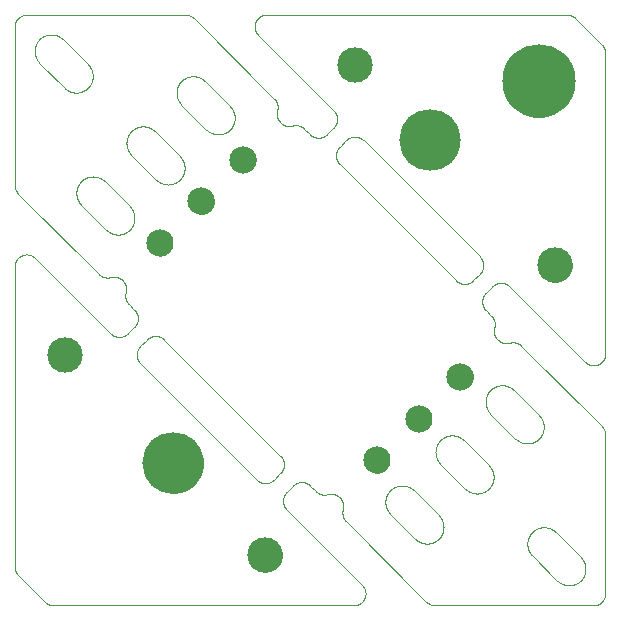
<source format=gbs>
G75*
%MOIN*%
%OFA0B0*%
%FSLAX25Y25*%
%IPPOS*%
%LPD*%
%AMOC8*
5,1,8,0,0,1.08239X$1,22.5*
%
%ADD10C,0.00000*%
%ADD11C,0.09068*%
%ADD12C,0.24422*%
%ADD13C,0.11824*%
%ADD14C,0.20485*%
D10*
X0011582Y0002753D02*
X0002753Y0011582D01*
X0001600Y0014366D02*
X0001600Y0114586D01*
X0001602Y0114710D01*
X0001608Y0114833D01*
X0001617Y0114956D01*
X0001631Y0115079D01*
X0001648Y0115202D01*
X0001670Y0115324D01*
X0001695Y0115445D01*
X0001724Y0115565D01*
X0001756Y0115684D01*
X0001793Y0115803D01*
X0001833Y0115920D01*
X0001876Y0116035D01*
X0001924Y0116150D01*
X0001975Y0116262D01*
X0002029Y0116373D01*
X0002087Y0116483D01*
X0002148Y0116590D01*
X0002213Y0116696D01*
X0002281Y0116799D01*
X0002352Y0116900D01*
X0002426Y0116999D01*
X0002503Y0117096D01*
X0002584Y0117190D01*
X0002667Y0117281D01*
X0002753Y0117370D01*
X0002842Y0117456D01*
X0002933Y0117539D01*
X0003027Y0117620D01*
X0003124Y0117697D01*
X0003223Y0117771D01*
X0003324Y0117842D01*
X0003427Y0117910D01*
X0003533Y0117975D01*
X0003640Y0118036D01*
X0003750Y0118094D01*
X0003861Y0118148D01*
X0003973Y0118199D01*
X0004088Y0118247D01*
X0004203Y0118290D01*
X0004320Y0118330D01*
X0004439Y0118367D01*
X0004558Y0118399D01*
X0004678Y0118428D01*
X0004799Y0118453D01*
X0004921Y0118475D01*
X0005044Y0118492D01*
X0005166Y0118506D01*
X0005290Y0118515D01*
X0005413Y0118521D01*
X0005537Y0118523D01*
X0005661Y0118521D01*
X0005784Y0118515D01*
X0005908Y0118506D01*
X0006030Y0118492D01*
X0006153Y0118475D01*
X0006275Y0118453D01*
X0006396Y0118428D01*
X0006516Y0118399D01*
X0006635Y0118367D01*
X0006754Y0118330D01*
X0006871Y0118290D01*
X0006986Y0118247D01*
X0007101Y0118199D01*
X0007213Y0118148D01*
X0007324Y0118094D01*
X0007434Y0118036D01*
X0007541Y0117975D01*
X0007647Y0117910D01*
X0007750Y0117842D01*
X0007851Y0117771D01*
X0007950Y0117697D01*
X0008047Y0117620D01*
X0008141Y0117539D01*
X0008232Y0117456D01*
X0008321Y0117370D01*
X0033475Y0092215D01*
X0033476Y0092216D02*
X0033567Y0092127D01*
X0033661Y0092041D01*
X0033758Y0091959D01*
X0033857Y0091879D01*
X0033959Y0091802D01*
X0034063Y0091728D01*
X0034169Y0091658D01*
X0034277Y0091591D01*
X0034387Y0091527D01*
X0034500Y0091467D01*
X0034614Y0091410D01*
X0034729Y0091357D01*
X0034846Y0091308D01*
X0034965Y0091262D01*
X0035085Y0091219D01*
X0035207Y0091181D01*
X0035329Y0091146D01*
X0035453Y0091115D01*
X0035577Y0091088D01*
X0035702Y0091064D01*
X0035828Y0091045D01*
X0035954Y0091029D01*
X0036081Y0091017D01*
X0036208Y0091009D01*
X0036335Y0091005D01*
X0036463Y0091005D01*
X0036590Y0091009D01*
X0036717Y0091017D01*
X0036844Y0091029D01*
X0036970Y0091045D01*
X0037096Y0091064D01*
X0037221Y0091088D01*
X0037345Y0091115D01*
X0037469Y0091146D01*
X0037591Y0091181D01*
X0037713Y0091219D01*
X0037833Y0091262D01*
X0037952Y0091308D01*
X0038069Y0091357D01*
X0038184Y0091410D01*
X0038298Y0091467D01*
X0038411Y0091527D01*
X0038521Y0091591D01*
X0038629Y0091658D01*
X0038735Y0091728D01*
X0038839Y0091802D01*
X0038941Y0091879D01*
X0039040Y0091959D01*
X0039137Y0092041D01*
X0039231Y0092127D01*
X0039322Y0092216D01*
X0039322Y0092215D02*
X0041424Y0094318D01*
X0041513Y0094409D01*
X0041599Y0094503D01*
X0041681Y0094600D01*
X0041761Y0094699D01*
X0041838Y0094801D01*
X0041912Y0094905D01*
X0041982Y0095011D01*
X0042049Y0095119D01*
X0042113Y0095229D01*
X0042173Y0095342D01*
X0042230Y0095456D01*
X0042283Y0095571D01*
X0042332Y0095688D01*
X0042378Y0095807D01*
X0042421Y0095927D01*
X0042459Y0096049D01*
X0042494Y0096171D01*
X0042525Y0096295D01*
X0042552Y0096419D01*
X0042576Y0096544D01*
X0042595Y0096670D01*
X0042611Y0096796D01*
X0042623Y0096923D01*
X0042631Y0097050D01*
X0042635Y0097177D01*
X0042635Y0097305D01*
X0042631Y0097432D01*
X0042623Y0097559D01*
X0042611Y0097686D01*
X0042595Y0097812D01*
X0042576Y0097938D01*
X0042552Y0098063D01*
X0042525Y0098187D01*
X0042494Y0098311D01*
X0042459Y0098433D01*
X0042421Y0098555D01*
X0042378Y0098675D01*
X0042332Y0098794D01*
X0042283Y0098911D01*
X0042230Y0099026D01*
X0042173Y0099140D01*
X0042113Y0099253D01*
X0042049Y0099363D01*
X0041982Y0099471D01*
X0041912Y0099577D01*
X0041838Y0099681D01*
X0041761Y0099783D01*
X0041681Y0099882D01*
X0041599Y0099979D01*
X0041513Y0100073D01*
X0041424Y0100164D01*
X0039586Y0102003D01*
X0039501Y0102091D01*
X0039418Y0102182D01*
X0039338Y0102276D01*
X0039261Y0102371D01*
X0039187Y0102470D01*
X0039117Y0102570D01*
X0039049Y0102673D01*
X0038985Y0102777D01*
X0038923Y0102884D01*
X0038866Y0102992D01*
X0038811Y0103103D01*
X0038761Y0103215D01*
X0038713Y0103328D01*
X0038670Y0103443D01*
X0038629Y0103559D01*
X0038593Y0103676D01*
X0038560Y0103795D01*
X0038531Y0103914D01*
X0038506Y0104034D01*
X0038484Y0104155D01*
X0038466Y0104277D01*
X0038452Y0104399D01*
X0038442Y0104521D01*
X0038436Y0104644D01*
X0038433Y0104767D01*
X0038434Y0104890D01*
X0038439Y0105013D01*
X0038448Y0105135D01*
X0038461Y0105257D01*
X0038478Y0105379D01*
X0038498Y0105500D01*
X0038522Y0105621D01*
X0038550Y0105740D01*
X0038582Y0105859D01*
X0038614Y0105982D01*
X0038643Y0106106D01*
X0038669Y0106231D01*
X0038690Y0106356D01*
X0038707Y0106482D01*
X0038721Y0106608D01*
X0038730Y0106735D01*
X0038736Y0106862D01*
X0038738Y0106989D01*
X0038736Y0107116D01*
X0038730Y0107243D01*
X0038720Y0107370D01*
X0038706Y0107497D01*
X0038689Y0107622D01*
X0038667Y0107748D01*
X0038642Y0107872D01*
X0038612Y0107996D01*
X0038579Y0108119D01*
X0038543Y0108241D01*
X0038502Y0108361D01*
X0038458Y0108480D01*
X0038410Y0108598D01*
X0038359Y0108715D01*
X0038304Y0108829D01*
X0038245Y0108942D01*
X0038183Y0109053D01*
X0038118Y0109162D01*
X0038050Y0109269D01*
X0037978Y0109374D01*
X0037903Y0109477D01*
X0037824Y0109577D01*
X0037743Y0109675D01*
X0037659Y0109770D01*
X0037572Y0109863D01*
X0037482Y0109953D01*
X0037389Y0110040D01*
X0037294Y0110124D01*
X0037196Y0110205D01*
X0037096Y0110284D01*
X0036993Y0110359D01*
X0036888Y0110431D01*
X0036781Y0110499D01*
X0036672Y0110564D01*
X0036561Y0110626D01*
X0036448Y0110685D01*
X0036334Y0110740D01*
X0036217Y0110791D01*
X0036099Y0110839D01*
X0035980Y0110883D01*
X0035860Y0110924D01*
X0035738Y0110960D01*
X0035615Y0110993D01*
X0035491Y0111023D01*
X0035367Y0111048D01*
X0035241Y0111070D01*
X0035116Y0111087D01*
X0034989Y0111101D01*
X0034862Y0111111D01*
X0034735Y0111117D01*
X0034608Y0111119D01*
X0034481Y0111117D01*
X0034354Y0111111D01*
X0034227Y0111102D01*
X0034101Y0111088D01*
X0033975Y0111071D01*
X0033849Y0111050D01*
X0033725Y0111024D01*
X0033601Y0110995D01*
X0033478Y0110963D01*
X0033359Y0110931D01*
X0033240Y0110903D01*
X0033119Y0110879D01*
X0032998Y0110859D01*
X0032876Y0110842D01*
X0032754Y0110829D01*
X0032632Y0110820D01*
X0032509Y0110815D01*
X0032386Y0110814D01*
X0032263Y0110817D01*
X0032140Y0110823D01*
X0032018Y0110833D01*
X0031896Y0110847D01*
X0031774Y0110865D01*
X0031653Y0110887D01*
X0031533Y0110912D01*
X0031414Y0110941D01*
X0031295Y0110974D01*
X0031178Y0111010D01*
X0031062Y0111051D01*
X0030947Y0111094D01*
X0030834Y0111142D01*
X0030722Y0111192D01*
X0030612Y0111247D01*
X0030503Y0111304D01*
X0030396Y0111366D01*
X0030292Y0111430D01*
X0030189Y0111497D01*
X0030089Y0111568D01*
X0029990Y0111642D01*
X0029895Y0111719D01*
X0029801Y0111799D01*
X0029710Y0111882D01*
X0029622Y0111967D01*
X0002753Y0138836D01*
X0001600Y0141620D02*
X0001600Y0194513D01*
X0001602Y0194637D01*
X0001608Y0194760D01*
X0001617Y0194884D01*
X0001631Y0195006D01*
X0001648Y0195129D01*
X0001670Y0195251D01*
X0001695Y0195372D01*
X0001724Y0195492D01*
X0001756Y0195611D01*
X0001793Y0195730D01*
X0001833Y0195847D01*
X0001876Y0195962D01*
X0001924Y0196077D01*
X0001975Y0196189D01*
X0002029Y0196300D01*
X0002087Y0196410D01*
X0002148Y0196517D01*
X0002213Y0196623D01*
X0002281Y0196726D01*
X0002352Y0196827D01*
X0002426Y0196926D01*
X0002503Y0197023D01*
X0002584Y0197117D01*
X0002667Y0197208D01*
X0002753Y0197297D01*
X0002842Y0197383D01*
X0002933Y0197466D01*
X0003027Y0197547D01*
X0003124Y0197624D01*
X0003223Y0197698D01*
X0003324Y0197769D01*
X0003427Y0197837D01*
X0003533Y0197902D01*
X0003640Y0197963D01*
X0003750Y0198021D01*
X0003861Y0198075D01*
X0003973Y0198126D01*
X0004088Y0198174D01*
X0004203Y0198217D01*
X0004320Y0198257D01*
X0004439Y0198294D01*
X0004558Y0198326D01*
X0004678Y0198355D01*
X0004799Y0198380D01*
X0004921Y0198402D01*
X0005044Y0198419D01*
X0005166Y0198433D01*
X0005290Y0198442D01*
X0005413Y0198448D01*
X0005537Y0198450D01*
X0058431Y0198450D01*
X0061215Y0197297D02*
X0088084Y0170428D01*
X0088084Y0170429D02*
X0088169Y0170341D01*
X0088252Y0170250D01*
X0088332Y0170156D01*
X0088409Y0170061D01*
X0088483Y0169962D01*
X0088554Y0169862D01*
X0088621Y0169759D01*
X0088685Y0169655D01*
X0088747Y0169548D01*
X0088804Y0169439D01*
X0088859Y0169329D01*
X0088909Y0169217D01*
X0088957Y0169104D01*
X0089000Y0168989D01*
X0089041Y0168873D01*
X0089077Y0168756D01*
X0089110Y0168637D01*
X0089139Y0168518D01*
X0089164Y0168398D01*
X0089186Y0168277D01*
X0089204Y0168155D01*
X0089218Y0168033D01*
X0089228Y0167911D01*
X0089234Y0167788D01*
X0089237Y0167665D01*
X0089236Y0167542D01*
X0089231Y0167419D01*
X0089222Y0167297D01*
X0089209Y0167175D01*
X0089192Y0167053D01*
X0089172Y0166932D01*
X0089148Y0166811D01*
X0089120Y0166692D01*
X0089088Y0166573D01*
X0089087Y0166572D02*
X0089055Y0166449D01*
X0089026Y0166325D01*
X0089000Y0166201D01*
X0088979Y0166075D01*
X0088962Y0165949D01*
X0088948Y0165823D01*
X0088939Y0165696D01*
X0088933Y0165569D01*
X0088931Y0165442D01*
X0088933Y0165315D01*
X0088939Y0165188D01*
X0088949Y0165061D01*
X0088963Y0164934D01*
X0088980Y0164809D01*
X0089002Y0164683D01*
X0089027Y0164559D01*
X0089057Y0164435D01*
X0089090Y0164312D01*
X0089126Y0164190D01*
X0089167Y0164070D01*
X0089211Y0163951D01*
X0089259Y0163833D01*
X0089310Y0163716D01*
X0089365Y0163602D01*
X0089424Y0163489D01*
X0089486Y0163378D01*
X0089551Y0163269D01*
X0089619Y0163162D01*
X0089691Y0163057D01*
X0089766Y0162954D01*
X0089845Y0162854D01*
X0089926Y0162756D01*
X0090010Y0162661D01*
X0090097Y0162568D01*
X0090187Y0162478D01*
X0090280Y0162391D01*
X0090375Y0162307D01*
X0090473Y0162226D01*
X0090573Y0162147D01*
X0090676Y0162072D01*
X0090781Y0162000D01*
X0090888Y0161932D01*
X0090997Y0161867D01*
X0091108Y0161805D01*
X0091221Y0161746D01*
X0091335Y0161691D01*
X0091452Y0161640D01*
X0091570Y0161592D01*
X0091689Y0161548D01*
X0091809Y0161507D01*
X0091931Y0161471D01*
X0092054Y0161438D01*
X0092178Y0161408D01*
X0092302Y0161383D01*
X0092428Y0161361D01*
X0092553Y0161344D01*
X0092680Y0161330D01*
X0092807Y0161320D01*
X0092934Y0161314D01*
X0093061Y0161312D01*
X0093188Y0161314D01*
X0093315Y0161320D01*
X0093442Y0161329D01*
X0093568Y0161343D01*
X0093694Y0161360D01*
X0093820Y0161381D01*
X0093944Y0161407D01*
X0094068Y0161436D01*
X0094191Y0161468D01*
X0094191Y0161469D02*
X0094310Y0161501D01*
X0094429Y0161529D01*
X0094550Y0161553D01*
X0094671Y0161573D01*
X0094793Y0161590D01*
X0094915Y0161603D01*
X0095037Y0161612D01*
X0095160Y0161617D01*
X0095283Y0161618D01*
X0095406Y0161615D01*
X0095529Y0161609D01*
X0095651Y0161599D01*
X0095773Y0161585D01*
X0095895Y0161567D01*
X0096016Y0161545D01*
X0096136Y0161520D01*
X0096255Y0161491D01*
X0096374Y0161458D01*
X0096491Y0161422D01*
X0096607Y0161381D01*
X0096722Y0161338D01*
X0096835Y0161290D01*
X0096947Y0161240D01*
X0097058Y0161185D01*
X0097166Y0161128D01*
X0097273Y0161066D01*
X0097377Y0161002D01*
X0097480Y0160935D01*
X0097580Y0160864D01*
X0097679Y0160790D01*
X0097774Y0160713D01*
X0097868Y0160633D01*
X0097959Y0160550D01*
X0098047Y0160465D01*
X0099886Y0158626D01*
X0099977Y0158537D01*
X0100071Y0158451D01*
X0100168Y0158369D01*
X0100267Y0158289D01*
X0100369Y0158212D01*
X0100473Y0158138D01*
X0100579Y0158068D01*
X0100687Y0158001D01*
X0100797Y0157937D01*
X0100910Y0157877D01*
X0101024Y0157820D01*
X0101139Y0157767D01*
X0101256Y0157718D01*
X0101375Y0157672D01*
X0101495Y0157629D01*
X0101617Y0157591D01*
X0101739Y0157556D01*
X0101863Y0157525D01*
X0101987Y0157498D01*
X0102112Y0157474D01*
X0102238Y0157455D01*
X0102364Y0157439D01*
X0102491Y0157427D01*
X0102618Y0157419D01*
X0102745Y0157415D01*
X0102873Y0157415D01*
X0103000Y0157419D01*
X0103127Y0157427D01*
X0103254Y0157439D01*
X0103380Y0157455D01*
X0103506Y0157474D01*
X0103631Y0157498D01*
X0103755Y0157525D01*
X0103879Y0157556D01*
X0104001Y0157591D01*
X0104123Y0157629D01*
X0104243Y0157672D01*
X0104362Y0157718D01*
X0104479Y0157767D01*
X0104594Y0157820D01*
X0104708Y0157877D01*
X0104821Y0157937D01*
X0104931Y0158001D01*
X0105039Y0158068D01*
X0105145Y0158138D01*
X0105249Y0158212D01*
X0105351Y0158289D01*
X0105450Y0158369D01*
X0105547Y0158451D01*
X0105641Y0158537D01*
X0105732Y0158626D01*
X0107835Y0160729D01*
X0107924Y0160820D01*
X0108010Y0160914D01*
X0108092Y0161011D01*
X0108172Y0161110D01*
X0108249Y0161212D01*
X0108323Y0161316D01*
X0108393Y0161422D01*
X0108460Y0161530D01*
X0108524Y0161640D01*
X0108584Y0161753D01*
X0108641Y0161867D01*
X0108694Y0161982D01*
X0108743Y0162099D01*
X0108789Y0162218D01*
X0108832Y0162338D01*
X0108870Y0162460D01*
X0108905Y0162582D01*
X0108936Y0162706D01*
X0108963Y0162830D01*
X0108987Y0162955D01*
X0109006Y0163081D01*
X0109022Y0163207D01*
X0109034Y0163334D01*
X0109042Y0163461D01*
X0109046Y0163588D01*
X0109046Y0163716D01*
X0109042Y0163843D01*
X0109034Y0163970D01*
X0109022Y0164097D01*
X0109006Y0164223D01*
X0108987Y0164349D01*
X0108963Y0164474D01*
X0108936Y0164598D01*
X0108905Y0164722D01*
X0108870Y0164844D01*
X0108832Y0164966D01*
X0108789Y0165086D01*
X0108743Y0165205D01*
X0108694Y0165322D01*
X0108641Y0165437D01*
X0108584Y0165551D01*
X0108524Y0165664D01*
X0108460Y0165774D01*
X0108393Y0165882D01*
X0108323Y0165988D01*
X0108249Y0166092D01*
X0108172Y0166194D01*
X0108092Y0166293D01*
X0108010Y0166390D01*
X0107924Y0166484D01*
X0107835Y0166575D01*
X0082680Y0191729D01*
X0082594Y0191818D01*
X0082511Y0191909D01*
X0082430Y0192003D01*
X0082353Y0192100D01*
X0082279Y0192199D01*
X0082208Y0192300D01*
X0082140Y0192403D01*
X0082075Y0192509D01*
X0082014Y0192616D01*
X0081956Y0192726D01*
X0081902Y0192837D01*
X0081851Y0192949D01*
X0081803Y0193064D01*
X0081760Y0193179D01*
X0081720Y0193296D01*
X0081683Y0193415D01*
X0081651Y0193534D01*
X0081622Y0193654D01*
X0081597Y0193775D01*
X0081575Y0193897D01*
X0081558Y0194020D01*
X0081544Y0194142D01*
X0081535Y0194266D01*
X0081529Y0194389D01*
X0081527Y0194513D01*
X0081529Y0194637D01*
X0081535Y0194760D01*
X0081544Y0194884D01*
X0081558Y0195006D01*
X0081575Y0195129D01*
X0081597Y0195251D01*
X0081622Y0195372D01*
X0081651Y0195492D01*
X0081683Y0195611D01*
X0081720Y0195730D01*
X0081760Y0195847D01*
X0081803Y0195962D01*
X0081851Y0196077D01*
X0081902Y0196189D01*
X0081956Y0196300D01*
X0082014Y0196410D01*
X0082075Y0196517D01*
X0082140Y0196623D01*
X0082208Y0196726D01*
X0082279Y0196827D01*
X0082353Y0196926D01*
X0082430Y0197023D01*
X0082511Y0197117D01*
X0082594Y0197208D01*
X0082680Y0197297D01*
X0082769Y0197383D01*
X0082860Y0197466D01*
X0082954Y0197547D01*
X0083051Y0197624D01*
X0083150Y0197698D01*
X0083251Y0197769D01*
X0083354Y0197837D01*
X0083460Y0197902D01*
X0083567Y0197963D01*
X0083677Y0198021D01*
X0083788Y0198075D01*
X0083900Y0198126D01*
X0084015Y0198174D01*
X0084130Y0198217D01*
X0084247Y0198257D01*
X0084366Y0198294D01*
X0084485Y0198326D01*
X0084605Y0198355D01*
X0084726Y0198380D01*
X0084848Y0198402D01*
X0084971Y0198419D01*
X0085093Y0198433D01*
X0085217Y0198442D01*
X0085340Y0198448D01*
X0085464Y0198450D01*
X0185684Y0198450D01*
X0188468Y0197297D02*
X0197297Y0188468D01*
X0198450Y0185684D02*
X0198450Y0085464D01*
X0198448Y0085340D01*
X0198442Y0085217D01*
X0198433Y0085094D01*
X0198419Y0084971D01*
X0198402Y0084848D01*
X0198380Y0084726D01*
X0198355Y0084605D01*
X0198326Y0084485D01*
X0198294Y0084366D01*
X0198257Y0084247D01*
X0198217Y0084130D01*
X0198174Y0084015D01*
X0198126Y0083900D01*
X0198075Y0083788D01*
X0198021Y0083677D01*
X0197963Y0083567D01*
X0197902Y0083460D01*
X0197837Y0083354D01*
X0197769Y0083251D01*
X0197698Y0083150D01*
X0197624Y0083051D01*
X0197547Y0082954D01*
X0197466Y0082860D01*
X0197383Y0082769D01*
X0197297Y0082680D01*
X0197208Y0082594D01*
X0197117Y0082511D01*
X0197023Y0082430D01*
X0196926Y0082353D01*
X0196827Y0082279D01*
X0196726Y0082208D01*
X0196623Y0082140D01*
X0196517Y0082075D01*
X0196410Y0082014D01*
X0196300Y0081956D01*
X0196189Y0081902D01*
X0196077Y0081851D01*
X0195962Y0081803D01*
X0195847Y0081760D01*
X0195730Y0081720D01*
X0195611Y0081683D01*
X0195492Y0081651D01*
X0195372Y0081622D01*
X0195251Y0081597D01*
X0195129Y0081575D01*
X0195006Y0081558D01*
X0194884Y0081544D01*
X0194760Y0081535D01*
X0194637Y0081529D01*
X0194513Y0081527D01*
X0194389Y0081529D01*
X0194266Y0081535D01*
X0194142Y0081544D01*
X0194020Y0081558D01*
X0193897Y0081575D01*
X0193775Y0081597D01*
X0193654Y0081622D01*
X0193534Y0081651D01*
X0193415Y0081683D01*
X0193296Y0081720D01*
X0193179Y0081760D01*
X0193064Y0081803D01*
X0192949Y0081851D01*
X0192837Y0081902D01*
X0192726Y0081956D01*
X0192616Y0082014D01*
X0192509Y0082075D01*
X0192403Y0082140D01*
X0192300Y0082208D01*
X0192199Y0082279D01*
X0192100Y0082353D01*
X0192003Y0082430D01*
X0191909Y0082511D01*
X0191818Y0082594D01*
X0191729Y0082680D01*
X0166575Y0107835D01*
X0166484Y0107924D01*
X0166390Y0108010D01*
X0166293Y0108092D01*
X0166194Y0108172D01*
X0166092Y0108249D01*
X0165988Y0108323D01*
X0165882Y0108393D01*
X0165774Y0108460D01*
X0165664Y0108524D01*
X0165551Y0108584D01*
X0165437Y0108641D01*
X0165322Y0108694D01*
X0165205Y0108743D01*
X0165086Y0108789D01*
X0164966Y0108832D01*
X0164844Y0108870D01*
X0164722Y0108905D01*
X0164598Y0108936D01*
X0164474Y0108963D01*
X0164349Y0108987D01*
X0164223Y0109006D01*
X0164097Y0109022D01*
X0163970Y0109034D01*
X0163843Y0109042D01*
X0163716Y0109046D01*
X0163588Y0109046D01*
X0163461Y0109042D01*
X0163334Y0109034D01*
X0163207Y0109022D01*
X0163081Y0109006D01*
X0162955Y0108987D01*
X0162830Y0108963D01*
X0162706Y0108936D01*
X0162582Y0108905D01*
X0162460Y0108870D01*
X0162338Y0108832D01*
X0162218Y0108789D01*
X0162099Y0108743D01*
X0161982Y0108694D01*
X0161867Y0108641D01*
X0161753Y0108584D01*
X0161640Y0108524D01*
X0161530Y0108460D01*
X0161422Y0108393D01*
X0161316Y0108323D01*
X0161212Y0108249D01*
X0161110Y0108172D01*
X0161011Y0108092D01*
X0160914Y0108010D01*
X0160820Y0107924D01*
X0160729Y0107835D01*
X0158626Y0105732D01*
X0158537Y0105641D01*
X0158451Y0105547D01*
X0158369Y0105450D01*
X0158289Y0105351D01*
X0158212Y0105249D01*
X0158138Y0105145D01*
X0158068Y0105039D01*
X0158001Y0104931D01*
X0157937Y0104821D01*
X0157877Y0104708D01*
X0157820Y0104594D01*
X0157767Y0104479D01*
X0157718Y0104362D01*
X0157672Y0104243D01*
X0157629Y0104123D01*
X0157591Y0104001D01*
X0157556Y0103879D01*
X0157525Y0103755D01*
X0157498Y0103631D01*
X0157474Y0103506D01*
X0157455Y0103380D01*
X0157439Y0103254D01*
X0157427Y0103127D01*
X0157419Y0103000D01*
X0157415Y0102873D01*
X0157415Y0102745D01*
X0157419Y0102618D01*
X0157427Y0102491D01*
X0157439Y0102364D01*
X0157455Y0102238D01*
X0157474Y0102112D01*
X0157498Y0101987D01*
X0157525Y0101863D01*
X0157556Y0101739D01*
X0157591Y0101617D01*
X0157629Y0101495D01*
X0157672Y0101375D01*
X0157718Y0101256D01*
X0157767Y0101139D01*
X0157820Y0101024D01*
X0157877Y0100910D01*
X0157937Y0100797D01*
X0158001Y0100687D01*
X0158068Y0100579D01*
X0158138Y0100473D01*
X0158212Y0100369D01*
X0158289Y0100267D01*
X0158369Y0100168D01*
X0158451Y0100071D01*
X0158537Y0099977D01*
X0158626Y0099886D01*
X0160465Y0098047D01*
X0160550Y0097959D01*
X0160633Y0097868D01*
X0160713Y0097774D01*
X0160790Y0097679D01*
X0160864Y0097580D01*
X0160934Y0097480D01*
X0161002Y0097377D01*
X0161066Y0097273D01*
X0161128Y0097166D01*
X0161185Y0097058D01*
X0161240Y0096947D01*
X0161290Y0096835D01*
X0161338Y0096722D01*
X0161381Y0096607D01*
X0161422Y0096491D01*
X0161458Y0096374D01*
X0161491Y0096255D01*
X0161520Y0096136D01*
X0161545Y0096016D01*
X0161567Y0095895D01*
X0161585Y0095773D01*
X0161599Y0095651D01*
X0161609Y0095529D01*
X0161615Y0095406D01*
X0161618Y0095283D01*
X0161617Y0095160D01*
X0161612Y0095037D01*
X0161603Y0094915D01*
X0161590Y0094793D01*
X0161573Y0094671D01*
X0161553Y0094550D01*
X0161529Y0094429D01*
X0161501Y0094310D01*
X0161469Y0094191D01*
X0161468Y0094191D02*
X0161436Y0094068D01*
X0161407Y0093944D01*
X0161381Y0093820D01*
X0161360Y0093694D01*
X0161343Y0093568D01*
X0161329Y0093442D01*
X0161320Y0093315D01*
X0161314Y0093188D01*
X0161312Y0093061D01*
X0161314Y0092934D01*
X0161320Y0092807D01*
X0161330Y0092680D01*
X0161344Y0092553D01*
X0161361Y0092428D01*
X0161383Y0092302D01*
X0161408Y0092178D01*
X0161438Y0092054D01*
X0161471Y0091931D01*
X0161507Y0091809D01*
X0161548Y0091689D01*
X0161592Y0091570D01*
X0161640Y0091452D01*
X0161691Y0091335D01*
X0161746Y0091221D01*
X0161805Y0091108D01*
X0161867Y0090997D01*
X0161932Y0090888D01*
X0162000Y0090781D01*
X0162072Y0090676D01*
X0162147Y0090573D01*
X0162226Y0090473D01*
X0162307Y0090375D01*
X0162391Y0090280D01*
X0162478Y0090187D01*
X0162568Y0090097D01*
X0162661Y0090010D01*
X0162756Y0089926D01*
X0162854Y0089845D01*
X0162954Y0089766D01*
X0163057Y0089691D01*
X0163162Y0089619D01*
X0163269Y0089551D01*
X0163378Y0089486D01*
X0163489Y0089424D01*
X0163602Y0089365D01*
X0163716Y0089310D01*
X0163833Y0089259D01*
X0163951Y0089211D01*
X0164070Y0089167D01*
X0164190Y0089126D01*
X0164312Y0089090D01*
X0164435Y0089057D01*
X0164559Y0089027D01*
X0164683Y0089002D01*
X0164809Y0088980D01*
X0164934Y0088963D01*
X0165061Y0088949D01*
X0165188Y0088939D01*
X0165315Y0088933D01*
X0165442Y0088931D01*
X0165569Y0088933D01*
X0165696Y0088939D01*
X0165823Y0088948D01*
X0165949Y0088962D01*
X0166075Y0088979D01*
X0166201Y0089000D01*
X0166325Y0089026D01*
X0166449Y0089055D01*
X0166572Y0089087D01*
X0166572Y0089088D02*
X0166691Y0089120D01*
X0166810Y0089148D01*
X0166931Y0089172D01*
X0167052Y0089192D01*
X0167174Y0089209D01*
X0167296Y0089222D01*
X0167418Y0089231D01*
X0167541Y0089236D01*
X0167664Y0089237D01*
X0167787Y0089234D01*
X0167910Y0089228D01*
X0168032Y0089218D01*
X0168154Y0089204D01*
X0168276Y0089186D01*
X0168397Y0089164D01*
X0168517Y0089139D01*
X0168636Y0089110D01*
X0168755Y0089077D01*
X0168872Y0089041D01*
X0168988Y0089000D01*
X0169103Y0088957D01*
X0169216Y0088909D01*
X0169328Y0088859D01*
X0169438Y0088804D01*
X0169547Y0088747D01*
X0169654Y0088685D01*
X0169758Y0088621D01*
X0169861Y0088554D01*
X0169961Y0088483D01*
X0170060Y0088409D01*
X0170155Y0088332D01*
X0170249Y0088252D01*
X0170340Y0088169D01*
X0170428Y0088084D01*
X0197297Y0061215D01*
X0198450Y0058431D02*
X0198450Y0005537D01*
X0198448Y0005413D01*
X0198442Y0005290D01*
X0198433Y0005166D01*
X0198419Y0005044D01*
X0198402Y0004921D01*
X0198380Y0004799D01*
X0198355Y0004678D01*
X0198326Y0004558D01*
X0198294Y0004439D01*
X0198257Y0004320D01*
X0198217Y0004203D01*
X0198174Y0004088D01*
X0198126Y0003973D01*
X0198075Y0003861D01*
X0198021Y0003750D01*
X0197963Y0003640D01*
X0197902Y0003533D01*
X0197837Y0003427D01*
X0197769Y0003324D01*
X0197698Y0003223D01*
X0197624Y0003124D01*
X0197547Y0003027D01*
X0197466Y0002933D01*
X0197383Y0002842D01*
X0197297Y0002753D01*
X0197208Y0002667D01*
X0197117Y0002584D01*
X0197023Y0002503D01*
X0196926Y0002426D01*
X0196827Y0002352D01*
X0196726Y0002281D01*
X0196623Y0002213D01*
X0196517Y0002148D01*
X0196410Y0002087D01*
X0196300Y0002029D01*
X0196189Y0001975D01*
X0196077Y0001924D01*
X0195962Y0001876D01*
X0195847Y0001833D01*
X0195730Y0001793D01*
X0195611Y0001756D01*
X0195492Y0001724D01*
X0195372Y0001695D01*
X0195251Y0001670D01*
X0195129Y0001648D01*
X0195006Y0001631D01*
X0194884Y0001617D01*
X0194760Y0001608D01*
X0194637Y0001602D01*
X0194513Y0001600D01*
X0141620Y0001600D01*
X0138836Y0002753D02*
X0111967Y0029622D01*
X0111882Y0029710D01*
X0111799Y0029801D01*
X0111719Y0029895D01*
X0111642Y0029990D01*
X0111568Y0030089D01*
X0111497Y0030189D01*
X0111430Y0030292D01*
X0111366Y0030396D01*
X0111304Y0030503D01*
X0111247Y0030612D01*
X0111192Y0030722D01*
X0111142Y0030834D01*
X0111094Y0030947D01*
X0111051Y0031062D01*
X0111010Y0031178D01*
X0110974Y0031295D01*
X0110941Y0031414D01*
X0110912Y0031533D01*
X0110887Y0031653D01*
X0110865Y0031774D01*
X0110847Y0031896D01*
X0110833Y0032018D01*
X0110823Y0032140D01*
X0110817Y0032263D01*
X0110814Y0032386D01*
X0110815Y0032509D01*
X0110820Y0032632D01*
X0110829Y0032754D01*
X0110842Y0032876D01*
X0110859Y0032998D01*
X0110879Y0033119D01*
X0110903Y0033240D01*
X0110931Y0033359D01*
X0110963Y0033478D01*
X0110995Y0033601D01*
X0111024Y0033725D01*
X0111050Y0033849D01*
X0111071Y0033975D01*
X0111088Y0034101D01*
X0111102Y0034227D01*
X0111111Y0034354D01*
X0111117Y0034481D01*
X0111119Y0034608D01*
X0111117Y0034735D01*
X0111111Y0034862D01*
X0111101Y0034989D01*
X0111087Y0035116D01*
X0111070Y0035241D01*
X0111048Y0035367D01*
X0111023Y0035491D01*
X0110993Y0035615D01*
X0110960Y0035738D01*
X0110924Y0035860D01*
X0110883Y0035980D01*
X0110839Y0036099D01*
X0110791Y0036217D01*
X0110740Y0036334D01*
X0110685Y0036448D01*
X0110626Y0036561D01*
X0110564Y0036672D01*
X0110499Y0036781D01*
X0110431Y0036888D01*
X0110359Y0036993D01*
X0110284Y0037096D01*
X0110205Y0037196D01*
X0110124Y0037294D01*
X0110040Y0037389D01*
X0109953Y0037482D01*
X0109863Y0037572D01*
X0109770Y0037659D01*
X0109675Y0037743D01*
X0109577Y0037824D01*
X0109477Y0037903D01*
X0109374Y0037978D01*
X0109269Y0038050D01*
X0109162Y0038118D01*
X0109053Y0038183D01*
X0108942Y0038245D01*
X0108829Y0038304D01*
X0108715Y0038359D01*
X0108598Y0038410D01*
X0108480Y0038458D01*
X0108361Y0038502D01*
X0108241Y0038543D01*
X0108119Y0038579D01*
X0107996Y0038612D01*
X0107872Y0038642D01*
X0107748Y0038667D01*
X0107622Y0038689D01*
X0107497Y0038706D01*
X0107370Y0038720D01*
X0107243Y0038730D01*
X0107116Y0038736D01*
X0106989Y0038738D01*
X0106862Y0038736D01*
X0106735Y0038730D01*
X0106608Y0038721D01*
X0106482Y0038707D01*
X0106356Y0038690D01*
X0106230Y0038669D01*
X0106106Y0038643D01*
X0105982Y0038614D01*
X0105859Y0038582D01*
X0105740Y0038550D01*
X0105621Y0038522D01*
X0105500Y0038498D01*
X0105379Y0038478D01*
X0105257Y0038461D01*
X0105135Y0038448D01*
X0105013Y0038439D01*
X0104890Y0038434D01*
X0104767Y0038433D01*
X0104644Y0038436D01*
X0104521Y0038442D01*
X0104399Y0038452D01*
X0104277Y0038466D01*
X0104155Y0038484D01*
X0104034Y0038506D01*
X0103914Y0038531D01*
X0103795Y0038560D01*
X0103676Y0038593D01*
X0103559Y0038629D01*
X0103443Y0038670D01*
X0103328Y0038713D01*
X0103215Y0038761D01*
X0103103Y0038811D01*
X0102992Y0038866D01*
X0102884Y0038923D01*
X0102777Y0038985D01*
X0102673Y0039049D01*
X0102570Y0039116D01*
X0102470Y0039187D01*
X0102371Y0039261D01*
X0102276Y0039338D01*
X0102182Y0039418D01*
X0102091Y0039501D01*
X0102003Y0039586D01*
X0100164Y0041424D01*
X0100073Y0041513D01*
X0099979Y0041599D01*
X0099882Y0041681D01*
X0099783Y0041761D01*
X0099681Y0041838D01*
X0099577Y0041912D01*
X0099471Y0041982D01*
X0099363Y0042049D01*
X0099253Y0042113D01*
X0099140Y0042173D01*
X0099026Y0042230D01*
X0098911Y0042283D01*
X0098794Y0042332D01*
X0098675Y0042378D01*
X0098555Y0042421D01*
X0098433Y0042459D01*
X0098311Y0042494D01*
X0098187Y0042525D01*
X0098063Y0042552D01*
X0097938Y0042576D01*
X0097812Y0042595D01*
X0097686Y0042611D01*
X0097559Y0042623D01*
X0097432Y0042631D01*
X0097305Y0042635D01*
X0097177Y0042635D01*
X0097050Y0042631D01*
X0096923Y0042623D01*
X0096796Y0042611D01*
X0096670Y0042595D01*
X0096544Y0042576D01*
X0096419Y0042552D01*
X0096295Y0042525D01*
X0096171Y0042494D01*
X0096049Y0042459D01*
X0095927Y0042421D01*
X0095807Y0042378D01*
X0095688Y0042332D01*
X0095571Y0042283D01*
X0095456Y0042230D01*
X0095342Y0042173D01*
X0095229Y0042113D01*
X0095119Y0042049D01*
X0095011Y0041982D01*
X0094905Y0041912D01*
X0094801Y0041838D01*
X0094699Y0041761D01*
X0094600Y0041681D01*
X0094503Y0041599D01*
X0094409Y0041513D01*
X0094318Y0041424D01*
X0092215Y0039322D01*
X0092216Y0039322D02*
X0092127Y0039231D01*
X0092041Y0039137D01*
X0091959Y0039040D01*
X0091879Y0038941D01*
X0091802Y0038839D01*
X0091728Y0038735D01*
X0091658Y0038629D01*
X0091591Y0038521D01*
X0091527Y0038411D01*
X0091467Y0038298D01*
X0091410Y0038184D01*
X0091357Y0038069D01*
X0091308Y0037952D01*
X0091262Y0037833D01*
X0091219Y0037713D01*
X0091181Y0037591D01*
X0091146Y0037469D01*
X0091115Y0037345D01*
X0091088Y0037221D01*
X0091064Y0037096D01*
X0091045Y0036970D01*
X0091029Y0036844D01*
X0091017Y0036717D01*
X0091009Y0036590D01*
X0091005Y0036463D01*
X0091005Y0036335D01*
X0091009Y0036208D01*
X0091017Y0036081D01*
X0091029Y0035954D01*
X0091045Y0035828D01*
X0091064Y0035702D01*
X0091088Y0035577D01*
X0091115Y0035453D01*
X0091146Y0035329D01*
X0091181Y0035207D01*
X0091219Y0035085D01*
X0091262Y0034965D01*
X0091308Y0034846D01*
X0091357Y0034729D01*
X0091410Y0034614D01*
X0091467Y0034500D01*
X0091527Y0034387D01*
X0091591Y0034277D01*
X0091658Y0034169D01*
X0091728Y0034063D01*
X0091802Y0033959D01*
X0091879Y0033857D01*
X0091959Y0033758D01*
X0092041Y0033661D01*
X0092127Y0033567D01*
X0092216Y0033476D01*
X0092215Y0033475D02*
X0117370Y0008321D01*
X0117456Y0008232D01*
X0117539Y0008141D01*
X0117620Y0008047D01*
X0117697Y0007950D01*
X0117771Y0007851D01*
X0117842Y0007750D01*
X0117910Y0007647D01*
X0117975Y0007541D01*
X0118036Y0007434D01*
X0118094Y0007324D01*
X0118148Y0007213D01*
X0118199Y0007101D01*
X0118247Y0006986D01*
X0118290Y0006871D01*
X0118330Y0006754D01*
X0118367Y0006635D01*
X0118399Y0006516D01*
X0118428Y0006396D01*
X0118453Y0006275D01*
X0118475Y0006153D01*
X0118492Y0006030D01*
X0118506Y0005908D01*
X0118515Y0005784D01*
X0118521Y0005661D01*
X0118523Y0005537D01*
X0118521Y0005413D01*
X0118515Y0005290D01*
X0118506Y0005166D01*
X0118492Y0005044D01*
X0118475Y0004921D01*
X0118453Y0004799D01*
X0118428Y0004678D01*
X0118399Y0004558D01*
X0118367Y0004439D01*
X0118330Y0004320D01*
X0118290Y0004203D01*
X0118247Y0004088D01*
X0118199Y0003973D01*
X0118148Y0003861D01*
X0118094Y0003750D01*
X0118036Y0003640D01*
X0117975Y0003533D01*
X0117910Y0003427D01*
X0117842Y0003324D01*
X0117771Y0003223D01*
X0117697Y0003124D01*
X0117620Y0003027D01*
X0117539Y0002933D01*
X0117456Y0002842D01*
X0117370Y0002753D01*
X0117281Y0002667D01*
X0117190Y0002584D01*
X0117096Y0002503D01*
X0116999Y0002426D01*
X0116900Y0002352D01*
X0116799Y0002281D01*
X0116696Y0002213D01*
X0116590Y0002148D01*
X0116483Y0002087D01*
X0116373Y0002029D01*
X0116262Y0001975D01*
X0116150Y0001924D01*
X0116035Y0001876D01*
X0115920Y0001833D01*
X0115803Y0001793D01*
X0115684Y0001756D01*
X0115565Y0001724D01*
X0115445Y0001695D01*
X0115324Y0001670D01*
X0115202Y0001648D01*
X0115079Y0001631D01*
X0114957Y0001617D01*
X0114833Y0001608D01*
X0114710Y0001602D01*
X0114586Y0001600D01*
X0014366Y0001600D01*
X0014242Y0001602D01*
X0014119Y0001608D01*
X0013995Y0001617D01*
X0013873Y0001631D01*
X0013750Y0001648D01*
X0013628Y0001670D01*
X0013507Y0001695D01*
X0013387Y0001724D01*
X0013268Y0001756D01*
X0013149Y0001793D01*
X0013032Y0001833D01*
X0012917Y0001876D01*
X0012802Y0001924D01*
X0012690Y0001975D01*
X0012579Y0002029D01*
X0012469Y0002087D01*
X0012362Y0002148D01*
X0012256Y0002213D01*
X0012153Y0002281D01*
X0012052Y0002352D01*
X0011953Y0002426D01*
X0011856Y0002503D01*
X0011762Y0002584D01*
X0011671Y0002667D01*
X0011582Y0002753D01*
X0002753Y0011582D02*
X0002667Y0011671D01*
X0002584Y0011762D01*
X0002503Y0011856D01*
X0002426Y0011953D01*
X0002352Y0012052D01*
X0002281Y0012153D01*
X0002213Y0012256D01*
X0002148Y0012362D01*
X0002087Y0012469D01*
X0002029Y0012579D01*
X0001975Y0012690D01*
X0001924Y0012802D01*
X0001876Y0012917D01*
X0001833Y0013032D01*
X0001793Y0013149D01*
X0001756Y0013268D01*
X0001724Y0013387D01*
X0001695Y0013507D01*
X0001670Y0013628D01*
X0001648Y0013750D01*
X0001631Y0013873D01*
X0001617Y0013995D01*
X0001608Y0014119D01*
X0001602Y0014242D01*
X0001600Y0014366D01*
X0044651Y0048926D02*
X0044654Y0049168D01*
X0044663Y0049409D01*
X0044678Y0049650D01*
X0044698Y0049891D01*
X0044725Y0050131D01*
X0044758Y0050370D01*
X0044796Y0050609D01*
X0044840Y0050846D01*
X0044890Y0051083D01*
X0044946Y0051318D01*
X0045008Y0051551D01*
X0045075Y0051783D01*
X0045148Y0052014D01*
X0045226Y0052242D01*
X0045311Y0052468D01*
X0045400Y0052693D01*
X0045495Y0052915D01*
X0045596Y0053134D01*
X0045702Y0053352D01*
X0045813Y0053566D01*
X0045930Y0053778D01*
X0046051Y0053986D01*
X0046178Y0054192D01*
X0046310Y0054394D01*
X0046447Y0054594D01*
X0046588Y0054789D01*
X0046734Y0054982D01*
X0046885Y0055170D01*
X0047041Y0055355D01*
X0047201Y0055536D01*
X0047365Y0055713D01*
X0047534Y0055886D01*
X0047707Y0056055D01*
X0047884Y0056219D01*
X0048065Y0056379D01*
X0048250Y0056535D01*
X0048438Y0056686D01*
X0048631Y0056832D01*
X0048826Y0056973D01*
X0049026Y0057110D01*
X0049228Y0057242D01*
X0049434Y0057369D01*
X0049642Y0057490D01*
X0049854Y0057607D01*
X0050068Y0057718D01*
X0050286Y0057824D01*
X0050505Y0057925D01*
X0050727Y0058020D01*
X0050952Y0058109D01*
X0051178Y0058194D01*
X0051406Y0058272D01*
X0051637Y0058345D01*
X0051869Y0058412D01*
X0052102Y0058474D01*
X0052337Y0058530D01*
X0052574Y0058580D01*
X0052811Y0058624D01*
X0053050Y0058662D01*
X0053289Y0058695D01*
X0053529Y0058722D01*
X0053770Y0058742D01*
X0054011Y0058757D01*
X0054252Y0058766D01*
X0054494Y0058769D01*
X0054736Y0058766D01*
X0054977Y0058757D01*
X0055218Y0058742D01*
X0055459Y0058722D01*
X0055699Y0058695D01*
X0055938Y0058662D01*
X0056177Y0058624D01*
X0056414Y0058580D01*
X0056651Y0058530D01*
X0056886Y0058474D01*
X0057119Y0058412D01*
X0057351Y0058345D01*
X0057582Y0058272D01*
X0057810Y0058194D01*
X0058036Y0058109D01*
X0058261Y0058020D01*
X0058483Y0057925D01*
X0058702Y0057824D01*
X0058920Y0057718D01*
X0059134Y0057607D01*
X0059346Y0057490D01*
X0059554Y0057369D01*
X0059760Y0057242D01*
X0059962Y0057110D01*
X0060162Y0056973D01*
X0060357Y0056832D01*
X0060550Y0056686D01*
X0060738Y0056535D01*
X0060923Y0056379D01*
X0061104Y0056219D01*
X0061281Y0056055D01*
X0061454Y0055886D01*
X0061623Y0055713D01*
X0061787Y0055536D01*
X0061947Y0055355D01*
X0062103Y0055170D01*
X0062254Y0054982D01*
X0062400Y0054789D01*
X0062541Y0054594D01*
X0062678Y0054394D01*
X0062810Y0054192D01*
X0062937Y0053986D01*
X0063058Y0053778D01*
X0063175Y0053566D01*
X0063286Y0053352D01*
X0063392Y0053134D01*
X0063493Y0052915D01*
X0063588Y0052693D01*
X0063677Y0052468D01*
X0063762Y0052242D01*
X0063840Y0052014D01*
X0063913Y0051783D01*
X0063980Y0051551D01*
X0064042Y0051318D01*
X0064098Y0051083D01*
X0064148Y0050846D01*
X0064192Y0050609D01*
X0064230Y0050370D01*
X0064263Y0050131D01*
X0064290Y0049891D01*
X0064310Y0049650D01*
X0064325Y0049409D01*
X0064334Y0049168D01*
X0064337Y0048926D01*
X0064334Y0048684D01*
X0064325Y0048443D01*
X0064310Y0048202D01*
X0064290Y0047961D01*
X0064263Y0047721D01*
X0064230Y0047482D01*
X0064192Y0047243D01*
X0064148Y0047006D01*
X0064098Y0046769D01*
X0064042Y0046534D01*
X0063980Y0046301D01*
X0063913Y0046069D01*
X0063840Y0045838D01*
X0063762Y0045610D01*
X0063677Y0045384D01*
X0063588Y0045159D01*
X0063493Y0044937D01*
X0063392Y0044718D01*
X0063286Y0044500D01*
X0063175Y0044286D01*
X0063058Y0044074D01*
X0062937Y0043866D01*
X0062810Y0043660D01*
X0062678Y0043458D01*
X0062541Y0043258D01*
X0062400Y0043063D01*
X0062254Y0042870D01*
X0062103Y0042682D01*
X0061947Y0042497D01*
X0061787Y0042316D01*
X0061623Y0042139D01*
X0061454Y0041966D01*
X0061281Y0041797D01*
X0061104Y0041633D01*
X0060923Y0041473D01*
X0060738Y0041317D01*
X0060550Y0041166D01*
X0060357Y0041020D01*
X0060162Y0040879D01*
X0059962Y0040742D01*
X0059760Y0040610D01*
X0059554Y0040483D01*
X0059346Y0040362D01*
X0059134Y0040245D01*
X0058920Y0040134D01*
X0058702Y0040028D01*
X0058483Y0039927D01*
X0058261Y0039832D01*
X0058036Y0039743D01*
X0057810Y0039658D01*
X0057582Y0039580D01*
X0057351Y0039507D01*
X0057119Y0039440D01*
X0056886Y0039378D01*
X0056651Y0039322D01*
X0056414Y0039272D01*
X0056177Y0039228D01*
X0055938Y0039190D01*
X0055699Y0039157D01*
X0055459Y0039130D01*
X0055218Y0039110D01*
X0054977Y0039095D01*
X0054736Y0039086D01*
X0054494Y0039083D01*
X0054252Y0039086D01*
X0054011Y0039095D01*
X0053770Y0039110D01*
X0053529Y0039130D01*
X0053289Y0039157D01*
X0053050Y0039190D01*
X0052811Y0039228D01*
X0052574Y0039272D01*
X0052337Y0039322D01*
X0052102Y0039378D01*
X0051869Y0039440D01*
X0051637Y0039507D01*
X0051406Y0039580D01*
X0051178Y0039658D01*
X0050952Y0039743D01*
X0050727Y0039832D01*
X0050505Y0039927D01*
X0050286Y0040028D01*
X0050068Y0040134D01*
X0049854Y0040245D01*
X0049642Y0040362D01*
X0049434Y0040483D01*
X0049228Y0040610D01*
X0049026Y0040742D01*
X0048826Y0040879D01*
X0048631Y0041020D01*
X0048438Y0041166D01*
X0048250Y0041317D01*
X0048065Y0041473D01*
X0047884Y0041633D01*
X0047707Y0041797D01*
X0047534Y0041966D01*
X0047365Y0042139D01*
X0047201Y0042316D01*
X0047041Y0042497D01*
X0046885Y0042682D01*
X0046734Y0042870D01*
X0046588Y0043063D01*
X0046447Y0043258D01*
X0046310Y0043458D01*
X0046178Y0043660D01*
X0046051Y0043866D01*
X0045930Y0044074D01*
X0045813Y0044286D01*
X0045702Y0044500D01*
X0045596Y0044718D01*
X0045495Y0044937D01*
X0045400Y0045159D01*
X0045311Y0045384D01*
X0045226Y0045610D01*
X0045148Y0045838D01*
X0045075Y0046069D01*
X0045008Y0046301D01*
X0044946Y0046534D01*
X0044890Y0046769D01*
X0044840Y0047006D01*
X0044796Y0047243D01*
X0044758Y0047482D01*
X0044725Y0047721D01*
X0044698Y0047961D01*
X0044678Y0048202D01*
X0044663Y0048443D01*
X0044654Y0048684D01*
X0044651Y0048926D01*
X0043497Y0082193D02*
X0082193Y0043497D01*
X0082194Y0043498D02*
X0082285Y0043409D01*
X0082379Y0043323D01*
X0082476Y0043241D01*
X0082575Y0043161D01*
X0082677Y0043084D01*
X0082781Y0043010D01*
X0082887Y0042940D01*
X0082995Y0042873D01*
X0083105Y0042809D01*
X0083218Y0042749D01*
X0083332Y0042692D01*
X0083447Y0042639D01*
X0083564Y0042590D01*
X0083683Y0042544D01*
X0083803Y0042501D01*
X0083925Y0042463D01*
X0084047Y0042428D01*
X0084171Y0042397D01*
X0084295Y0042370D01*
X0084420Y0042346D01*
X0084546Y0042327D01*
X0084672Y0042311D01*
X0084799Y0042299D01*
X0084926Y0042291D01*
X0085053Y0042287D01*
X0085181Y0042287D01*
X0085308Y0042291D01*
X0085435Y0042299D01*
X0085562Y0042311D01*
X0085688Y0042327D01*
X0085814Y0042346D01*
X0085939Y0042370D01*
X0086063Y0042397D01*
X0086187Y0042428D01*
X0086309Y0042463D01*
X0086431Y0042501D01*
X0086551Y0042544D01*
X0086670Y0042590D01*
X0086787Y0042639D01*
X0086902Y0042692D01*
X0087016Y0042749D01*
X0087129Y0042809D01*
X0087239Y0042873D01*
X0087347Y0042940D01*
X0087453Y0043010D01*
X0087557Y0043084D01*
X0087659Y0043161D01*
X0087758Y0043241D01*
X0087855Y0043323D01*
X0087949Y0043409D01*
X0088040Y0043498D01*
X0088040Y0043497D02*
X0090142Y0045600D01*
X0090231Y0045691D01*
X0090317Y0045785D01*
X0090399Y0045882D01*
X0090479Y0045981D01*
X0090556Y0046083D01*
X0090630Y0046187D01*
X0090700Y0046293D01*
X0090767Y0046401D01*
X0090831Y0046511D01*
X0090891Y0046624D01*
X0090948Y0046738D01*
X0091001Y0046853D01*
X0091050Y0046970D01*
X0091096Y0047089D01*
X0091139Y0047209D01*
X0091177Y0047331D01*
X0091212Y0047453D01*
X0091243Y0047577D01*
X0091270Y0047701D01*
X0091294Y0047826D01*
X0091313Y0047952D01*
X0091329Y0048078D01*
X0091341Y0048205D01*
X0091349Y0048332D01*
X0091353Y0048459D01*
X0091353Y0048587D01*
X0091349Y0048714D01*
X0091341Y0048841D01*
X0091329Y0048968D01*
X0091313Y0049094D01*
X0091294Y0049220D01*
X0091270Y0049345D01*
X0091243Y0049469D01*
X0091212Y0049593D01*
X0091177Y0049715D01*
X0091139Y0049837D01*
X0091096Y0049957D01*
X0091050Y0050076D01*
X0091001Y0050193D01*
X0090948Y0050308D01*
X0090891Y0050422D01*
X0090831Y0050535D01*
X0090767Y0050645D01*
X0090700Y0050753D01*
X0090630Y0050859D01*
X0090556Y0050963D01*
X0090479Y0051065D01*
X0090399Y0051164D01*
X0090317Y0051261D01*
X0090231Y0051355D01*
X0090142Y0051446D01*
X0051446Y0090142D01*
X0051355Y0090231D01*
X0051261Y0090317D01*
X0051164Y0090399D01*
X0051065Y0090479D01*
X0050963Y0090556D01*
X0050859Y0090630D01*
X0050753Y0090700D01*
X0050645Y0090767D01*
X0050535Y0090831D01*
X0050422Y0090891D01*
X0050308Y0090948D01*
X0050193Y0091001D01*
X0050076Y0091050D01*
X0049957Y0091096D01*
X0049837Y0091139D01*
X0049715Y0091177D01*
X0049593Y0091212D01*
X0049469Y0091243D01*
X0049345Y0091270D01*
X0049220Y0091294D01*
X0049094Y0091313D01*
X0048968Y0091329D01*
X0048841Y0091341D01*
X0048714Y0091349D01*
X0048587Y0091353D01*
X0048459Y0091353D01*
X0048332Y0091349D01*
X0048205Y0091341D01*
X0048078Y0091329D01*
X0047952Y0091313D01*
X0047826Y0091294D01*
X0047701Y0091270D01*
X0047577Y0091243D01*
X0047453Y0091212D01*
X0047331Y0091177D01*
X0047209Y0091139D01*
X0047089Y0091096D01*
X0046970Y0091050D01*
X0046853Y0091001D01*
X0046738Y0090948D01*
X0046624Y0090891D01*
X0046511Y0090831D01*
X0046401Y0090767D01*
X0046293Y0090700D01*
X0046187Y0090630D01*
X0046083Y0090556D01*
X0045981Y0090479D01*
X0045882Y0090399D01*
X0045785Y0090317D01*
X0045691Y0090231D01*
X0045600Y0090142D01*
X0043497Y0088040D01*
X0043498Y0088040D02*
X0043409Y0087949D01*
X0043323Y0087855D01*
X0043241Y0087758D01*
X0043161Y0087659D01*
X0043084Y0087557D01*
X0043010Y0087453D01*
X0042940Y0087347D01*
X0042873Y0087239D01*
X0042809Y0087129D01*
X0042749Y0087016D01*
X0042692Y0086902D01*
X0042639Y0086787D01*
X0042590Y0086670D01*
X0042544Y0086551D01*
X0042501Y0086431D01*
X0042463Y0086309D01*
X0042428Y0086187D01*
X0042397Y0086063D01*
X0042370Y0085939D01*
X0042346Y0085814D01*
X0042327Y0085688D01*
X0042311Y0085562D01*
X0042299Y0085435D01*
X0042291Y0085308D01*
X0042287Y0085181D01*
X0042287Y0085053D01*
X0042291Y0084926D01*
X0042299Y0084799D01*
X0042311Y0084672D01*
X0042327Y0084546D01*
X0042346Y0084420D01*
X0042370Y0084295D01*
X0042397Y0084171D01*
X0042428Y0084047D01*
X0042463Y0083925D01*
X0042501Y0083803D01*
X0042544Y0083683D01*
X0042590Y0083564D01*
X0042639Y0083447D01*
X0042692Y0083332D01*
X0042749Y0083218D01*
X0042809Y0083105D01*
X0042873Y0082995D01*
X0042940Y0082887D01*
X0043010Y0082781D01*
X0043084Y0082677D01*
X0043161Y0082575D01*
X0043241Y0082476D01*
X0043323Y0082379D01*
X0043409Y0082285D01*
X0043498Y0082194D01*
X0012791Y0085117D02*
X0012793Y0085265D01*
X0012799Y0085413D01*
X0012809Y0085561D01*
X0012823Y0085708D01*
X0012841Y0085855D01*
X0012862Y0086001D01*
X0012888Y0086147D01*
X0012918Y0086292D01*
X0012951Y0086436D01*
X0012989Y0086579D01*
X0013030Y0086721D01*
X0013075Y0086862D01*
X0013123Y0087002D01*
X0013176Y0087141D01*
X0013232Y0087278D01*
X0013292Y0087413D01*
X0013355Y0087547D01*
X0013422Y0087679D01*
X0013493Y0087809D01*
X0013567Y0087937D01*
X0013644Y0088063D01*
X0013725Y0088187D01*
X0013809Y0088309D01*
X0013896Y0088428D01*
X0013987Y0088545D01*
X0014081Y0088660D01*
X0014177Y0088772D01*
X0014277Y0088882D01*
X0014379Y0088988D01*
X0014485Y0089092D01*
X0014593Y0089193D01*
X0014704Y0089291D01*
X0014817Y0089387D01*
X0014933Y0089479D01*
X0015051Y0089568D01*
X0015172Y0089653D01*
X0015295Y0089736D01*
X0015420Y0089815D01*
X0015547Y0089891D01*
X0015676Y0089963D01*
X0015807Y0090032D01*
X0015940Y0090097D01*
X0016075Y0090158D01*
X0016211Y0090216D01*
X0016348Y0090271D01*
X0016487Y0090321D01*
X0016628Y0090368D01*
X0016769Y0090411D01*
X0016912Y0090451D01*
X0017056Y0090486D01*
X0017200Y0090518D01*
X0017346Y0090545D01*
X0017492Y0090569D01*
X0017639Y0090589D01*
X0017786Y0090605D01*
X0017933Y0090617D01*
X0018081Y0090625D01*
X0018229Y0090629D01*
X0018377Y0090629D01*
X0018525Y0090625D01*
X0018673Y0090617D01*
X0018820Y0090605D01*
X0018967Y0090589D01*
X0019114Y0090569D01*
X0019260Y0090545D01*
X0019406Y0090518D01*
X0019550Y0090486D01*
X0019694Y0090451D01*
X0019837Y0090411D01*
X0019978Y0090368D01*
X0020119Y0090321D01*
X0020258Y0090271D01*
X0020395Y0090216D01*
X0020531Y0090158D01*
X0020666Y0090097D01*
X0020799Y0090032D01*
X0020930Y0089963D01*
X0021059Y0089891D01*
X0021186Y0089815D01*
X0021311Y0089736D01*
X0021434Y0089653D01*
X0021555Y0089568D01*
X0021673Y0089479D01*
X0021789Y0089387D01*
X0021902Y0089291D01*
X0022013Y0089193D01*
X0022121Y0089092D01*
X0022227Y0088988D01*
X0022329Y0088882D01*
X0022429Y0088772D01*
X0022525Y0088660D01*
X0022619Y0088545D01*
X0022710Y0088428D01*
X0022797Y0088309D01*
X0022881Y0088187D01*
X0022962Y0088063D01*
X0023039Y0087937D01*
X0023113Y0087809D01*
X0023184Y0087679D01*
X0023251Y0087547D01*
X0023314Y0087413D01*
X0023374Y0087278D01*
X0023430Y0087141D01*
X0023483Y0087002D01*
X0023531Y0086862D01*
X0023576Y0086721D01*
X0023617Y0086579D01*
X0023655Y0086436D01*
X0023688Y0086292D01*
X0023718Y0086147D01*
X0023744Y0086001D01*
X0023765Y0085855D01*
X0023783Y0085708D01*
X0023797Y0085561D01*
X0023807Y0085413D01*
X0023813Y0085265D01*
X0023815Y0085117D01*
X0023813Y0084969D01*
X0023807Y0084821D01*
X0023797Y0084673D01*
X0023783Y0084526D01*
X0023765Y0084379D01*
X0023744Y0084233D01*
X0023718Y0084087D01*
X0023688Y0083942D01*
X0023655Y0083798D01*
X0023617Y0083655D01*
X0023576Y0083513D01*
X0023531Y0083372D01*
X0023483Y0083232D01*
X0023430Y0083093D01*
X0023374Y0082956D01*
X0023314Y0082821D01*
X0023251Y0082687D01*
X0023184Y0082555D01*
X0023113Y0082425D01*
X0023039Y0082297D01*
X0022962Y0082171D01*
X0022881Y0082047D01*
X0022797Y0081925D01*
X0022710Y0081806D01*
X0022619Y0081689D01*
X0022525Y0081574D01*
X0022429Y0081462D01*
X0022329Y0081352D01*
X0022227Y0081246D01*
X0022121Y0081142D01*
X0022013Y0081041D01*
X0021902Y0080943D01*
X0021789Y0080847D01*
X0021673Y0080755D01*
X0021555Y0080666D01*
X0021434Y0080581D01*
X0021311Y0080498D01*
X0021186Y0080419D01*
X0021059Y0080343D01*
X0020930Y0080271D01*
X0020799Y0080202D01*
X0020666Y0080137D01*
X0020531Y0080076D01*
X0020395Y0080018D01*
X0020258Y0079963D01*
X0020119Y0079913D01*
X0019978Y0079866D01*
X0019837Y0079823D01*
X0019694Y0079783D01*
X0019550Y0079748D01*
X0019406Y0079716D01*
X0019260Y0079689D01*
X0019114Y0079665D01*
X0018967Y0079645D01*
X0018820Y0079629D01*
X0018673Y0079617D01*
X0018525Y0079609D01*
X0018377Y0079605D01*
X0018229Y0079605D01*
X0018081Y0079609D01*
X0017933Y0079617D01*
X0017786Y0079629D01*
X0017639Y0079645D01*
X0017492Y0079665D01*
X0017346Y0079689D01*
X0017200Y0079716D01*
X0017056Y0079748D01*
X0016912Y0079783D01*
X0016769Y0079823D01*
X0016628Y0079866D01*
X0016487Y0079913D01*
X0016348Y0079963D01*
X0016211Y0080018D01*
X0016075Y0080076D01*
X0015940Y0080137D01*
X0015807Y0080202D01*
X0015676Y0080271D01*
X0015547Y0080343D01*
X0015420Y0080419D01*
X0015295Y0080498D01*
X0015172Y0080581D01*
X0015051Y0080666D01*
X0014933Y0080755D01*
X0014817Y0080847D01*
X0014704Y0080943D01*
X0014593Y0081041D01*
X0014485Y0081142D01*
X0014379Y0081246D01*
X0014277Y0081352D01*
X0014177Y0081462D01*
X0014081Y0081574D01*
X0013987Y0081689D01*
X0013896Y0081806D01*
X0013809Y0081925D01*
X0013725Y0082047D01*
X0013644Y0082171D01*
X0013567Y0082297D01*
X0013493Y0082425D01*
X0013422Y0082555D01*
X0013355Y0082687D01*
X0013292Y0082821D01*
X0013232Y0082956D01*
X0013176Y0083093D01*
X0013123Y0083232D01*
X0013075Y0083372D01*
X0013030Y0083513D01*
X0012989Y0083655D01*
X0012951Y0083798D01*
X0012918Y0083942D01*
X0012888Y0084087D01*
X0012862Y0084233D01*
X0012841Y0084379D01*
X0012823Y0084526D01*
X0012809Y0084673D01*
X0012799Y0084821D01*
X0012793Y0084969D01*
X0012791Y0085117D01*
X0045781Y0122296D02*
X0045783Y0122424D01*
X0045789Y0122552D01*
X0045799Y0122679D01*
X0045813Y0122807D01*
X0045830Y0122933D01*
X0045852Y0123059D01*
X0045878Y0123185D01*
X0045907Y0123309D01*
X0045940Y0123433D01*
X0045977Y0123555D01*
X0046018Y0123676D01*
X0046063Y0123796D01*
X0046111Y0123915D01*
X0046163Y0124032D01*
X0046219Y0124147D01*
X0046278Y0124261D01*
X0046340Y0124372D01*
X0046406Y0124482D01*
X0046475Y0124589D01*
X0046548Y0124695D01*
X0046624Y0124798D01*
X0046703Y0124898D01*
X0046785Y0124997D01*
X0046870Y0125092D01*
X0046958Y0125185D01*
X0047049Y0125275D01*
X0047142Y0125362D01*
X0047239Y0125447D01*
X0047337Y0125528D01*
X0047439Y0125606D01*
X0047542Y0125681D01*
X0047648Y0125753D01*
X0047756Y0125822D01*
X0047866Y0125887D01*
X0047979Y0125948D01*
X0048093Y0126007D01*
X0048208Y0126061D01*
X0048326Y0126112D01*
X0048444Y0126160D01*
X0048565Y0126203D01*
X0048686Y0126243D01*
X0048809Y0126279D01*
X0048933Y0126312D01*
X0049058Y0126340D01*
X0049183Y0126365D01*
X0049309Y0126385D01*
X0049436Y0126402D01*
X0049564Y0126415D01*
X0049691Y0126424D01*
X0049819Y0126429D01*
X0049947Y0126430D01*
X0050075Y0126427D01*
X0050203Y0126420D01*
X0050330Y0126409D01*
X0050457Y0126394D01*
X0050584Y0126376D01*
X0050710Y0126353D01*
X0050835Y0126326D01*
X0050959Y0126296D01*
X0051082Y0126262D01*
X0051205Y0126224D01*
X0051326Y0126182D01*
X0051445Y0126136D01*
X0051563Y0126087D01*
X0051680Y0126034D01*
X0051795Y0125978D01*
X0051908Y0125918D01*
X0052019Y0125855D01*
X0052128Y0125788D01*
X0052235Y0125718D01*
X0052340Y0125644D01*
X0052442Y0125568D01*
X0052542Y0125488D01*
X0052640Y0125405D01*
X0052735Y0125319D01*
X0052827Y0125230D01*
X0052916Y0125139D01*
X0053003Y0125045D01*
X0053086Y0124948D01*
X0053167Y0124848D01*
X0053244Y0124747D01*
X0053319Y0124642D01*
X0053390Y0124536D01*
X0053457Y0124427D01*
X0053522Y0124317D01*
X0053582Y0124204D01*
X0053640Y0124090D01*
X0053693Y0123974D01*
X0053743Y0123856D01*
X0053790Y0123737D01*
X0053833Y0123616D01*
X0053872Y0123494D01*
X0053907Y0123371D01*
X0053938Y0123247D01*
X0053966Y0123122D01*
X0053989Y0122996D01*
X0054009Y0122870D01*
X0054025Y0122743D01*
X0054037Y0122616D01*
X0054045Y0122488D01*
X0054049Y0122360D01*
X0054049Y0122232D01*
X0054045Y0122104D01*
X0054037Y0121976D01*
X0054025Y0121849D01*
X0054009Y0121722D01*
X0053989Y0121596D01*
X0053966Y0121470D01*
X0053938Y0121345D01*
X0053907Y0121221D01*
X0053872Y0121098D01*
X0053833Y0120976D01*
X0053790Y0120855D01*
X0053743Y0120736D01*
X0053693Y0120618D01*
X0053640Y0120502D01*
X0053582Y0120388D01*
X0053522Y0120275D01*
X0053457Y0120165D01*
X0053390Y0120056D01*
X0053319Y0119950D01*
X0053244Y0119845D01*
X0053167Y0119744D01*
X0053086Y0119644D01*
X0053003Y0119547D01*
X0052916Y0119453D01*
X0052827Y0119362D01*
X0052735Y0119273D01*
X0052640Y0119187D01*
X0052542Y0119104D01*
X0052442Y0119024D01*
X0052340Y0118948D01*
X0052235Y0118874D01*
X0052128Y0118804D01*
X0052019Y0118737D01*
X0051908Y0118674D01*
X0051795Y0118614D01*
X0051680Y0118558D01*
X0051563Y0118505D01*
X0051445Y0118456D01*
X0051326Y0118410D01*
X0051205Y0118368D01*
X0051082Y0118330D01*
X0050959Y0118296D01*
X0050835Y0118266D01*
X0050710Y0118239D01*
X0050584Y0118216D01*
X0050457Y0118198D01*
X0050330Y0118183D01*
X0050203Y0118172D01*
X0050075Y0118165D01*
X0049947Y0118162D01*
X0049819Y0118163D01*
X0049691Y0118168D01*
X0049564Y0118177D01*
X0049436Y0118190D01*
X0049309Y0118207D01*
X0049183Y0118227D01*
X0049058Y0118252D01*
X0048933Y0118280D01*
X0048809Y0118313D01*
X0048686Y0118349D01*
X0048565Y0118389D01*
X0048444Y0118432D01*
X0048326Y0118480D01*
X0048208Y0118531D01*
X0048093Y0118585D01*
X0047979Y0118644D01*
X0047866Y0118705D01*
X0047756Y0118770D01*
X0047648Y0118839D01*
X0047542Y0118911D01*
X0047439Y0118986D01*
X0047337Y0119064D01*
X0047239Y0119145D01*
X0047142Y0119230D01*
X0047049Y0119317D01*
X0046958Y0119407D01*
X0046870Y0119500D01*
X0046785Y0119595D01*
X0046703Y0119694D01*
X0046624Y0119794D01*
X0046548Y0119897D01*
X0046475Y0120003D01*
X0046406Y0120110D01*
X0046340Y0120220D01*
X0046278Y0120331D01*
X0046219Y0120445D01*
X0046163Y0120560D01*
X0046111Y0120677D01*
X0046063Y0120796D01*
X0046018Y0120916D01*
X0045977Y0121037D01*
X0045940Y0121159D01*
X0045907Y0121283D01*
X0045878Y0121407D01*
X0045852Y0121533D01*
X0045830Y0121659D01*
X0045813Y0121785D01*
X0045799Y0121913D01*
X0045789Y0122040D01*
X0045783Y0122168D01*
X0045781Y0122296D01*
X0039894Y0134546D02*
X0039996Y0134440D01*
X0040095Y0134333D01*
X0040192Y0134222D01*
X0040286Y0134109D01*
X0040376Y0133994D01*
X0040464Y0133876D01*
X0040548Y0133756D01*
X0040629Y0133634D01*
X0040707Y0133509D01*
X0040782Y0133383D01*
X0040853Y0133254D01*
X0040920Y0133124D01*
X0040985Y0132992D01*
X0041045Y0132859D01*
X0041102Y0132723D01*
X0041156Y0132587D01*
X0041206Y0132449D01*
X0041252Y0132309D01*
X0041294Y0132169D01*
X0041333Y0132027D01*
X0041367Y0131885D01*
X0041398Y0131741D01*
X0041426Y0131597D01*
X0041449Y0131452D01*
X0041468Y0131307D01*
X0041484Y0131161D01*
X0041496Y0131015D01*
X0041504Y0130868D01*
X0041508Y0130721D01*
X0041508Y0130575D01*
X0041504Y0130428D01*
X0041496Y0130281D01*
X0041484Y0130135D01*
X0041468Y0129989D01*
X0041449Y0129844D01*
X0041426Y0129699D01*
X0041398Y0129555D01*
X0041367Y0129411D01*
X0041333Y0129269D01*
X0041294Y0129127D01*
X0041252Y0128987D01*
X0041206Y0128847D01*
X0041156Y0128709D01*
X0041102Y0128573D01*
X0041045Y0128437D01*
X0040985Y0128304D01*
X0040920Y0128172D01*
X0040853Y0128042D01*
X0040782Y0127913D01*
X0040707Y0127787D01*
X0040629Y0127662D01*
X0040548Y0127540D01*
X0040464Y0127420D01*
X0040376Y0127302D01*
X0040286Y0127187D01*
X0040192Y0127074D01*
X0040095Y0126963D01*
X0039996Y0126856D01*
X0039894Y0126750D01*
X0039788Y0126648D01*
X0039681Y0126549D01*
X0039570Y0126452D01*
X0039457Y0126358D01*
X0039342Y0126268D01*
X0039224Y0126180D01*
X0039104Y0126096D01*
X0038982Y0126015D01*
X0038857Y0125937D01*
X0038731Y0125862D01*
X0038602Y0125791D01*
X0038472Y0125724D01*
X0038340Y0125659D01*
X0038207Y0125599D01*
X0038071Y0125542D01*
X0037935Y0125488D01*
X0037797Y0125438D01*
X0037657Y0125392D01*
X0037517Y0125350D01*
X0037375Y0125311D01*
X0037233Y0125277D01*
X0037089Y0125246D01*
X0036945Y0125218D01*
X0036800Y0125195D01*
X0036655Y0125176D01*
X0036509Y0125160D01*
X0036363Y0125148D01*
X0036216Y0125140D01*
X0036069Y0125136D01*
X0035923Y0125136D01*
X0035776Y0125140D01*
X0035629Y0125148D01*
X0035483Y0125160D01*
X0035337Y0125176D01*
X0035192Y0125195D01*
X0035047Y0125218D01*
X0034903Y0125246D01*
X0034759Y0125277D01*
X0034617Y0125311D01*
X0034475Y0125350D01*
X0034335Y0125392D01*
X0034195Y0125438D01*
X0034057Y0125488D01*
X0033921Y0125542D01*
X0033785Y0125599D01*
X0033652Y0125659D01*
X0033520Y0125724D01*
X0033390Y0125791D01*
X0033261Y0125862D01*
X0033135Y0125937D01*
X0033010Y0126015D01*
X0032888Y0126096D01*
X0032768Y0126180D01*
X0032650Y0126268D01*
X0032535Y0126358D01*
X0032422Y0126452D01*
X0032311Y0126549D01*
X0032204Y0126648D01*
X0032098Y0126750D01*
X0032098Y0126751D02*
X0023747Y0135102D01*
X0023746Y0135102D02*
X0023643Y0135208D01*
X0023543Y0135317D01*
X0023445Y0135429D01*
X0023351Y0135543D01*
X0023260Y0135659D01*
X0023172Y0135778D01*
X0023087Y0135899D01*
X0023005Y0136023D01*
X0022927Y0136148D01*
X0022852Y0136276D01*
X0022781Y0136406D01*
X0022713Y0136537D01*
X0022648Y0136671D01*
X0022588Y0136806D01*
X0022531Y0136942D01*
X0022477Y0137080D01*
X0022427Y0137219D01*
X0022382Y0137360D01*
X0022339Y0137502D01*
X0022301Y0137645D01*
X0022267Y0137789D01*
X0022236Y0137934D01*
X0022209Y0138079D01*
X0022187Y0138226D01*
X0022168Y0138372D01*
X0022153Y0138520D01*
X0022142Y0138667D01*
X0022135Y0138815D01*
X0022132Y0138963D01*
X0022133Y0139111D01*
X0022138Y0139259D01*
X0022147Y0139407D01*
X0022160Y0139554D01*
X0022177Y0139701D01*
X0022198Y0139848D01*
X0022222Y0139994D01*
X0022251Y0140139D01*
X0022283Y0140283D01*
X0022320Y0140427D01*
X0022360Y0140569D01*
X0022404Y0140710D01*
X0022452Y0140850D01*
X0022503Y0140989D01*
X0022559Y0141126D01*
X0022618Y0141262D01*
X0022680Y0141396D01*
X0022746Y0141529D01*
X0022816Y0141659D01*
X0022889Y0141788D01*
X0022966Y0141915D01*
X0023046Y0142039D01*
X0023129Y0142162D01*
X0023215Y0142282D01*
X0023305Y0142399D01*
X0023398Y0142515D01*
X0023494Y0142627D01*
X0023593Y0142737D01*
X0023694Y0142845D01*
X0023799Y0142950D01*
X0023907Y0143051D01*
X0024017Y0143150D01*
X0024129Y0143246D01*
X0024245Y0143339D01*
X0024362Y0143429D01*
X0024482Y0143515D01*
X0024605Y0143598D01*
X0024729Y0143678D01*
X0024856Y0143755D01*
X0024985Y0143828D01*
X0025115Y0143898D01*
X0025248Y0143964D01*
X0025382Y0144026D01*
X0025518Y0144085D01*
X0025655Y0144141D01*
X0025794Y0144192D01*
X0025934Y0144240D01*
X0026075Y0144284D01*
X0026217Y0144324D01*
X0026361Y0144361D01*
X0026505Y0144393D01*
X0026650Y0144422D01*
X0026796Y0144446D01*
X0026943Y0144467D01*
X0027090Y0144484D01*
X0027237Y0144497D01*
X0027385Y0144506D01*
X0027533Y0144511D01*
X0027681Y0144512D01*
X0027829Y0144509D01*
X0027977Y0144502D01*
X0028124Y0144491D01*
X0028272Y0144476D01*
X0028418Y0144457D01*
X0028565Y0144435D01*
X0028710Y0144408D01*
X0028855Y0144377D01*
X0028999Y0144343D01*
X0029142Y0144305D01*
X0029284Y0144262D01*
X0029425Y0144216D01*
X0029564Y0144167D01*
X0029702Y0144113D01*
X0029839Y0144056D01*
X0029973Y0143996D01*
X0030107Y0143931D01*
X0030238Y0143863D01*
X0030368Y0143792D01*
X0030496Y0143717D01*
X0030621Y0143639D01*
X0030745Y0143557D01*
X0030866Y0143472D01*
X0030985Y0143384D01*
X0031101Y0143293D01*
X0031215Y0143199D01*
X0031327Y0143101D01*
X0031436Y0143001D01*
X0031542Y0142898D01*
X0031542Y0142897D02*
X0039893Y0134545D01*
X0048802Y0143454D02*
X0040450Y0151805D01*
X0040449Y0151805D02*
X0040347Y0151911D01*
X0040248Y0152018D01*
X0040151Y0152129D01*
X0040057Y0152242D01*
X0039967Y0152357D01*
X0039879Y0152475D01*
X0039795Y0152595D01*
X0039714Y0152717D01*
X0039636Y0152842D01*
X0039561Y0152968D01*
X0039490Y0153097D01*
X0039423Y0153227D01*
X0039358Y0153359D01*
X0039298Y0153492D01*
X0039241Y0153628D01*
X0039187Y0153764D01*
X0039137Y0153902D01*
X0039091Y0154042D01*
X0039049Y0154182D01*
X0039010Y0154324D01*
X0038976Y0154466D01*
X0038945Y0154610D01*
X0038917Y0154754D01*
X0038894Y0154899D01*
X0038875Y0155044D01*
X0038859Y0155190D01*
X0038847Y0155336D01*
X0038839Y0155483D01*
X0038835Y0155630D01*
X0038835Y0155776D01*
X0038839Y0155923D01*
X0038847Y0156070D01*
X0038859Y0156216D01*
X0038875Y0156362D01*
X0038894Y0156507D01*
X0038917Y0156652D01*
X0038945Y0156796D01*
X0038976Y0156940D01*
X0039010Y0157082D01*
X0039049Y0157224D01*
X0039091Y0157364D01*
X0039137Y0157504D01*
X0039187Y0157642D01*
X0039241Y0157778D01*
X0039298Y0157914D01*
X0039358Y0158047D01*
X0039423Y0158179D01*
X0039490Y0158309D01*
X0039561Y0158438D01*
X0039636Y0158564D01*
X0039714Y0158689D01*
X0039795Y0158811D01*
X0039879Y0158931D01*
X0039967Y0159049D01*
X0040057Y0159164D01*
X0040151Y0159277D01*
X0040248Y0159388D01*
X0040347Y0159495D01*
X0040449Y0159601D01*
X0040555Y0159703D01*
X0040662Y0159802D01*
X0040773Y0159899D01*
X0040886Y0159993D01*
X0041001Y0160083D01*
X0041119Y0160171D01*
X0041239Y0160255D01*
X0041361Y0160336D01*
X0041486Y0160414D01*
X0041612Y0160489D01*
X0041741Y0160560D01*
X0041871Y0160627D01*
X0042003Y0160692D01*
X0042136Y0160752D01*
X0042272Y0160809D01*
X0042408Y0160863D01*
X0042546Y0160913D01*
X0042686Y0160959D01*
X0042826Y0161001D01*
X0042968Y0161040D01*
X0043110Y0161074D01*
X0043254Y0161105D01*
X0043398Y0161133D01*
X0043543Y0161156D01*
X0043688Y0161175D01*
X0043834Y0161191D01*
X0043980Y0161203D01*
X0044127Y0161211D01*
X0044274Y0161215D01*
X0044420Y0161215D01*
X0044567Y0161211D01*
X0044714Y0161203D01*
X0044860Y0161191D01*
X0045006Y0161175D01*
X0045151Y0161156D01*
X0045296Y0161133D01*
X0045440Y0161105D01*
X0045584Y0161074D01*
X0045726Y0161040D01*
X0045868Y0161001D01*
X0046008Y0160959D01*
X0046148Y0160913D01*
X0046286Y0160863D01*
X0046422Y0160809D01*
X0046558Y0160752D01*
X0046691Y0160692D01*
X0046823Y0160627D01*
X0046953Y0160560D01*
X0047082Y0160489D01*
X0047208Y0160414D01*
X0047333Y0160336D01*
X0047455Y0160255D01*
X0047575Y0160171D01*
X0047693Y0160083D01*
X0047808Y0159993D01*
X0047921Y0159899D01*
X0048032Y0159802D01*
X0048139Y0159703D01*
X0048245Y0159601D01*
X0048245Y0159600D02*
X0056597Y0151249D01*
X0056699Y0151143D01*
X0056798Y0151036D01*
X0056895Y0150925D01*
X0056989Y0150812D01*
X0057079Y0150697D01*
X0057167Y0150579D01*
X0057251Y0150459D01*
X0057332Y0150337D01*
X0057410Y0150212D01*
X0057485Y0150086D01*
X0057556Y0149957D01*
X0057623Y0149827D01*
X0057688Y0149695D01*
X0057748Y0149562D01*
X0057805Y0149426D01*
X0057859Y0149290D01*
X0057909Y0149152D01*
X0057955Y0149012D01*
X0057997Y0148872D01*
X0058036Y0148730D01*
X0058070Y0148588D01*
X0058101Y0148444D01*
X0058129Y0148300D01*
X0058152Y0148155D01*
X0058171Y0148010D01*
X0058187Y0147864D01*
X0058199Y0147718D01*
X0058207Y0147571D01*
X0058211Y0147424D01*
X0058211Y0147278D01*
X0058207Y0147131D01*
X0058199Y0146984D01*
X0058187Y0146838D01*
X0058171Y0146692D01*
X0058152Y0146547D01*
X0058129Y0146402D01*
X0058101Y0146258D01*
X0058070Y0146114D01*
X0058036Y0145972D01*
X0057997Y0145830D01*
X0057955Y0145690D01*
X0057909Y0145550D01*
X0057859Y0145412D01*
X0057805Y0145276D01*
X0057748Y0145140D01*
X0057688Y0145007D01*
X0057623Y0144875D01*
X0057556Y0144745D01*
X0057485Y0144616D01*
X0057410Y0144490D01*
X0057332Y0144365D01*
X0057251Y0144243D01*
X0057167Y0144123D01*
X0057079Y0144005D01*
X0056989Y0143890D01*
X0056895Y0143777D01*
X0056798Y0143666D01*
X0056699Y0143559D01*
X0056597Y0143453D01*
X0056491Y0143351D01*
X0056384Y0143252D01*
X0056273Y0143155D01*
X0056160Y0143061D01*
X0056045Y0142971D01*
X0055927Y0142883D01*
X0055807Y0142799D01*
X0055685Y0142718D01*
X0055560Y0142640D01*
X0055434Y0142565D01*
X0055305Y0142494D01*
X0055175Y0142427D01*
X0055043Y0142362D01*
X0054910Y0142302D01*
X0054774Y0142245D01*
X0054638Y0142191D01*
X0054500Y0142141D01*
X0054360Y0142095D01*
X0054220Y0142053D01*
X0054078Y0142014D01*
X0053936Y0141980D01*
X0053792Y0141949D01*
X0053648Y0141921D01*
X0053503Y0141898D01*
X0053358Y0141879D01*
X0053212Y0141863D01*
X0053066Y0141851D01*
X0052919Y0141843D01*
X0052772Y0141839D01*
X0052626Y0141839D01*
X0052479Y0141843D01*
X0052332Y0141851D01*
X0052186Y0141863D01*
X0052040Y0141879D01*
X0051895Y0141898D01*
X0051750Y0141921D01*
X0051606Y0141949D01*
X0051462Y0141980D01*
X0051320Y0142014D01*
X0051178Y0142053D01*
X0051038Y0142095D01*
X0050898Y0142141D01*
X0050760Y0142191D01*
X0050624Y0142245D01*
X0050488Y0142302D01*
X0050355Y0142362D01*
X0050223Y0142427D01*
X0050093Y0142494D01*
X0049964Y0142565D01*
X0049838Y0142640D01*
X0049713Y0142718D01*
X0049591Y0142799D01*
X0049471Y0142883D01*
X0049353Y0142971D01*
X0049238Y0143061D01*
X0049125Y0143155D01*
X0049014Y0143252D01*
X0048907Y0143351D01*
X0048801Y0143453D01*
X0059701Y0136216D02*
X0059703Y0136344D01*
X0059709Y0136472D01*
X0059719Y0136599D01*
X0059733Y0136727D01*
X0059750Y0136853D01*
X0059772Y0136979D01*
X0059798Y0137105D01*
X0059827Y0137229D01*
X0059860Y0137353D01*
X0059897Y0137475D01*
X0059938Y0137596D01*
X0059983Y0137716D01*
X0060031Y0137835D01*
X0060083Y0137952D01*
X0060139Y0138067D01*
X0060198Y0138181D01*
X0060260Y0138292D01*
X0060326Y0138402D01*
X0060395Y0138509D01*
X0060468Y0138615D01*
X0060544Y0138718D01*
X0060623Y0138818D01*
X0060705Y0138917D01*
X0060790Y0139012D01*
X0060878Y0139105D01*
X0060969Y0139195D01*
X0061062Y0139282D01*
X0061159Y0139367D01*
X0061257Y0139448D01*
X0061359Y0139526D01*
X0061462Y0139601D01*
X0061568Y0139673D01*
X0061676Y0139742D01*
X0061786Y0139807D01*
X0061899Y0139868D01*
X0062013Y0139927D01*
X0062128Y0139981D01*
X0062246Y0140032D01*
X0062364Y0140080D01*
X0062485Y0140123D01*
X0062606Y0140163D01*
X0062729Y0140199D01*
X0062853Y0140232D01*
X0062978Y0140260D01*
X0063103Y0140285D01*
X0063229Y0140305D01*
X0063356Y0140322D01*
X0063484Y0140335D01*
X0063611Y0140344D01*
X0063739Y0140349D01*
X0063867Y0140350D01*
X0063995Y0140347D01*
X0064123Y0140340D01*
X0064250Y0140329D01*
X0064377Y0140314D01*
X0064504Y0140296D01*
X0064630Y0140273D01*
X0064755Y0140246D01*
X0064879Y0140216D01*
X0065002Y0140182D01*
X0065125Y0140144D01*
X0065246Y0140102D01*
X0065365Y0140056D01*
X0065483Y0140007D01*
X0065600Y0139954D01*
X0065715Y0139898D01*
X0065828Y0139838D01*
X0065939Y0139775D01*
X0066048Y0139708D01*
X0066155Y0139638D01*
X0066260Y0139564D01*
X0066362Y0139488D01*
X0066462Y0139408D01*
X0066560Y0139325D01*
X0066655Y0139239D01*
X0066747Y0139150D01*
X0066836Y0139059D01*
X0066923Y0138965D01*
X0067006Y0138868D01*
X0067087Y0138768D01*
X0067164Y0138667D01*
X0067239Y0138562D01*
X0067310Y0138456D01*
X0067377Y0138347D01*
X0067442Y0138237D01*
X0067502Y0138124D01*
X0067560Y0138010D01*
X0067613Y0137894D01*
X0067663Y0137776D01*
X0067710Y0137657D01*
X0067753Y0137536D01*
X0067792Y0137414D01*
X0067827Y0137291D01*
X0067858Y0137167D01*
X0067886Y0137042D01*
X0067909Y0136916D01*
X0067929Y0136790D01*
X0067945Y0136663D01*
X0067957Y0136536D01*
X0067965Y0136408D01*
X0067969Y0136280D01*
X0067969Y0136152D01*
X0067965Y0136024D01*
X0067957Y0135896D01*
X0067945Y0135769D01*
X0067929Y0135642D01*
X0067909Y0135516D01*
X0067886Y0135390D01*
X0067858Y0135265D01*
X0067827Y0135141D01*
X0067792Y0135018D01*
X0067753Y0134896D01*
X0067710Y0134775D01*
X0067663Y0134656D01*
X0067613Y0134538D01*
X0067560Y0134422D01*
X0067502Y0134308D01*
X0067442Y0134195D01*
X0067377Y0134085D01*
X0067310Y0133976D01*
X0067239Y0133870D01*
X0067164Y0133765D01*
X0067087Y0133664D01*
X0067006Y0133564D01*
X0066923Y0133467D01*
X0066836Y0133373D01*
X0066747Y0133282D01*
X0066655Y0133193D01*
X0066560Y0133107D01*
X0066462Y0133024D01*
X0066362Y0132944D01*
X0066260Y0132868D01*
X0066155Y0132794D01*
X0066048Y0132724D01*
X0065939Y0132657D01*
X0065828Y0132594D01*
X0065715Y0132534D01*
X0065600Y0132478D01*
X0065483Y0132425D01*
X0065365Y0132376D01*
X0065246Y0132330D01*
X0065125Y0132288D01*
X0065002Y0132250D01*
X0064879Y0132216D01*
X0064755Y0132186D01*
X0064630Y0132159D01*
X0064504Y0132136D01*
X0064377Y0132118D01*
X0064250Y0132103D01*
X0064123Y0132092D01*
X0063995Y0132085D01*
X0063867Y0132082D01*
X0063739Y0132083D01*
X0063611Y0132088D01*
X0063484Y0132097D01*
X0063356Y0132110D01*
X0063229Y0132127D01*
X0063103Y0132147D01*
X0062978Y0132172D01*
X0062853Y0132200D01*
X0062729Y0132233D01*
X0062606Y0132269D01*
X0062485Y0132309D01*
X0062364Y0132352D01*
X0062246Y0132400D01*
X0062128Y0132451D01*
X0062013Y0132505D01*
X0061899Y0132564D01*
X0061786Y0132625D01*
X0061676Y0132690D01*
X0061568Y0132759D01*
X0061462Y0132831D01*
X0061359Y0132906D01*
X0061257Y0132984D01*
X0061159Y0133065D01*
X0061062Y0133150D01*
X0060969Y0133237D01*
X0060878Y0133327D01*
X0060790Y0133420D01*
X0060705Y0133515D01*
X0060623Y0133614D01*
X0060544Y0133714D01*
X0060468Y0133817D01*
X0060395Y0133923D01*
X0060326Y0134030D01*
X0060260Y0134140D01*
X0060198Y0134251D01*
X0060139Y0134365D01*
X0060083Y0134480D01*
X0060031Y0134597D01*
X0059983Y0134716D01*
X0059938Y0134836D01*
X0059897Y0134957D01*
X0059860Y0135079D01*
X0059827Y0135203D01*
X0059798Y0135327D01*
X0059772Y0135453D01*
X0059750Y0135579D01*
X0059733Y0135705D01*
X0059719Y0135833D01*
X0059709Y0135960D01*
X0059703Y0136088D01*
X0059701Y0136216D01*
X0073620Y0150135D02*
X0073622Y0150263D01*
X0073628Y0150391D01*
X0073638Y0150518D01*
X0073652Y0150646D01*
X0073669Y0150772D01*
X0073691Y0150898D01*
X0073717Y0151024D01*
X0073746Y0151148D01*
X0073779Y0151272D01*
X0073816Y0151394D01*
X0073857Y0151515D01*
X0073902Y0151635D01*
X0073950Y0151754D01*
X0074002Y0151871D01*
X0074058Y0151986D01*
X0074117Y0152100D01*
X0074179Y0152211D01*
X0074245Y0152321D01*
X0074314Y0152428D01*
X0074387Y0152534D01*
X0074463Y0152637D01*
X0074542Y0152737D01*
X0074624Y0152836D01*
X0074709Y0152931D01*
X0074797Y0153024D01*
X0074888Y0153114D01*
X0074981Y0153201D01*
X0075078Y0153286D01*
X0075176Y0153367D01*
X0075278Y0153445D01*
X0075381Y0153520D01*
X0075487Y0153592D01*
X0075595Y0153661D01*
X0075705Y0153726D01*
X0075818Y0153787D01*
X0075932Y0153846D01*
X0076047Y0153900D01*
X0076165Y0153951D01*
X0076283Y0153999D01*
X0076404Y0154042D01*
X0076525Y0154082D01*
X0076648Y0154118D01*
X0076772Y0154151D01*
X0076897Y0154179D01*
X0077022Y0154204D01*
X0077148Y0154224D01*
X0077275Y0154241D01*
X0077403Y0154254D01*
X0077530Y0154263D01*
X0077658Y0154268D01*
X0077786Y0154269D01*
X0077914Y0154266D01*
X0078042Y0154259D01*
X0078169Y0154248D01*
X0078296Y0154233D01*
X0078423Y0154215D01*
X0078549Y0154192D01*
X0078674Y0154165D01*
X0078798Y0154135D01*
X0078921Y0154101D01*
X0079044Y0154063D01*
X0079165Y0154021D01*
X0079284Y0153975D01*
X0079402Y0153926D01*
X0079519Y0153873D01*
X0079634Y0153817D01*
X0079747Y0153757D01*
X0079858Y0153694D01*
X0079967Y0153627D01*
X0080074Y0153557D01*
X0080179Y0153483D01*
X0080281Y0153407D01*
X0080381Y0153327D01*
X0080479Y0153244D01*
X0080574Y0153158D01*
X0080666Y0153069D01*
X0080755Y0152978D01*
X0080842Y0152884D01*
X0080925Y0152787D01*
X0081006Y0152687D01*
X0081083Y0152586D01*
X0081158Y0152481D01*
X0081229Y0152375D01*
X0081296Y0152266D01*
X0081361Y0152156D01*
X0081421Y0152043D01*
X0081479Y0151929D01*
X0081532Y0151813D01*
X0081582Y0151695D01*
X0081629Y0151576D01*
X0081672Y0151455D01*
X0081711Y0151333D01*
X0081746Y0151210D01*
X0081777Y0151086D01*
X0081805Y0150961D01*
X0081828Y0150835D01*
X0081848Y0150709D01*
X0081864Y0150582D01*
X0081876Y0150455D01*
X0081884Y0150327D01*
X0081888Y0150199D01*
X0081888Y0150071D01*
X0081884Y0149943D01*
X0081876Y0149815D01*
X0081864Y0149688D01*
X0081848Y0149561D01*
X0081828Y0149435D01*
X0081805Y0149309D01*
X0081777Y0149184D01*
X0081746Y0149060D01*
X0081711Y0148937D01*
X0081672Y0148815D01*
X0081629Y0148694D01*
X0081582Y0148575D01*
X0081532Y0148457D01*
X0081479Y0148341D01*
X0081421Y0148227D01*
X0081361Y0148114D01*
X0081296Y0148004D01*
X0081229Y0147895D01*
X0081158Y0147789D01*
X0081083Y0147684D01*
X0081006Y0147583D01*
X0080925Y0147483D01*
X0080842Y0147386D01*
X0080755Y0147292D01*
X0080666Y0147201D01*
X0080574Y0147112D01*
X0080479Y0147026D01*
X0080381Y0146943D01*
X0080281Y0146863D01*
X0080179Y0146787D01*
X0080074Y0146713D01*
X0079967Y0146643D01*
X0079858Y0146576D01*
X0079747Y0146513D01*
X0079634Y0146453D01*
X0079519Y0146397D01*
X0079402Y0146344D01*
X0079284Y0146295D01*
X0079165Y0146249D01*
X0079044Y0146207D01*
X0078921Y0146169D01*
X0078798Y0146135D01*
X0078674Y0146105D01*
X0078549Y0146078D01*
X0078423Y0146055D01*
X0078296Y0146037D01*
X0078169Y0146022D01*
X0078042Y0146011D01*
X0077914Y0146004D01*
X0077786Y0146001D01*
X0077658Y0146002D01*
X0077530Y0146007D01*
X0077403Y0146016D01*
X0077275Y0146029D01*
X0077148Y0146046D01*
X0077022Y0146066D01*
X0076897Y0146091D01*
X0076772Y0146119D01*
X0076648Y0146152D01*
X0076525Y0146188D01*
X0076404Y0146228D01*
X0076283Y0146271D01*
X0076165Y0146319D01*
X0076047Y0146370D01*
X0075932Y0146424D01*
X0075818Y0146483D01*
X0075705Y0146544D01*
X0075595Y0146609D01*
X0075487Y0146678D01*
X0075381Y0146750D01*
X0075278Y0146825D01*
X0075176Y0146903D01*
X0075078Y0146984D01*
X0074981Y0147069D01*
X0074888Y0147156D01*
X0074797Y0147246D01*
X0074709Y0147339D01*
X0074624Y0147434D01*
X0074542Y0147533D01*
X0074463Y0147633D01*
X0074387Y0147736D01*
X0074314Y0147842D01*
X0074245Y0147949D01*
X0074179Y0148059D01*
X0074117Y0148170D01*
X0074058Y0148284D01*
X0074002Y0148399D01*
X0073950Y0148516D01*
X0073902Y0148635D01*
X0073857Y0148755D01*
X0073816Y0148876D01*
X0073779Y0148998D01*
X0073746Y0149122D01*
X0073717Y0149246D01*
X0073691Y0149372D01*
X0073669Y0149498D01*
X0073652Y0149624D01*
X0073638Y0149752D01*
X0073628Y0149879D01*
X0073622Y0150007D01*
X0073620Y0150135D01*
X0065505Y0160157D02*
X0057153Y0168509D01*
X0057153Y0168508D02*
X0057051Y0168614D01*
X0056952Y0168721D01*
X0056855Y0168832D01*
X0056761Y0168945D01*
X0056671Y0169060D01*
X0056583Y0169178D01*
X0056499Y0169298D01*
X0056418Y0169420D01*
X0056340Y0169545D01*
X0056265Y0169671D01*
X0056194Y0169800D01*
X0056127Y0169930D01*
X0056062Y0170062D01*
X0056002Y0170195D01*
X0055945Y0170331D01*
X0055891Y0170467D01*
X0055841Y0170605D01*
X0055795Y0170745D01*
X0055753Y0170885D01*
X0055714Y0171027D01*
X0055680Y0171169D01*
X0055649Y0171313D01*
X0055621Y0171457D01*
X0055598Y0171602D01*
X0055579Y0171747D01*
X0055563Y0171893D01*
X0055551Y0172039D01*
X0055543Y0172186D01*
X0055539Y0172333D01*
X0055539Y0172479D01*
X0055543Y0172626D01*
X0055551Y0172773D01*
X0055563Y0172919D01*
X0055579Y0173065D01*
X0055598Y0173210D01*
X0055621Y0173355D01*
X0055649Y0173499D01*
X0055680Y0173643D01*
X0055714Y0173785D01*
X0055753Y0173927D01*
X0055795Y0174067D01*
X0055841Y0174207D01*
X0055891Y0174345D01*
X0055945Y0174481D01*
X0056002Y0174617D01*
X0056062Y0174750D01*
X0056127Y0174882D01*
X0056194Y0175012D01*
X0056265Y0175141D01*
X0056340Y0175267D01*
X0056418Y0175392D01*
X0056499Y0175514D01*
X0056583Y0175634D01*
X0056671Y0175752D01*
X0056761Y0175867D01*
X0056855Y0175980D01*
X0056952Y0176091D01*
X0057051Y0176198D01*
X0057153Y0176304D01*
X0057259Y0176406D01*
X0057366Y0176505D01*
X0057477Y0176602D01*
X0057590Y0176696D01*
X0057705Y0176786D01*
X0057823Y0176874D01*
X0057943Y0176958D01*
X0058065Y0177039D01*
X0058190Y0177117D01*
X0058316Y0177192D01*
X0058445Y0177263D01*
X0058575Y0177330D01*
X0058707Y0177395D01*
X0058840Y0177455D01*
X0058976Y0177512D01*
X0059112Y0177566D01*
X0059250Y0177616D01*
X0059390Y0177662D01*
X0059530Y0177704D01*
X0059672Y0177743D01*
X0059814Y0177777D01*
X0059958Y0177808D01*
X0060102Y0177836D01*
X0060247Y0177859D01*
X0060392Y0177878D01*
X0060538Y0177894D01*
X0060684Y0177906D01*
X0060831Y0177914D01*
X0060978Y0177918D01*
X0061124Y0177918D01*
X0061271Y0177914D01*
X0061418Y0177906D01*
X0061564Y0177894D01*
X0061710Y0177878D01*
X0061855Y0177859D01*
X0062000Y0177836D01*
X0062144Y0177808D01*
X0062288Y0177777D01*
X0062430Y0177743D01*
X0062572Y0177704D01*
X0062712Y0177662D01*
X0062852Y0177616D01*
X0062990Y0177566D01*
X0063126Y0177512D01*
X0063262Y0177455D01*
X0063395Y0177395D01*
X0063527Y0177330D01*
X0063657Y0177263D01*
X0063786Y0177192D01*
X0063912Y0177117D01*
X0064037Y0177039D01*
X0064159Y0176958D01*
X0064279Y0176874D01*
X0064397Y0176786D01*
X0064512Y0176696D01*
X0064625Y0176602D01*
X0064736Y0176505D01*
X0064843Y0176406D01*
X0064949Y0176304D01*
X0064948Y0176304D02*
X0073300Y0167952D01*
X0073300Y0167953D02*
X0073402Y0167847D01*
X0073501Y0167740D01*
X0073598Y0167629D01*
X0073692Y0167516D01*
X0073782Y0167401D01*
X0073870Y0167283D01*
X0073954Y0167163D01*
X0074035Y0167041D01*
X0074113Y0166916D01*
X0074188Y0166790D01*
X0074259Y0166661D01*
X0074326Y0166531D01*
X0074391Y0166399D01*
X0074451Y0166266D01*
X0074508Y0166130D01*
X0074562Y0165994D01*
X0074612Y0165856D01*
X0074658Y0165716D01*
X0074700Y0165576D01*
X0074739Y0165434D01*
X0074773Y0165292D01*
X0074804Y0165148D01*
X0074832Y0165004D01*
X0074855Y0164859D01*
X0074874Y0164714D01*
X0074890Y0164568D01*
X0074902Y0164422D01*
X0074910Y0164275D01*
X0074914Y0164128D01*
X0074914Y0163982D01*
X0074910Y0163835D01*
X0074902Y0163688D01*
X0074890Y0163542D01*
X0074874Y0163396D01*
X0074855Y0163251D01*
X0074832Y0163106D01*
X0074804Y0162962D01*
X0074773Y0162818D01*
X0074739Y0162676D01*
X0074700Y0162534D01*
X0074658Y0162394D01*
X0074612Y0162254D01*
X0074562Y0162116D01*
X0074508Y0161980D01*
X0074451Y0161844D01*
X0074391Y0161711D01*
X0074326Y0161579D01*
X0074259Y0161449D01*
X0074188Y0161320D01*
X0074113Y0161194D01*
X0074035Y0161069D01*
X0073954Y0160947D01*
X0073870Y0160827D01*
X0073782Y0160709D01*
X0073692Y0160594D01*
X0073598Y0160481D01*
X0073501Y0160370D01*
X0073402Y0160263D01*
X0073300Y0160157D01*
X0073194Y0160055D01*
X0073087Y0159956D01*
X0072976Y0159859D01*
X0072863Y0159765D01*
X0072748Y0159675D01*
X0072630Y0159587D01*
X0072510Y0159503D01*
X0072388Y0159422D01*
X0072263Y0159344D01*
X0072137Y0159269D01*
X0072008Y0159198D01*
X0071878Y0159131D01*
X0071746Y0159066D01*
X0071613Y0159006D01*
X0071477Y0158949D01*
X0071341Y0158895D01*
X0071203Y0158845D01*
X0071063Y0158799D01*
X0070923Y0158757D01*
X0070781Y0158718D01*
X0070639Y0158684D01*
X0070495Y0158653D01*
X0070351Y0158625D01*
X0070206Y0158602D01*
X0070061Y0158583D01*
X0069915Y0158567D01*
X0069769Y0158555D01*
X0069622Y0158547D01*
X0069475Y0158543D01*
X0069329Y0158543D01*
X0069182Y0158547D01*
X0069035Y0158555D01*
X0068889Y0158567D01*
X0068743Y0158583D01*
X0068598Y0158602D01*
X0068453Y0158625D01*
X0068309Y0158653D01*
X0068165Y0158684D01*
X0068023Y0158718D01*
X0067881Y0158757D01*
X0067741Y0158799D01*
X0067601Y0158845D01*
X0067463Y0158895D01*
X0067327Y0158949D01*
X0067191Y0159006D01*
X0067058Y0159066D01*
X0066926Y0159131D01*
X0066796Y0159198D01*
X0066667Y0159269D01*
X0066541Y0159344D01*
X0066416Y0159422D01*
X0066294Y0159503D01*
X0066174Y0159587D01*
X0066056Y0159675D01*
X0065941Y0159765D01*
X0065828Y0159859D01*
X0065717Y0159956D01*
X0065610Y0160055D01*
X0065504Y0160157D01*
X0061215Y0197297D02*
X0061126Y0197383D01*
X0061035Y0197466D01*
X0060941Y0197547D01*
X0060844Y0197624D01*
X0060745Y0197698D01*
X0060644Y0197769D01*
X0060541Y0197837D01*
X0060435Y0197902D01*
X0060328Y0197963D01*
X0060218Y0198021D01*
X0060107Y0198075D01*
X0059995Y0198126D01*
X0059880Y0198174D01*
X0059765Y0198217D01*
X0059648Y0198257D01*
X0059529Y0198294D01*
X0059410Y0198326D01*
X0059290Y0198355D01*
X0059169Y0198380D01*
X0059047Y0198402D01*
X0058924Y0198419D01*
X0058802Y0198433D01*
X0058678Y0198442D01*
X0058555Y0198448D01*
X0058431Y0198450D01*
X0025974Y0181871D02*
X0017622Y0190223D01*
X0017623Y0190224D02*
X0017517Y0190326D01*
X0017410Y0190425D01*
X0017299Y0190522D01*
X0017186Y0190616D01*
X0017071Y0190706D01*
X0016953Y0190794D01*
X0016833Y0190878D01*
X0016711Y0190959D01*
X0016586Y0191037D01*
X0016460Y0191112D01*
X0016331Y0191183D01*
X0016201Y0191250D01*
X0016069Y0191315D01*
X0015936Y0191375D01*
X0015800Y0191432D01*
X0015664Y0191486D01*
X0015526Y0191536D01*
X0015386Y0191582D01*
X0015246Y0191624D01*
X0015104Y0191663D01*
X0014962Y0191697D01*
X0014818Y0191728D01*
X0014674Y0191756D01*
X0014529Y0191779D01*
X0014384Y0191798D01*
X0014238Y0191814D01*
X0014092Y0191826D01*
X0013945Y0191834D01*
X0013798Y0191838D01*
X0013652Y0191838D01*
X0013505Y0191834D01*
X0013358Y0191826D01*
X0013212Y0191814D01*
X0013066Y0191798D01*
X0012921Y0191779D01*
X0012776Y0191756D01*
X0012632Y0191728D01*
X0012488Y0191697D01*
X0012346Y0191663D01*
X0012204Y0191624D01*
X0012064Y0191582D01*
X0011924Y0191536D01*
X0011786Y0191486D01*
X0011650Y0191432D01*
X0011514Y0191375D01*
X0011381Y0191315D01*
X0011249Y0191250D01*
X0011119Y0191183D01*
X0010990Y0191112D01*
X0010864Y0191037D01*
X0010739Y0190959D01*
X0010617Y0190878D01*
X0010497Y0190794D01*
X0010379Y0190706D01*
X0010264Y0190616D01*
X0010151Y0190522D01*
X0010040Y0190425D01*
X0009933Y0190326D01*
X0009827Y0190224D01*
X0009725Y0190118D01*
X0009626Y0190011D01*
X0009529Y0189900D01*
X0009435Y0189787D01*
X0009345Y0189672D01*
X0009257Y0189554D01*
X0009173Y0189434D01*
X0009092Y0189312D01*
X0009014Y0189187D01*
X0008939Y0189061D01*
X0008868Y0188932D01*
X0008801Y0188802D01*
X0008736Y0188670D01*
X0008676Y0188537D01*
X0008619Y0188401D01*
X0008565Y0188265D01*
X0008515Y0188127D01*
X0008469Y0187987D01*
X0008427Y0187847D01*
X0008388Y0187705D01*
X0008354Y0187563D01*
X0008323Y0187419D01*
X0008295Y0187275D01*
X0008272Y0187130D01*
X0008253Y0186985D01*
X0008237Y0186839D01*
X0008225Y0186693D01*
X0008217Y0186546D01*
X0008213Y0186399D01*
X0008213Y0186253D01*
X0008217Y0186106D01*
X0008225Y0185959D01*
X0008237Y0185813D01*
X0008253Y0185667D01*
X0008272Y0185522D01*
X0008295Y0185377D01*
X0008323Y0185233D01*
X0008354Y0185089D01*
X0008388Y0184947D01*
X0008427Y0184805D01*
X0008469Y0184665D01*
X0008515Y0184525D01*
X0008565Y0184387D01*
X0008619Y0184251D01*
X0008676Y0184115D01*
X0008736Y0183982D01*
X0008801Y0183850D01*
X0008868Y0183720D01*
X0008939Y0183591D01*
X0009014Y0183465D01*
X0009092Y0183340D01*
X0009173Y0183218D01*
X0009257Y0183098D01*
X0009345Y0182980D01*
X0009435Y0182865D01*
X0009529Y0182752D01*
X0009626Y0182641D01*
X0009725Y0182534D01*
X0009827Y0182428D01*
X0018179Y0174077D01*
X0018178Y0174076D02*
X0018284Y0173974D01*
X0018391Y0173875D01*
X0018502Y0173778D01*
X0018615Y0173684D01*
X0018730Y0173594D01*
X0018848Y0173506D01*
X0018968Y0173422D01*
X0019090Y0173341D01*
X0019215Y0173263D01*
X0019341Y0173188D01*
X0019470Y0173117D01*
X0019600Y0173050D01*
X0019732Y0172985D01*
X0019865Y0172925D01*
X0020001Y0172868D01*
X0020137Y0172814D01*
X0020275Y0172764D01*
X0020415Y0172718D01*
X0020555Y0172676D01*
X0020697Y0172637D01*
X0020839Y0172603D01*
X0020983Y0172572D01*
X0021127Y0172544D01*
X0021272Y0172521D01*
X0021417Y0172502D01*
X0021563Y0172486D01*
X0021709Y0172474D01*
X0021856Y0172466D01*
X0022003Y0172462D01*
X0022149Y0172462D01*
X0022296Y0172466D01*
X0022443Y0172474D01*
X0022589Y0172486D01*
X0022735Y0172502D01*
X0022880Y0172521D01*
X0023025Y0172544D01*
X0023169Y0172572D01*
X0023313Y0172603D01*
X0023455Y0172637D01*
X0023597Y0172676D01*
X0023737Y0172718D01*
X0023877Y0172764D01*
X0024015Y0172814D01*
X0024151Y0172868D01*
X0024287Y0172925D01*
X0024420Y0172985D01*
X0024552Y0173050D01*
X0024682Y0173117D01*
X0024811Y0173188D01*
X0024937Y0173263D01*
X0025062Y0173341D01*
X0025184Y0173422D01*
X0025304Y0173506D01*
X0025422Y0173594D01*
X0025537Y0173684D01*
X0025650Y0173778D01*
X0025761Y0173875D01*
X0025868Y0173974D01*
X0025974Y0174076D01*
X0026076Y0174182D01*
X0026175Y0174289D01*
X0026272Y0174400D01*
X0026366Y0174513D01*
X0026456Y0174628D01*
X0026544Y0174746D01*
X0026628Y0174866D01*
X0026709Y0174988D01*
X0026787Y0175113D01*
X0026862Y0175239D01*
X0026933Y0175368D01*
X0027000Y0175498D01*
X0027065Y0175630D01*
X0027125Y0175763D01*
X0027182Y0175899D01*
X0027236Y0176035D01*
X0027286Y0176173D01*
X0027332Y0176313D01*
X0027374Y0176453D01*
X0027413Y0176595D01*
X0027447Y0176737D01*
X0027478Y0176881D01*
X0027506Y0177025D01*
X0027529Y0177170D01*
X0027548Y0177315D01*
X0027564Y0177461D01*
X0027576Y0177607D01*
X0027584Y0177754D01*
X0027588Y0177901D01*
X0027588Y0178047D01*
X0027584Y0178194D01*
X0027576Y0178341D01*
X0027564Y0178487D01*
X0027548Y0178633D01*
X0027529Y0178778D01*
X0027506Y0178923D01*
X0027478Y0179067D01*
X0027447Y0179211D01*
X0027413Y0179353D01*
X0027374Y0179495D01*
X0027332Y0179635D01*
X0027286Y0179775D01*
X0027236Y0179913D01*
X0027182Y0180049D01*
X0027125Y0180185D01*
X0027065Y0180318D01*
X0027000Y0180450D01*
X0026933Y0180580D01*
X0026862Y0180709D01*
X0026787Y0180835D01*
X0026709Y0180960D01*
X0026628Y0181082D01*
X0026544Y0181202D01*
X0026456Y0181320D01*
X0026366Y0181435D01*
X0026272Y0181548D01*
X0026175Y0181659D01*
X0026076Y0181766D01*
X0025974Y0181872D01*
X0001600Y0141620D02*
X0001602Y0141496D01*
X0001608Y0141373D01*
X0001617Y0141249D01*
X0001631Y0141127D01*
X0001648Y0141004D01*
X0001670Y0140882D01*
X0001695Y0140761D01*
X0001724Y0140641D01*
X0001756Y0140522D01*
X0001793Y0140403D01*
X0001833Y0140286D01*
X0001876Y0140171D01*
X0001924Y0140056D01*
X0001975Y0139944D01*
X0002029Y0139833D01*
X0002087Y0139723D01*
X0002148Y0139616D01*
X0002213Y0139510D01*
X0002281Y0139407D01*
X0002352Y0139306D01*
X0002426Y0139207D01*
X0002503Y0139110D01*
X0002584Y0139016D01*
X0002667Y0138925D01*
X0002753Y0138836D01*
X0109908Y0148604D02*
X0148604Y0109908D01*
X0148695Y0109819D01*
X0148789Y0109733D01*
X0148886Y0109651D01*
X0148985Y0109571D01*
X0149087Y0109494D01*
X0149191Y0109420D01*
X0149297Y0109350D01*
X0149405Y0109283D01*
X0149515Y0109219D01*
X0149628Y0109159D01*
X0149742Y0109102D01*
X0149857Y0109049D01*
X0149974Y0109000D01*
X0150093Y0108954D01*
X0150213Y0108911D01*
X0150335Y0108873D01*
X0150457Y0108838D01*
X0150581Y0108807D01*
X0150705Y0108780D01*
X0150830Y0108756D01*
X0150956Y0108737D01*
X0151082Y0108721D01*
X0151209Y0108709D01*
X0151336Y0108701D01*
X0151463Y0108697D01*
X0151591Y0108697D01*
X0151718Y0108701D01*
X0151845Y0108709D01*
X0151972Y0108721D01*
X0152098Y0108737D01*
X0152224Y0108756D01*
X0152349Y0108780D01*
X0152473Y0108807D01*
X0152597Y0108838D01*
X0152719Y0108873D01*
X0152841Y0108911D01*
X0152961Y0108954D01*
X0153080Y0109000D01*
X0153197Y0109049D01*
X0153312Y0109102D01*
X0153426Y0109159D01*
X0153539Y0109219D01*
X0153649Y0109283D01*
X0153757Y0109350D01*
X0153863Y0109420D01*
X0153967Y0109494D01*
X0154069Y0109571D01*
X0154168Y0109651D01*
X0154265Y0109733D01*
X0154359Y0109819D01*
X0154450Y0109908D01*
X0156553Y0112011D01*
X0156642Y0112102D01*
X0156728Y0112196D01*
X0156810Y0112293D01*
X0156890Y0112392D01*
X0156967Y0112494D01*
X0157041Y0112598D01*
X0157111Y0112704D01*
X0157178Y0112812D01*
X0157242Y0112922D01*
X0157302Y0113035D01*
X0157359Y0113149D01*
X0157412Y0113264D01*
X0157461Y0113381D01*
X0157507Y0113500D01*
X0157550Y0113620D01*
X0157588Y0113742D01*
X0157623Y0113864D01*
X0157654Y0113988D01*
X0157681Y0114112D01*
X0157705Y0114237D01*
X0157724Y0114363D01*
X0157740Y0114489D01*
X0157752Y0114616D01*
X0157760Y0114743D01*
X0157764Y0114870D01*
X0157764Y0114998D01*
X0157760Y0115125D01*
X0157752Y0115252D01*
X0157740Y0115379D01*
X0157724Y0115505D01*
X0157705Y0115631D01*
X0157681Y0115756D01*
X0157654Y0115880D01*
X0157623Y0116004D01*
X0157588Y0116126D01*
X0157550Y0116248D01*
X0157507Y0116368D01*
X0157461Y0116487D01*
X0157412Y0116604D01*
X0157359Y0116719D01*
X0157302Y0116833D01*
X0157242Y0116946D01*
X0157178Y0117056D01*
X0157111Y0117164D01*
X0157041Y0117270D01*
X0156967Y0117374D01*
X0156890Y0117476D01*
X0156810Y0117575D01*
X0156728Y0117672D01*
X0156642Y0117766D01*
X0156553Y0117857D01*
X0117857Y0156553D01*
X0117766Y0156642D01*
X0117672Y0156728D01*
X0117575Y0156810D01*
X0117476Y0156890D01*
X0117374Y0156967D01*
X0117270Y0157041D01*
X0117164Y0157111D01*
X0117056Y0157178D01*
X0116946Y0157242D01*
X0116833Y0157302D01*
X0116719Y0157359D01*
X0116604Y0157412D01*
X0116487Y0157461D01*
X0116368Y0157507D01*
X0116248Y0157550D01*
X0116126Y0157588D01*
X0116004Y0157623D01*
X0115880Y0157654D01*
X0115756Y0157681D01*
X0115631Y0157705D01*
X0115505Y0157724D01*
X0115379Y0157740D01*
X0115252Y0157752D01*
X0115125Y0157760D01*
X0114998Y0157764D01*
X0114870Y0157764D01*
X0114743Y0157760D01*
X0114616Y0157752D01*
X0114489Y0157740D01*
X0114363Y0157724D01*
X0114237Y0157705D01*
X0114112Y0157681D01*
X0113988Y0157654D01*
X0113864Y0157623D01*
X0113742Y0157588D01*
X0113620Y0157550D01*
X0113500Y0157507D01*
X0113381Y0157461D01*
X0113264Y0157412D01*
X0113149Y0157359D01*
X0113035Y0157302D01*
X0112922Y0157242D01*
X0112812Y0157178D01*
X0112704Y0157111D01*
X0112598Y0157041D01*
X0112494Y0156967D01*
X0112392Y0156890D01*
X0112293Y0156810D01*
X0112196Y0156728D01*
X0112102Y0156642D01*
X0112011Y0156553D01*
X0109908Y0154450D01*
X0109819Y0154359D01*
X0109733Y0154265D01*
X0109651Y0154168D01*
X0109571Y0154069D01*
X0109494Y0153967D01*
X0109420Y0153863D01*
X0109350Y0153757D01*
X0109283Y0153649D01*
X0109219Y0153539D01*
X0109159Y0153426D01*
X0109102Y0153312D01*
X0109049Y0153197D01*
X0109000Y0153080D01*
X0108954Y0152961D01*
X0108911Y0152841D01*
X0108873Y0152719D01*
X0108838Y0152597D01*
X0108807Y0152473D01*
X0108780Y0152349D01*
X0108756Y0152224D01*
X0108737Y0152098D01*
X0108721Y0151972D01*
X0108709Y0151845D01*
X0108701Y0151718D01*
X0108697Y0151591D01*
X0108697Y0151463D01*
X0108701Y0151336D01*
X0108709Y0151209D01*
X0108721Y0151082D01*
X0108737Y0150956D01*
X0108756Y0150830D01*
X0108780Y0150705D01*
X0108807Y0150581D01*
X0108838Y0150457D01*
X0108873Y0150335D01*
X0108911Y0150213D01*
X0108954Y0150093D01*
X0109000Y0149974D01*
X0109049Y0149857D01*
X0109102Y0149742D01*
X0109159Y0149628D01*
X0109219Y0149515D01*
X0109283Y0149405D01*
X0109350Y0149297D01*
X0109420Y0149191D01*
X0109494Y0149087D01*
X0109571Y0148985D01*
X0109651Y0148886D01*
X0109733Y0148789D01*
X0109819Y0148695D01*
X0109908Y0148604D01*
X0130146Y0156692D02*
X0130149Y0156934D01*
X0130158Y0157175D01*
X0130173Y0157416D01*
X0130193Y0157657D01*
X0130220Y0157897D01*
X0130253Y0158136D01*
X0130291Y0158375D01*
X0130335Y0158612D01*
X0130385Y0158849D01*
X0130441Y0159084D01*
X0130503Y0159317D01*
X0130570Y0159549D01*
X0130643Y0159780D01*
X0130721Y0160008D01*
X0130806Y0160234D01*
X0130895Y0160459D01*
X0130990Y0160681D01*
X0131091Y0160900D01*
X0131197Y0161118D01*
X0131308Y0161332D01*
X0131425Y0161544D01*
X0131546Y0161752D01*
X0131673Y0161958D01*
X0131805Y0162160D01*
X0131942Y0162360D01*
X0132083Y0162555D01*
X0132229Y0162748D01*
X0132380Y0162936D01*
X0132536Y0163121D01*
X0132696Y0163302D01*
X0132860Y0163479D01*
X0133029Y0163652D01*
X0133202Y0163821D01*
X0133379Y0163985D01*
X0133560Y0164145D01*
X0133745Y0164301D01*
X0133933Y0164452D01*
X0134126Y0164598D01*
X0134321Y0164739D01*
X0134521Y0164876D01*
X0134723Y0165008D01*
X0134929Y0165135D01*
X0135137Y0165256D01*
X0135349Y0165373D01*
X0135563Y0165484D01*
X0135781Y0165590D01*
X0136000Y0165691D01*
X0136222Y0165786D01*
X0136447Y0165875D01*
X0136673Y0165960D01*
X0136901Y0166038D01*
X0137132Y0166111D01*
X0137364Y0166178D01*
X0137597Y0166240D01*
X0137832Y0166296D01*
X0138069Y0166346D01*
X0138306Y0166390D01*
X0138545Y0166428D01*
X0138784Y0166461D01*
X0139024Y0166488D01*
X0139265Y0166508D01*
X0139506Y0166523D01*
X0139747Y0166532D01*
X0139989Y0166535D01*
X0140231Y0166532D01*
X0140472Y0166523D01*
X0140713Y0166508D01*
X0140954Y0166488D01*
X0141194Y0166461D01*
X0141433Y0166428D01*
X0141672Y0166390D01*
X0141909Y0166346D01*
X0142146Y0166296D01*
X0142381Y0166240D01*
X0142614Y0166178D01*
X0142846Y0166111D01*
X0143077Y0166038D01*
X0143305Y0165960D01*
X0143531Y0165875D01*
X0143756Y0165786D01*
X0143978Y0165691D01*
X0144197Y0165590D01*
X0144415Y0165484D01*
X0144629Y0165373D01*
X0144841Y0165256D01*
X0145049Y0165135D01*
X0145255Y0165008D01*
X0145457Y0164876D01*
X0145657Y0164739D01*
X0145852Y0164598D01*
X0146045Y0164452D01*
X0146233Y0164301D01*
X0146418Y0164145D01*
X0146599Y0163985D01*
X0146776Y0163821D01*
X0146949Y0163652D01*
X0147118Y0163479D01*
X0147282Y0163302D01*
X0147442Y0163121D01*
X0147598Y0162936D01*
X0147749Y0162748D01*
X0147895Y0162555D01*
X0148036Y0162360D01*
X0148173Y0162160D01*
X0148305Y0161958D01*
X0148432Y0161752D01*
X0148553Y0161544D01*
X0148670Y0161332D01*
X0148781Y0161118D01*
X0148887Y0160900D01*
X0148988Y0160681D01*
X0149083Y0160459D01*
X0149172Y0160234D01*
X0149257Y0160008D01*
X0149335Y0159780D01*
X0149408Y0159549D01*
X0149475Y0159317D01*
X0149537Y0159084D01*
X0149593Y0158849D01*
X0149643Y0158612D01*
X0149687Y0158375D01*
X0149725Y0158136D01*
X0149758Y0157897D01*
X0149785Y0157657D01*
X0149805Y0157416D01*
X0149820Y0157175D01*
X0149829Y0156934D01*
X0149832Y0156692D01*
X0149829Y0156450D01*
X0149820Y0156209D01*
X0149805Y0155968D01*
X0149785Y0155727D01*
X0149758Y0155487D01*
X0149725Y0155248D01*
X0149687Y0155009D01*
X0149643Y0154772D01*
X0149593Y0154535D01*
X0149537Y0154300D01*
X0149475Y0154067D01*
X0149408Y0153835D01*
X0149335Y0153604D01*
X0149257Y0153376D01*
X0149172Y0153150D01*
X0149083Y0152925D01*
X0148988Y0152703D01*
X0148887Y0152484D01*
X0148781Y0152266D01*
X0148670Y0152052D01*
X0148553Y0151840D01*
X0148432Y0151632D01*
X0148305Y0151426D01*
X0148173Y0151224D01*
X0148036Y0151024D01*
X0147895Y0150829D01*
X0147749Y0150636D01*
X0147598Y0150448D01*
X0147442Y0150263D01*
X0147282Y0150082D01*
X0147118Y0149905D01*
X0146949Y0149732D01*
X0146776Y0149563D01*
X0146599Y0149399D01*
X0146418Y0149239D01*
X0146233Y0149083D01*
X0146045Y0148932D01*
X0145852Y0148786D01*
X0145657Y0148645D01*
X0145457Y0148508D01*
X0145255Y0148376D01*
X0145049Y0148249D01*
X0144841Y0148128D01*
X0144629Y0148011D01*
X0144415Y0147900D01*
X0144197Y0147794D01*
X0143978Y0147693D01*
X0143756Y0147598D01*
X0143531Y0147509D01*
X0143305Y0147424D01*
X0143077Y0147346D01*
X0142846Y0147273D01*
X0142614Y0147206D01*
X0142381Y0147144D01*
X0142146Y0147088D01*
X0141909Y0147038D01*
X0141672Y0146994D01*
X0141433Y0146956D01*
X0141194Y0146923D01*
X0140954Y0146896D01*
X0140713Y0146876D01*
X0140472Y0146861D01*
X0140231Y0146852D01*
X0139989Y0146849D01*
X0139747Y0146852D01*
X0139506Y0146861D01*
X0139265Y0146876D01*
X0139024Y0146896D01*
X0138784Y0146923D01*
X0138545Y0146956D01*
X0138306Y0146994D01*
X0138069Y0147038D01*
X0137832Y0147088D01*
X0137597Y0147144D01*
X0137364Y0147206D01*
X0137132Y0147273D01*
X0136901Y0147346D01*
X0136673Y0147424D01*
X0136447Y0147509D01*
X0136222Y0147598D01*
X0136000Y0147693D01*
X0135781Y0147794D01*
X0135563Y0147900D01*
X0135349Y0148011D01*
X0135137Y0148128D01*
X0134929Y0148249D01*
X0134723Y0148376D01*
X0134521Y0148508D01*
X0134321Y0148645D01*
X0134126Y0148786D01*
X0133933Y0148932D01*
X0133745Y0149083D01*
X0133560Y0149239D01*
X0133379Y0149399D01*
X0133202Y0149563D01*
X0133029Y0149732D01*
X0132860Y0149905D01*
X0132696Y0150082D01*
X0132536Y0150263D01*
X0132380Y0150448D01*
X0132229Y0150636D01*
X0132083Y0150829D01*
X0131942Y0151024D01*
X0131805Y0151224D01*
X0131673Y0151426D01*
X0131546Y0151632D01*
X0131425Y0151840D01*
X0131308Y0152052D01*
X0131197Y0152266D01*
X0131091Y0152484D01*
X0130990Y0152703D01*
X0130895Y0152925D01*
X0130806Y0153150D01*
X0130721Y0153376D01*
X0130643Y0153604D01*
X0130570Y0153835D01*
X0130503Y0154067D01*
X0130441Y0154300D01*
X0130385Y0154535D01*
X0130335Y0154772D01*
X0130291Y0155009D01*
X0130253Y0155248D01*
X0130220Y0155487D01*
X0130193Y0155727D01*
X0130173Y0155968D01*
X0130158Y0156209D01*
X0130149Y0156450D01*
X0130146Y0156692D01*
X0109422Y0181747D02*
X0109424Y0181895D01*
X0109430Y0182043D01*
X0109440Y0182191D01*
X0109454Y0182338D01*
X0109472Y0182485D01*
X0109493Y0182631D01*
X0109519Y0182777D01*
X0109549Y0182922D01*
X0109582Y0183066D01*
X0109620Y0183209D01*
X0109661Y0183351D01*
X0109706Y0183492D01*
X0109754Y0183632D01*
X0109807Y0183771D01*
X0109863Y0183908D01*
X0109923Y0184043D01*
X0109986Y0184177D01*
X0110053Y0184309D01*
X0110124Y0184439D01*
X0110198Y0184567D01*
X0110275Y0184693D01*
X0110356Y0184817D01*
X0110440Y0184939D01*
X0110527Y0185058D01*
X0110618Y0185175D01*
X0110712Y0185290D01*
X0110808Y0185402D01*
X0110908Y0185512D01*
X0111010Y0185618D01*
X0111116Y0185722D01*
X0111224Y0185823D01*
X0111335Y0185921D01*
X0111448Y0186017D01*
X0111564Y0186109D01*
X0111682Y0186198D01*
X0111803Y0186283D01*
X0111926Y0186366D01*
X0112051Y0186445D01*
X0112178Y0186521D01*
X0112307Y0186593D01*
X0112438Y0186662D01*
X0112571Y0186727D01*
X0112706Y0186788D01*
X0112842Y0186846D01*
X0112979Y0186901D01*
X0113118Y0186951D01*
X0113259Y0186998D01*
X0113400Y0187041D01*
X0113543Y0187081D01*
X0113687Y0187116D01*
X0113831Y0187148D01*
X0113977Y0187175D01*
X0114123Y0187199D01*
X0114270Y0187219D01*
X0114417Y0187235D01*
X0114564Y0187247D01*
X0114712Y0187255D01*
X0114860Y0187259D01*
X0115008Y0187259D01*
X0115156Y0187255D01*
X0115304Y0187247D01*
X0115451Y0187235D01*
X0115598Y0187219D01*
X0115745Y0187199D01*
X0115891Y0187175D01*
X0116037Y0187148D01*
X0116181Y0187116D01*
X0116325Y0187081D01*
X0116468Y0187041D01*
X0116609Y0186998D01*
X0116750Y0186951D01*
X0116889Y0186901D01*
X0117026Y0186846D01*
X0117162Y0186788D01*
X0117297Y0186727D01*
X0117430Y0186662D01*
X0117561Y0186593D01*
X0117690Y0186521D01*
X0117817Y0186445D01*
X0117942Y0186366D01*
X0118065Y0186283D01*
X0118186Y0186198D01*
X0118304Y0186109D01*
X0118420Y0186017D01*
X0118533Y0185921D01*
X0118644Y0185823D01*
X0118752Y0185722D01*
X0118858Y0185618D01*
X0118960Y0185512D01*
X0119060Y0185402D01*
X0119156Y0185290D01*
X0119250Y0185175D01*
X0119341Y0185058D01*
X0119428Y0184939D01*
X0119512Y0184817D01*
X0119593Y0184693D01*
X0119670Y0184567D01*
X0119744Y0184439D01*
X0119815Y0184309D01*
X0119882Y0184177D01*
X0119945Y0184043D01*
X0120005Y0183908D01*
X0120061Y0183771D01*
X0120114Y0183632D01*
X0120162Y0183492D01*
X0120207Y0183351D01*
X0120248Y0183209D01*
X0120286Y0183066D01*
X0120319Y0182922D01*
X0120349Y0182777D01*
X0120375Y0182631D01*
X0120396Y0182485D01*
X0120414Y0182338D01*
X0120428Y0182191D01*
X0120438Y0182043D01*
X0120444Y0181895D01*
X0120446Y0181747D01*
X0120444Y0181599D01*
X0120438Y0181451D01*
X0120428Y0181303D01*
X0120414Y0181156D01*
X0120396Y0181009D01*
X0120375Y0180863D01*
X0120349Y0180717D01*
X0120319Y0180572D01*
X0120286Y0180428D01*
X0120248Y0180285D01*
X0120207Y0180143D01*
X0120162Y0180002D01*
X0120114Y0179862D01*
X0120061Y0179723D01*
X0120005Y0179586D01*
X0119945Y0179451D01*
X0119882Y0179317D01*
X0119815Y0179185D01*
X0119744Y0179055D01*
X0119670Y0178927D01*
X0119593Y0178801D01*
X0119512Y0178677D01*
X0119428Y0178555D01*
X0119341Y0178436D01*
X0119250Y0178319D01*
X0119156Y0178204D01*
X0119060Y0178092D01*
X0118960Y0177982D01*
X0118858Y0177876D01*
X0118752Y0177772D01*
X0118644Y0177671D01*
X0118533Y0177573D01*
X0118420Y0177477D01*
X0118304Y0177385D01*
X0118186Y0177296D01*
X0118065Y0177211D01*
X0117942Y0177128D01*
X0117817Y0177049D01*
X0117690Y0176973D01*
X0117561Y0176901D01*
X0117430Y0176832D01*
X0117297Y0176767D01*
X0117162Y0176706D01*
X0117026Y0176648D01*
X0116889Y0176593D01*
X0116750Y0176543D01*
X0116609Y0176496D01*
X0116468Y0176453D01*
X0116325Y0176413D01*
X0116181Y0176378D01*
X0116037Y0176346D01*
X0115891Y0176319D01*
X0115745Y0176295D01*
X0115598Y0176275D01*
X0115451Y0176259D01*
X0115304Y0176247D01*
X0115156Y0176239D01*
X0115008Y0176235D01*
X0114860Y0176235D01*
X0114712Y0176239D01*
X0114564Y0176247D01*
X0114417Y0176259D01*
X0114270Y0176275D01*
X0114123Y0176295D01*
X0113977Y0176319D01*
X0113831Y0176346D01*
X0113687Y0176378D01*
X0113543Y0176413D01*
X0113400Y0176453D01*
X0113259Y0176496D01*
X0113118Y0176543D01*
X0112979Y0176593D01*
X0112842Y0176648D01*
X0112706Y0176706D01*
X0112571Y0176767D01*
X0112438Y0176832D01*
X0112307Y0176901D01*
X0112178Y0176973D01*
X0112051Y0177049D01*
X0111926Y0177128D01*
X0111803Y0177211D01*
X0111682Y0177296D01*
X0111564Y0177385D01*
X0111448Y0177477D01*
X0111335Y0177573D01*
X0111224Y0177671D01*
X0111116Y0177772D01*
X0111010Y0177876D01*
X0110908Y0177982D01*
X0110808Y0178092D01*
X0110712Y0178204D01*
X0110618Y0178319D01*
X0110527Y0178436D01*
X0110440Y0178555D01*
X0110356Y0178677D01*
X0110275Y0178801D01*
X0110198Y0178927D01*
X0110124Y0179055D01*
X0110053Y0179185D01*
X0109986Y0179317D01*
X0109923Y0179451D01*
X0109863Y0179586D01*
X0109807Y0179723D01*
X0109754Y0179862D01*
X0109706Y0180002D01*
X0109661Y0180143D01*
X0109620Y0180285D01*
X0109582Y0180428D01*
X0109549Y0180572D01*
X0109519Y0180717D01*
X0109493Y0180863D01*
X0109472Y0181009D01*
X0109454Y0181156D01*
X0109440Y0181303D01*
X0109430Y0181451D01*
X0109424Y0181599D01*
X0109422Y0181747D01*
X0164368Y0176179D02*
X0164372Y0176469D01*
X0164382Y0176759D01*
X0164400Y0177048D01*
X0164425Y0177337D01*
X0164457Y0177625D01*
X0164496Y0177912D01*
X0164542Y0178198D01*
X0164595Y0178483D01*
X0164655Y0178767D01*
X0164722Y0179049D01*
X0164796Y0179329D01*
X0164877Y0179608D01*
X0164964Y0179884D01*
X0165058Y0180158D01*
X0165159Y0180430D01*
X0165267Y0180699D01*
X0165381Y0180965D01*
X0165502Y0181229D01*
X0165629Y0181489D01*
X0165763Y0181747D01*
X0165902Y0182001D01*
X0166048Y0182251D01*
X0166200Y0182498D01*
X0166359Y0182741D01*
X0166523Y0182980D01*
X0166692Y0183215D01*
X0166868Y0183446D01*
X0167049Y0183672D01*
X0167236Y0183894D01*
X0167428Y0184111D01*
X0167625Y0184323D01*
X0167827Y0184531D01*
X0168035Y0184733D01*
X0168247Y0184930D01*
X0168464Y0185122D01*
X0168686Y0185309D01*
X0168912Y0185490D01*
X0169143Y0185666D01*
X0169378Y0185835D01*
X0169617Y0185999D01*
X0169860Y0186158D01*
X0170107Y0186310D01*
X0170357Y0186456D01*
X0170611Y0186595D01*
X0170869Y0186729D01*
X0171129Y0186856D01*
X0171393Y0186977D01*
X0171659Y0187091D01*
X0171928Y0187199D01*
X0172200Y0187300D01*
X0172474Y0187394D01*
X0172750Y0187481D01*
X0173029Y0187562D01*
X0173309Y0187636D01*
X0173591Y0187703D01*
X0173875Y0187763D01*
X0174160Y0187816D01*
X0174446Y0187862D01*
X0174733Y0187901D01*
X0175021Y0187933D01*
X0175310Y0187958D01*
X0175599Y0187976D01*
X0175889Y0187986D01*
X0176179Y0187990D01*
X0176469Y0187986D01*
X0176759Y0187976D01*
X0177048Y0187958D01*
X0177337Y0187933D01*
X0177625Y0187901D01*
X0177912Y0187862D01*
X0178198Y0187816D01*
X0178483Y0187763D01*
X0178767Y0187703D01*
X0179049Y0187636D01*
X0179329Y0187562D01*
X0179608Y0187481D01*
X0179884Y0187394D01*
X0180158Y0187300D01*
X0180430Y0187199D01*
X0180699Y0187091D01*
X0180965Y0186977D01*
X0181229Y0186856D01*
X0181489Y0186729D01*
X0181747Y0186595D01*
X0182001Y0186456D01*
X0182251Y0186310D01*
X0182498Y0186158D01*
X0182741Y0185999D01*
X0182980Y0185835D01*
X0183215Y0185666D01*
X0183446Y0185490D01*
X0183672Y0185309D01*
X0183894Y0185122D01*
X0184111Y0184930D01*
X0184323Y0184733D01*
X0184531Y0184531D01*
X0184733Y0184323D01*
X0184930Y0184111D01*
X0185122Y0183894D01*
X0185309Y0183672D01*
X0185490Y0183446D01*
X0185666Y0183215D01*
X0185835Y0182980D01*
X0185999Y0182741D01*
X0186158Y0182498D01*
X0186310Y0182251D01*
X0186456Y0182001D01*
X0186595Y0181747D01*
X0186729Y0181489D01*
X0186856Y0181229D01*
X0186977Y0180965D01*
X0187091Y0180699D01*
X0187199Y0180430D01*
X0187300Y0180158D01*
X0187394Y0179884D01*
X0187481Y0179608D01*
X0187562Y0179329D01*
X0187636Y0179049D01*
X0187703Y0178767D01*
X0187763Y0178483D01*
X0187816Y0178198D01*
X0187862Y0177912D01*
X0187901Y0177625D01*
X0187933Y0177337D01*
X0187958Y0177048D01*
X0187976Y0176759D01*
X0187986Y0176469D01*
X0187990Y0176179D01*
X0187986Y0175889D01*
X0187976Y0175599D01*
X0187958Y0175310D01*
X0187933Y0175021D01*
X0187901Y0174733D01*
X0187862Y0174446D01*
X0187816Y0174160D01*
X0187763Y0173875D01*
X0187703Y0173591D01*
X0187636Y0173309D01*
X0187562Y0173029D01*
X0187481Y0172750D01*
X0187394Y0172474D01*
X0187300Y0172200D01*
X0187199Y0171928D01*
X0187091Y0171659D01*
X0186977Y0171393D01*
X0186856Y0171129D01*
X0186729Y0170869D01*
X0186595Y0170611D01*
X0186456Y0170357D01*
X0186310Y0170107D01*
X0186158Y0169860D01*
X0185999Y0169617D01*
X0185835Y0169378D01*
X0185666Y0169143D01*
X0185490Y0168912D01*
X0185309Y0168686D01*
X0185122Y0168464D01*
X0184930Y0168247D01*
X0184733Y0168035D01*
X0184531Y0167827D01*
X0184323Y0167625D01*
X0184111Y0167428D01*
X0183894Y0167236D01*
X0183672Y0167049D01*
X0183446Y0166868D01*
X0183215Y0166692D01*
X0182980Y0166523D01*
X0182741Y0166359D01*
X0182498Y0166200D01*
X0182251Y0166048D01*
X0182001Y0165902D01*
X0181747Y0165763D01*
X0181489Y0165629D01*
X0181229Y0165502D01*
X0180965Y0165381D01*
X0180699Y0165267D01*
X0180430Y0165159D01*
X0180158Y0165058D01*
X0179884Y0164964D01*
X0179608Y0164877D01*
X0179329Y0164796D01*
X0179049Y0164722D01*
X0178767Y0164655D01*
X0178483Y0164595D01*
X0178198Y0164542D01*
X0177912Y0164496D01*
X0177625Y0164457D01*
X0177337Y0164425D01*
X0177048Y0164400D01*
X0176759Y0164382D01*
X0176469Y0164372D01*
X0176179Y0164368D01*
X0175889Y0164372D01*
X0175599Y0164382D01*
X0175310Y0164400D01*
X0175021Y0164425D01*
X0174733Y0164457D01*
X0174446Y0164496D01*
X0174160Y0164542D01*
X0173875Y0164595D01*
X0173591Y0164655D01*
X0173309Y0164722D01*
X0173029Y0164796D01*
X0172750Y0164877D01*
X0172474Y0164964D01*
X0172200Y0165058D01*
X0171928Y0165159D01*
X0171659Y0165267D01*
X0171393Y0165381D01*
X0171129Y0165502D01*
X0170869Y0165629D01*
X0170611Y0165763D01*
X0170357Y0165902D01*
X0170107Y0166048D01*
X0169860Y0166200D01*
X0169617Y0166359D01*
X0169378Y0166523D01*
X0169143Y0166692D01*
X0168912Y0166868D01*
X0168686Y0167049D01*
X0168464Y0167236D01*
X0168247Y0167428D01*
X0168035Y0167625D01*
X0167827Y0167827D01*
X0167625Y0168035D01*
X0167428Y0168247D01*
X0167236Y0168464D01*
X0167049Y0168686D01*
X0166868Y0168912D01*
X0166692Y0169143D01*
X0166523Y0169378D01*
X0166359Y0169617D01*
X0166200Y0169860D01*
X0166048Y0170107D01*
X0165902Y0170357D01*
X0165763Y0170611D01*
X0165629Y0170869D01*
X0165502Y0171129D01*
X0165381Y0171393D01*
X0165267Y0171659D01*
X0165159Y0171928D01*
X0165058Y0172200D01*
X0164964Y0172474D01*
X0164877Y0172750D01*
X0164796Y0173029D01*
X0164722Y0173309D01*
X0164655Y0173591D01*
X0164595Y0173875D01*
X0164542Y0174160D01*
X0164496Y0174446D01*
X0164457Y0174733D01*
X0164425Y0175021D01*
X0164400Y0175310D01*
X0164382Y0175599D01*
X0164372Y0175889D01*
X0164368Y0176179D01*
X0185684Y0198450D02*
X0185808Y0198448D01*
X0185931Y0198442D01*
X0186055Y0198433D01*
X0186177Y0198419D01*
X0186300Y0198402D01*
X0186422Y0198380D01*
X0186543Y0198355D01*
X0186663Y0198326D01*
X0186782Y0198294D01*
X0186901Y0198257D01*
X0187018Y0198217D01*
X0187133Y0198174D01*
X0187248Y0198126D01*
X0187360Y0198075D01*
X0187471Y0198021D01*
X0187581Y0197963D01*
X0187688Y0197902D01*
X0187794Y0197837D01*
X0187897Y0197769D01*
X0187998Y0197698D01*
X0188097Y0197624D01*
X0188194Y0197547D01*
X0188288Y0197466D01*
X0188379Y0197383D01*
X0188468Y0197297D01*
X0197297Y0188468D02*
X0197383Y0188379D01*
X0197466Y0188288D01*
X0197547Y0188194D01*
X0197624Y0188097D01*
X0197698Y0187998D01*
X0197769Y0187897D01*
X0197837Y0187794D01*
X0197902Y0187688D01*
X0197963Y0187581D01*
X0198021Y0187471D01*
X0198075Y0187360D01*
X0198126Y0187248D01*
X0198174Y0187133D01*
X0198217Y0187018D01*
X0198257Y0186901D01*
X0198294Y0186782D01*
X0198326Y0186663D01*
X0198355Y0186543D01*
X0198380Y0186422D01*
X0198402Y0186300D01*
X0198419Y0186177D01*
X0198433Y0186055D01*
X0198442Y0185931D01*
X0198448Y0185808D01*
X0198450Y0185684D01*
X0176235Y0114934D02*
X0176237Y0115082D01*
X0176243Y0115230D01*
X0176253Y0115378D01*
X0176267Y0115525D01*
X0176285Y0115672D01*
X0176306Y0115818D01*
X0176332Y0115964D01*
X0176362Y0116109D01*
X0176395Y0116253D01*
X0176433Y0116396D01*
X0176474Y0116538D01*
X0176519Y0116679D01*
X0176567Y0116819D01*
X0176620Y0116958D01*
X0176676Y0117095D01*
X0176736Y0117230D01*
X0176799Y0117364D01*
X0176866Y0117496D01*
X0176937Y0117626D01*
X0177011Y0117754D01*
X0177088Y0117880D01*
X0177169Y0118004D01*
X0177253Y0118126D01*
X0177340Y0118245D01*
X0177431Y0118362D01*
X0177525Y0118477D01*
X0177621Y0118589D01*
X0177721Y0118699D01*
X0177823Y0118805D01*
X0177929Y0118909D01*
X0178037Y0119010D01*
X0178148Y0119108D01*
X0178261Y0119204D01*
X0178377Y0119296D01*
X0178495Y0119385D01*
X0178616Y0119470D01*
X0178739Y0119553D01*
X0178864Y0119632D01*
X0178991Y0119708D01*
X0179120Y0119780D01*
X0179251Y0119849D01*
X0179384Y0119914D01*
X0179519Y0119975D01*
X0179655Y0120033D01*
X0179792Y0120088D01*
X0179931Y0120138D01*
X0180072Y0120185D01*
X0180213Y0120228D01*
X0180356Y0120268D01*
X0180500Y0120303D01*
X0180644Y0120335D01*
X0180790Y0120362D01*
X0180936Y0120386D01*
X0181083Y0120406D01*
X0181230Y0120422D01*
X0181377Y0120434D01*
X0181525Y0120442D01*
X0181673Y0120446D01*
X0181821Y0120446D01*
X0181969Y0120442D01*
X0182117Y0120434D01*
X0182264Y0120422D01*
X0182411Y0120406D01*
X0182558Y0120386D01*
X0182704Y0120362D01*
X0182850Y0120335D01*
X0182994Y0120303D01*
X0183138Y0120268D01*
X0183281Y0120228D01*
X0183422Y0120185D01*
X0183563Y0120138D01*
X0183702Y0120088D01*
X0183839Y0120033D01*
X0183975Y0119975D01*
X0184110Y0119914D01*
X0184243Y0119849D01*
X0184374Y0119780D01*
X0184503Y0119708D01*
X0184630Y0119632D01*
X0184755Y0119553D01*
X0184878Y0119470D01*
X0184999Y0119385D01*
X0185117Y0119296D01*
X0185233Y0119204D01*
X0185346Y0119108D01*
X0185457Y0119010D01*
X0185565Y0118909D01*
X0185671Y0118805D01*
X0185773Y0118699D01*
X0185873Y0118589D01*
X0185969Y0118477D01*
X0186063Y0118362D01*
X0186154Y0118245D01*
X0186241Y0118126D01*
X0186325Y0118004D01*
X0186406Y0117880D01*
X0186483Y0117754D01*
X0186557Y0117626D01*
X0186628Y0117496D01*
X0186695Y0117364D01*
X0186758Y0117230D01*
X0186818Y0117095D01*
X0186874Y0116958D01*
X0186927Y0116819D01*
X0186975Y0116679D01*
X0187020Y0116538D01*
X0187061Y0116396D01*
X0187099Y0116253D01*
X0187132Y0116109D01*
X0187162Y0115964D01*
X0187188Y0115818D01*
X0187209Y0115672D01*
X0187227Y0115525D01*
X0187241Y0115378D01*
X0187251Y0115230D01*
X0187257Y0115082D01*
X0187259Y0114934D01*
X0187257Y0114786D01*
X0187251Y0114638D01*
X0187241Y0114490D01*
X0187227Y0114343D01*
X0187209Y0114196D01*
X0187188Y0114050D01*
X0187162Y0113904D01*
X0187132Y0113759D01*
X0187099Y0113615D01*
X0187061Y0113472D01*
X0187020Y0113330D01*
X0186975Y0113189D01*
X0186927Y0113049D01*
X0186874Y0112910D01*
X0186818Y0112773D01*
X0186758Y0112638D01*
X0186695Y0112504D01*
X0186628Y0112372D01*
X0186557Y0112242D01*
X0186483Y0112114D01*
X0186406Y0111988D01*
X0186325Y0111864D01*
X0186241Y0111742D01*
X0186154Y0111623D01*
X0186063Y0111506D01*
X0185969Y0111391D01*
X0185873Y0111279D01*
X0185773Y0111169D01*
X0185671Y0111063D01*
X0185565Y0110959D01*
X0185457Y0110858D01*
X0185346Y0110760D01*
X0185233Y0110664D01*
X0185117Y0110572D01*
X0184999Y0110483D01*
X0184878Y0110398D01*
X0184755Y0110315D01*
X0184630Y0110236D01*
X0184503Y0110160D01*
X0184374Y0110088D01*
X0184243Y0110019D01*
X0184110Y0109954D01*
X0183975Y0109893D01*
X0183839Y0109835D01*
X0183702Y0109780D01*
X0183563Y0109730D01*
X0183422Y0109683D01*
X0183281Y0109640D01*
X0183138Y0109600D01*
X0182994Y0109565D01*
X0182850Y0109533D01*
X0182704Y0109506D01*
X0182558Y0109482D01*
X0182411Y0109462D01*
X0182264Y0109446D01*
X0182117Y0109434D01*
X0181969Y0109426D01*
X0181821Y0109422D01*
X0181673Y0109422D01*
X0181525Y0109426D01*
X0181377Y0109434D01*
X0181230Y0109446D01*
X0181083Y0109462D01*
X0180936Y0109482D01*
X0180790Y0109506D01*
X0180644Y0109533D01*
X0180500Y0109565D01*
X0180356Y0109600D01*
X0180213Y0109640D01*
X0180072Y0109683D01*
X0179931Y0109730D01*
X0179792Y0109780D01*
X0179655Y0109835D01*
X0179519Y0109893D01*
X0179384Y0109954D01*
X0179251Y0110019D01*
X0179120Y0110088D01*
X0178991Y0110160D01*
X0178864Y0110236D01*
X0178739Y0110315D01*
X0178616Y0110398D01*
X0178495Y0110483D01*
X0178377Y0110572D01*
X0178261Y0110664D01*
X0178148Y0110760D01*
X0178037Y0110858D01*
X0177929Y0110959D01*
X0177823Y0111063D01*
X0177721Y0111169D01*
X0177621Y0111279D01*
X0177525Y0111391D01*
X0177431Y0111506D01*
X0177340Y0111623D01*
X0177253Y0111742D01*
X0177169Y0111864D01*
X0177088Y0111988D01*
X0177011Y0112114D01*
X0176937Y0112242D01*
X0176866Y0112372D01*
X0176799Y0112504D01*
X0176736Y0112638D01*
X0176676Y0112773D01*
X0176620Y0112910D01*
X0176567Y0113049D01*
X0176519Y0113189D01*
X0176474Y0113330D01*
X0176433Y0113472D01*
X0176395Y0113615D01*
X0176362Y0113759D01*
X0176332Y0113904D01*
X0176306Y0114050D01*
X0176285Y0114196D01*
X0176267Y0114343D01*
X0176253Y0114490D01*
X0176243Y0114638D01*
X0176237Y0114786D01*
X0176235Y0114934D01*
X0146001Y0077754D02*
X0146003Y0077882D01*
X0146009Y0078010D01*
X0146019Y0078137D01*
X0146033Y0078265D01*
X0146050Y0078391D01*
X0146072Y0078517D01*
X0146098Y0078643D01*
X0146127Y0078767D01*
X0146160Y0078891D01*
X0146197Y0079013D01*
X0146238Y0079134D01*
X0146283Y0079254D01*
X0146331Y0079373D01*
X0146383Y0079490D01*
X0146439Y0079605D01*
X0146498Y0079719D01*
X0146560Y0079830D01*
X0146626Y0079940D01*
X0146695Y0080047D01*
X0146768Y0080153D01*
X0146844Y0080256D01*
X0146923Y0080356D01*
X0147005Y0080455D01*
X0147090Y0080550D01*
X0147178Y0080643D01*
X0147269Y0080733D01*
X0147362Y0080820D01*
X0147459Y0080905D01*
X0147557Y0080986D01*
X0147659Y0081064D01*
X0147762Y0081139D01*
X0147868Y0081211D01*
X0147976Y0081280D01*
X0148086Y0081345D01*
X0148199Y0081406D01*
X0148313Y0081465D01*
X0148428Y0081519D01*
X0148546Y0081570D01*
X0148664Y0081618D01*
X0148785Y0081661D01*
X0148906Y0081701D01*
X0149029Y0081737D01*
X0149153Y0081770D01*
X0149278Y0081798D01*
X0149403Y0081823D01*
X0149529Y0081843D01*
X0149656Y0081860D01*
X0149784Y0081873D01*
X0149911Y0081882D01*
X0150039Y0081887D01*
X0150167Y0081888D01*
X0150295Y0081885D01*
X0150423Y0081878D01*
X0150550Y0081867D01*
X0150677Y0081852D01*
X0150804Y0081834D01*
X0150930Y0081811D01*
X0151055Y0081784D01*
X0151179Y0081754D01*
X0151302Y0081720D01*
X0151425Y0081682D01*
X0151546Y0081640D01*
X0151665Y0081594D01*
X0151783Y0081545D01*
X0151900Y0081492D01*
X0152015Y0081436D01*
X0152128Y0081376D01*
X0152239Y0081313D01*
X0152348Y0081246D01*
X0152455Y0081176D01*
X0152560Y0081102D01*
X0152662Y0081026D01*
X0152762Y0080946D01*
X0152860Y0080863D01*
X0152955Y0080777D01*
X0153047Y0080688D01*
X0153136Y0080597D01*
X0153223Y0080503D01*
X0153306Y0080406D01*
X0153387Y0080306D01*
X0153464Y0080205D01*
X0153539Y0080100D01*
X0153610Y0079994D01*
X0153677Y0079885D01*
X0153742Y0079775D01*
X0153802Y0079662D01*
X0153860Y0079548D01*
X0153913Y0079432D01*
X0153963Y0079314D01*
X0154010Y0079195D01*
X0154053Y0079074D01*
X0154092Y0078952D01*
X0154127Y0078829D01*
X0154158Y0078705D01*
X0154186Y0078580D01*
X0154209Y0078454D01*
X0154229Y0078328D01*
X0154245Y0078201D01*
X0154257Y0078074D01*
X0154265Y0077946D01*
X0154269Y0077818D01*
X0154269Y0077690D01*
X0154265Y0077562D01*
X0154257Y0077434D01*
X0154245Y0077307D01*
X0154229Y0077180D01*
X0154209Y0077054D01*
X0154186Y0076928D01*
X0154158Y0076803D01*
X0154127Y0076679D01*
X0154092Y0076556D01*
X0154053Y0076434D01*
X0154010Y0076313D01*
X0153963Y0076194D01*
X0153913Y0076076D01*
X0153860Y0075960D01*
X0153802Y0075846D01*
X0153742Y0075733D01*
X0153677Y0075623D01*
X0153610Y0075514D01*
X0153539Y0075408D01*
X0153464Y0075303D01*
X0153387Y0075202D01*
X0153306Y0075102D01*
X0153223Y0075005D01*
X0153136Y0074911D01*
X0153047Y0074820D01*
X0152955Y0074731D01*
X0152860Y0074645D01*
X0152762Y0074562D01*
X0152662Y0074482D01*
X0152560Y0074406D01*
X0152455Y0074332D01*
X0152348Y0074262D01*
X0152239Y0074195D01*
X0152128Y0074132D01*
X0152015Y0074072D01*
X0151900Y0074016D01*
X0151783Y0073963D01*
X0151665Y0073914D01*
X0151546Y0073868D01*
X0151425Y0073826D01*
X0151302Y0073788D01*
X0151179Y0073754D01*
X0151055Y0073724D01*
X0150930Y0073697D01*
X0150804Y0073674D01*
X0150677Y0073656D01*
X0150550Y0073641D01*
X0150423Y0073630D01*
X0150295Y0073623D01*
X0150167Y0073620D01*
X0150039Y0073621D01*
X0149911Y0073626D01*
X0149784Y0073635D01*
X0149656Y0073648D01*
X0149529Y0073665D01*
X0149403Y0073685D01*
X0149278Y0073710D01*
X0149153Y0073738D01*
X0149029Y0073771D01*
X0148906Y0073807D01*
X0148785Y0073847D01*
X0148664Y0073890D01*
X0148546Y0073938D01*
X0148428Y0073989D01*
X0148313Y0074043D01*
X0148199Y0074102D01*
X0148086Y0074163D01*
X0147976Y0074228D01*
X0147868Y0074297D01*
X0147762Y0074369D01*
X0147659Y0074444D01*
X0147557Y0074522D01*
X0147459Y0074603D01*
X0147362Y0074688D01*
X0147269Y0074775D01*
X0147178Y0074865D01*
X0147090Y0074958D01*
X0147005Y0075053D01*
X0146923Y0075152D01*
X0146844Y0075252D01*
X0146768Y0075355D01*
X0146695Y0075461D01*
X0146626Y0075568D01*
X0146560Y0075678D01*
X0146498Y0075789D01*
X0146439Y0075903D01*
X0146383Y0076018D01*
X0146331Y0076135D01*
X0146283Y0076254D01*
X0146238Y0076374D01*
X0146197Y0076495D01*
X0146160Y0076617D01*
X0146127Y0076741D01*
X0146098Y0076865D01*
X0146072Y0076991D01*
X0146050Y0077117D01*
X0146033Y0077243D01*
X0146019Y0077371D01*
X0146009Y0077498D01*
X0146003Y0077626D01*
X0146001Y0077754D01*
X0132082Y0063835D02*
X0132084Y0063963D01*
X0132090Y0064091D01*
X0132100Y0064218D01*
X0132114Y0064346D01*
X0132131Y0064472D01*
X0132153Y0064598D01*
X0132179Y0064724D01*
X0132208Y0064848D01*
X0132241Y0064972D01*
X0132278Y0065094D01*
X0132319Y0065215D01*
X0132364Y0065335D01*
X0132412Y0065454D01*
X0132464Y0065571D01*
X0132520Y0065686D01*
X0132579Y0065800D01*
X0132641Y0065911D01*
X0132707Y0066021D01*
X0132776Y0066128D01*
X0132849Y0066234D01*
X0132925Y0066337D01*
X0133004Y0066437D01*
X0133086Y0066536D01*
X0133171Y0066631D01*
X0133259Y0066724D01*
X0133350Y0066814D01*
X0133443Y0066901D01*
X0133540Y0066986D01*
X0133638Y0067067D01*
X0133740Y0067145D01*
X0133843Y0067220D01*
X0133949Y0067292D01*
X0134057Y0067361D01*
X0134167Y0067426D01*
X0134280Y0067487D01*
X0134394Y0067546D01*
X0134509Y0067600D01*
X0134627Y0067651D01*
X0134745Y0067699D01*
X0134866Y0067742D01*
X0134987Y0067782D01*
X0135110Y0067818D01*
X0135234Y0067851D01*
X0135359Y0067879D01*
X0135484Y0067904D01*
X0135610Y0067924D01*
X0135737Y0067941D01*
X0135865Y0067954D01*
X0135992Y0067963D01*
X0136120Y0067968D01*
X0136248Y0067969D01*
X0136376Y0067966D01*
X0136504Y0067959D01*
X0136631Y0067948D01*
X0136758Y0067933D01*
X0136885Y0067915D01*
X0137011Y0067892D01*
X0137136Y0067865D01*
X0137260Y0067835D01*
X0137383Y0067801D01*
X0137506Y0067763D01*
X0137627Y0067721D01*
X0137746Y0067675D01*
X0137864Y0067626D01*
X0137981Y0067573D01*
X0138096Y0067517D01*
X0138209Y0067457D01*
X0138320Y0067394D01*
X0138429Y0067327D01*
X0138536Y0067257D01*
X0138641Y0067183D01*
X0138743Y0067107D01*
X0138843Y0067027D01*
X0138941Y0066944D01*
X0139036Y0066858D01*
X0139128Y0066769D01*
X0139217Y0066678D01*
X0139304Y0066584D01*
X0139387Y0066487D01*
X0139468Y0066387D01*
X0139545Y0066286D01*
X0139620Y0066181D01*
X0139691Y0066075D01*
X0139758Y0065966D01*
X0139823Y0065856D01*
X0139883Y0065743D01*
X0139941Y0065629D01*
X0139994Y0065513D01*
X0140044Y0065395D01*
X0140091Y0065276D01*
X0140134Y0065155D01*
X0140173Y0065033D01*
X0140208Y0064910D01*
X0140239Y0064786D01*
X0140267Y0064661D01*
X0140290Y0064535D01*
X0140310Y0064409D01*
X0140326Y0064282D01*
X0140338Y0064155D01*
X0140346Y0064027D01*
X0140350Y0063899D01*
X0140350Y0063771D01*
X0140346Y0063643D01*
X0140338Y0063515D01*
X0140326Y0063388D01*
X0140310Y0063261D01*
X0140290Y0063135D01*
X0140267Y0063009D01*
X0140239Y0062884D01*
X0140208Y0062760D01*
X0140173Y0062637D01*
X0140134Y0062515D01*
X0140091Y0062394D01*
X0140044Y0062275D01*
X0139994Y0062157D01*
X0139941Y0062041D01*
X0139883Y0061927D01*
X0139823Y0061814D01*
X0139758Y0061704D01*
X0139691Y0061595D01*
X0139620Y0061489D01*
X0139545Y0061384D01*
X0139468Y0061283D01*
X0139387Y0061183D01*
X0139304Y0061086D01*
X0139217Y0060992D01*
X0139128Y0060901D01*
X0139036Y0060812D01*
X0138941Y0060726D01*
X0138843Y0060643D01*
X0138743Y0060563D01*
X0138641Y0060487D01*
X0138536Y0060413D01*
X0138429Y0060343D01*
X0138320Y0060276D01*
X0138209Y0060213D01*
X0138096Y0060153D01*
X0137981Y0060097D01*
X0137864Y0060044D01*
X0137746Y0059995D01*
X0137627Y0059949D01*
X0137506Y0059907D01*
X0137383Y0059869D01*
X0137260Y0059835D01*
X0137136Y0059805D01*
X0137011Y0059778D01*
X0136885Y0059755D01*
X0136758Y0059737D01*
X0136631Y0059722D01*
X0136504Y0059711D01*
X0136376Y0059704D01*
X0136248Y0059701D01*
X0136120Y0059702D01*
X0135992Y0059707D01*
X0135865Y0059716D01*
X0135737Y0059729D01*
X0135610Y0059746D01*
X0135484Y0059766D01*
X0135359Y0059791D01*
X0135234Y0059819D01*
X0135110Y0059852D01*
X0134987Y0059888D01*
X0134866Y0059928D01*
X0134745Y0059971D01*
X0134627Y0060019D01*
X0134509Y0060070D01*
X0134394Y0060124D01*
X0134280Y0060183D01*
X0134167Y0060244D01*
X0134057Y0060309D01*
X0133949Y0060378D01*
X0133843Y0060450D01*
X0133740Y0060525D01*
X0133638Y0060603D01*
X0133540Y0060684D01*
X0133443Y0060769D01*
X0133350Y0060856D01*
X0133259Y0060946D01*
X0133171Y0061039D01*
X0133086Y0061134D01*
X0133004Y0061233D01*
X0132925Y0061333D01*
X0132849Y0061436D01*
X0132776Y0061542D01*
X0132707Y0061649D01*
X0132641Y0061759D01*
X0132579Y0061870D01*
X0132520Y0061984D01*
X0132464Y0062099D01*
X0132412Y0062216D01*
X0132364Y0062335D01*
X0132319Y0062455D01*
X0132278Y0062576D01*
X0132241Y0062698D01*
X0132208Y0062822D01*
X0132179Y0062946D01*
X0132153Y0063072D01*
X0132131Y0063198D01*
X0132114Y0063324D01*
X0132100Y0063452D01*
X0132090Y0063579D01*
X0132084Y0063707D01*
X0132082Y0063835D01*
X0118162Y0049915D02*
X0118164Y0050043D01*
X0118170Y0050171D01*
X0118180Y0050298D01*
X0118194Y0050426D01*
X0118211Y0050552D01*
X0118233Y0050678D01*
X0118259Y0050804D01*
X0118288Y0050928D01*
X0118321Y0051052D01*
X0118358Y0051174D01*
X0118399Y0051295D01*
X0118444Y0051415D01*
X0118492Y0051534D01*
X0118544Y0051651D01*
X0118600Y0051766D01*
X0118659Y0051880D01*
X0118721Y0051991D01*
X0118787Y0052101D01*
X0118856Y0052208D01*
X0118929Y0052314D01*
X0119005Y0052417D01*
X0119084Y0052517D01*
X0119166Y0052616D01*
X0119251Y0052711D01*
X0119339Y0052804D01*
X0119430Y0052894D01*
X0119523Y0052981D01*
X0119620Y0053066D01*
X0119718Y0053147D01*
X0119820Y0053225D01*
X0119923Y0053300D01*
X0120029Y0053372D01*
X0120137Y0053441D01*
X0120247Y0053506D01*
X0120360Y0053567D01*
X0120474Y0053626D01*
X0120589Y0053680D01*
X0120707Y0053731D01*
X0120825Y0053779D01*
X0120946Y0053822D01*
X0121067Y0053862D01*
X0121190Y0053898D01*
X0121314Y0053931D01*
X0121439Y0053959D01*
X0121564Y0053984D01*
X0121690Y0054004D01*
X0121817Y0054021D01*
X0121945Y0054034D01*
X0122072Y0054043D01*
X0122200Y0054048D01*
X0122328Y0054049D01*
X0122456Y0054046D01*
X0122584Y0054039D01*
X0122711Y0054028D01*
X0122838Y0054013D01*
X0122965Y0053995D01*
X0123091Y0053972D01*
X0123216Y0053945D01*
X0123340Y0053915D01*
X0123463Y0053881D01*
X0123586Y0053843D01*
X0123707Y0053801D01*
X0123826Y0053755D01*
X0123944Y0053706D01*
X0124061Y0053653D01*
X0124176Y0053597D01*
X0124289Y0053537D01*
X0124400Y0053474D01*
X0124509Y0053407D01*
X0124616Y0053337D01*
X0124721Y0053263D01*
X0124823Y0053187D01*
X0124923Y0053107D01*
X0125021Y0053024D01*
X0125116Y0052938D01*
X0125208Y0052849D01*
X0125297Y0052758D01*
X0125384Y0052664D01*
X0125467Y0052567D01*
X0125548Y0052467D01*
X0125625Y0052366D01*
X0125700Y0052261D01*
X0125771Y0052155D01*
X0125838Y0052046D01*
X0125903Y0051936D01*
X0125963Y0051823D01*
X0126021Y0051709D01*
X0126074Y0051593D01*
X0126124Y0051475D01*
X0126171Y0051356D01*
X0126214Y0051235D01*
X0126253Y0051113D01*
X0126288Y0050990D01*
X0126319Y0050866D01*
X0126347Y0050741D01*
X0126370Y0050615D01*
X0126390Y0050489D01*
X0126406Y0050362D01*
X0126418Y0050235D01*
X0126426Y0050107D01*
X0126430Y0049979D01*
X0126430Y0049851D01*
X0126426Y0049723D01*
X0126418Y0049595D01*
X0126406Y0049468D01*
X0126390Y0049341D01*
X0126370Y0049215D01*
X0126347Y0049089D01*
X0126319Y0048964D01*
X0126288Y0048840D01*
X0126253Y0048717D01*
X0126214Y0048595D01*
X0126171Y0048474D01*
X0126124Y0048355D01*
X0126074Y0048237D01*
X0126021Y0048121D01*
X0125963Y0048007D01*
X0125903Y0047894D01*
X0125838Y0047784D01*
X0125771Y0047675D01*
X0125700Y0047569D01*
X0125625Y0047464D01*
X0125548Y0047363D01*
X0125467Y0047263D01*
X0125384Y0047166D01*
X0125297Y0047072D01*
X0125208Y0046981D01*
X0125116Y0046892D01*
X0125021Y0046806D01*
X0124923Y0046723D01*
X0124823Y0046643D01*
X0124721Y0046567D01*
X0124616Y0046493D01*
X0124509Y0046423D01*
X0124400Y0046356D01*
X0124289Y0046293D01*
X0124176Y0046233D01*
X0124061Y0046177D01*
X0123944Y0046124D01*
X0123826Y0046075D01*
X0123707Y0046029D01*
X0123586Y0045987D01*
X0123463Y0045949D01*
X0123340Y0045915D01*
X0123216Y0045885D01*
X0123091Y0045858D01*
X0122965Y0045835D01*
X0122838Y0045817D01*
X0122711Y0045802D01*
X0122584Y0045791D01*
X0122456Y0045784D01*
X0122328Y0045781D01*
X0122200Y0045782D01*
X0122072Y0045787D01*
X0121945Y0045796D01*
X0121817Y0045809D01*
X0121690Y0045826D01*
X0121564Y0045846D01*
X0121439Y0045871D01*
X0121314Y0045899D01*
X0121190Y0045932D01*
X0121067Y0045968D01*
X0120946Y0046008D01*
X0120825Y0046051D01*
X0120707Y0046099D01*
X0120589Y0046150D01*
X0120474Y0046204D01*
X0120360Y0046263D01*
X0120247Y0046324D01*
X0120137Y0046389D01*
X0120029Y0046458D01*
X0119923Y0046530D01*
X0119820Y0046605D01*
X0119718Y0046683D01*
X0119620Y0046764D01*
X0119523Y0046849D01*
X0119430Y0046936D01*
X0119339Y0047026D01*
X0119251Y0047119D01*
X0119166Y0047214D01*
X0119084Y0047313D01*
X0119005Y0047413D01*
X0118929Y0047516D01*
X0118856Y0047622D01*
X0118787Y0047729D01*
X0118721Y0047839D01*
X0118659Y0047950D01*
X0118600Y0048064D01*
X0118544Y0048179D01*
X0118492Y0048296D01*
X0118444Y0048415D01*
X0118399Y0048535D01*
X0118358Y0048656D01*
X0118321Y0048778D01*
X0118288Y0048902D01*
X0118259Y0049026D01*
X0118233Y0049152D01*
X0118211Y0049278D01*
X0118194Y0049404D01*
X0118180Y0049532D01*
X0118170Y0049659D01*
X0118164Y0049787D01*
X0118162Y0049915D01*
X0134546Y0039894D02*
X0134440Y0039996D01*
X0134333Y0040095D01*
X0134222Y0040192D01*
X0134109Y0040286D01*
X0133994Y0040376D01*
X0133876Y0040464D01*
X0133756Y0040548D01*
X0133634Y0040629D01*
X0133509Y0040707D01*
X0133383Y0040782D01*
X0133254Y0040853D01*
X0133124Y0040920D01*
X0132992Y0040985D01*
X0132859Y0041045D01*
X0132723Y0041102D01*
X0132587Y0041156D01*
X0132449Y0041206D01*
X0132309Y0041252D01*
X0132169Y0041294D01*
X0132027Y0041333D01*
X0131885Y0041367D01*
X0131741Y0041398D01*
X0131597Y0041426D01*
X0131452Y0041449D01*
X0131307Y0041468D01*
X0131161Y0041484D01*
X0131015Y0041496D01*
X0130868Y0041504D01*
X0130721Y0041508D01*
X0130575Y0041508D01*
X0130428Y0041504D01*
X0130281Y0041496D01*
X0130135Y0041484D01*
X0129989Y0041468D01*
X0129844Y0041449D01*
X0129699Y0041426D01*
X0129555Y0041398D01*
X0129411Y0041367D01*
X0129269Y0041333D01*
X0129127Y0041294D01*
X0128987Y0041252D01*
X0128847Y0041206D01*
X0128709Y0041156D01*
X0128573Y0041102D01*
X0128437Y0041045D01*
X0128304Y0040985D01*
X0128172Y0040920D01*
X0128042Y0040853D01*
X0127913Y0040782D01*
X0127787Y0040707D01*
X0127662Y0040629D01*
X0127540Y0040548D01*
X0127420Y0040464D01*
X0127302Y0040376D01*
X0127187Y0040286D01*
X0127074Y0040192D01*
X0126963Y0040095D01*
X0126856Y0039996D01*
X0126750Y0039894D01*
X0126648Y0039788D01*
X0126549Y0039681D01*
X0126452Y0039570D01*
X0126358Y0039457D01*
X0126268Y0039342D01*
X0126180Y0039224D01*
X0126096Y0039104D01*
X0126015Y0038982D01*
X0125937Y0038857D01*
X0125862Y0038731D01*
X0125791Y0038602D01*
X0125724Y0038472D01*
X0125659Y0038340D01*
X0125599Y0038207D01*
X0125542Y0038071D01*
X0125488Y0037935D01*
X0125438Y0037797D01*
X0125392Y0037657D01*
X0125350Y0037517D01*
X0125311Y0037375D01*
X0125277Y0037233D01*
X0125246Y0037089D01*
X0125218Y0036945D01*
X0125195Y0036800D01*
X0125176Y0036655D01*
X0125160Y0036509D01*
X0125148Y0036363D01*
X0125140Y0036216D01*
X0125136Y0036069D01*
X0125136Y0035923D01*
X0125140Y0035776D01*
X0125148Y0035629D01*
X0125160Y0035483D01*
X0125176Y0035337D01*
X0125195Y0035192D01*
X0125218Y0035047D01*
X0125246Y0034903D01*
X0125277Y0034759D01*
X0125311Y0034617D01*
X0125350Y0034475D01*
X0125392Y0034335D01*
X0125438Y0034195D01*
X0125488Y0034057D01*
X0125542Y0033921D01*
X0125599Y0033785D01*
X0125659Y0033652D01*
X0125724Y0033520D01*
X0125791Y0033390D01*
X0125862Y0033261D01*
X0125937Y0033135D01*
X0126015Y0033010D01*
X0126096Y0032888D01*
X0126180Y0032768D01*
X0126268Y0032650D01*
X0126358Y0032535D01*
X0126452Y0032422D01*
X0126549Y0032311D01*
X0126648Y0032204D01*
X0126750Y0032098D01*
X0126751Y0032098D02*
X0135102Y0023747D01*
X0135102Y0023746D02*
X0135208Y0023643D01*
X0135317Y0023543D01*
X0135429Y0023445D01*
X0135543Y0023351D01*
X0135659Y0023260D01*
X0135778Y0023172D01*
X0135899Y0023087D01*
X0136023Y0023005D01*
X0136148Y0022927D01*
X0136276Y0022852D01*
X0136406Y0022781D01*
X0136537Y0022713D01*
X0136671Y0022648D01*
X0136806Y0022588D01*
X0136942Y0022531D01*
X0137080Y0022477D01*
X0137219Y0022427D01*
X0137360Y0022382D01*
X0137502Y0022339D01*
X0137645Y0022301D01*
X0137789Y0022267D01*
X0137934Y0022236D01*
X0138079Y0022209D01*
X0138226Y0022187D01*
X0138372Y0022168D01*
X0138520Y0022153D01*
X0138667Y0022142D01*
X0138815Y0022135D01*
X0138963Y0022132D01*
X0139111Y0022133D01*
X0139259Y0022138D01*
X0139407Y0022147D01*
X0139554Y0022160D01*
X0139701Y0022177D01*
X0139848Y0022198D01*
X0139994Y0022222D01*
X0140139Y0022251D01*
X0140283Y0022283D01*
X0140427Y0022320D01*
X0140569Y0022360D01*
X0140710Y0022404D01*
X0140850Y0022452D01*
X0140989Y0022503D01*
X0141126Y0022559D01*
X0141262Y0022618D01*
X0141396Y0022680D01*
X0141529Y0022746D01*
X0141659Y0022816D01*
X0141788Y0022889D01*
X0141915Y0022966D01*
X0142039Y0023046D01*
X0142162Y0023129D01*
X0142282Y0023215D01*
X0142399Y0023305D01*
X0142515Y0023398D01*
X0142627Y0023494D01*
X0142737Y0023593D01*
X0142845Y0023694D01*
X0142950Y0023799D01*
X0143051Y0023907D01*
X0143150Y0024017D01*
X0143246Y0024129D01*
X0143339Y0024245D01*
X0143429Y0024362D01*
X0143515Y0024482D01*
X0143598Y0024605D01*
X0143678Y0024729D01*
X0143755Y0024856D01*
X0143828Y0024985D01*
X0143898Y0025115D01*
X0143964Y0025248D01*
X0144026Y0025382D01*
X0144085Y0025518D01*
X0144141Y0025655D01*
X0144192Y0025794D01*
X0144240Y0025934D01*
X0144284Y0026075D01*
X0144324Y0026217D01*
X0144361Y0026361D01*
X0144393Y0026505D01*
X0144422Y0026650D01*
X0144446Y0026796D01*
X0144467Y0026943D01*
X0144484Y0027090D01*
X0144497Y0027237D01*
X0144506Y0027385D01*
X0144511Y0027533D01*
X0144512Y0027681D01*
X0144509Y0027829D01*
X0144502Y0027977D01*
X0144491Y0028124D01*
X0144476Y0028272D01*
X0144457Y0028418D01*
X0144435Y0028565D01*
X0144408Y0028710D01*
X0144377Y0028855D01*
X0144343Y0028999D01*
X0144305Y0029142D01*
X0144262Y0029284D01*
X0144216Y0029425D01*
X0144167Y0029564D01*
X0144113Y0029702D01*
X0144056Y0029839D01*
X0143996Y0029973D01*
X0143931Y0030107D01*
X0143863Y0030238D01*
X0143792Y0030368D01*
X0143717Y0030496D01*
X0143639Y0030621D01*
X0143557Y0030745D01*
X0143472Y0030866D01*
X0143384Y0030985D01*
X0143293Y0031101D01*
X0143199Y0031215D01*
X0143101Y0031327D01*
X0143001Y0031436D01*
X0142898Y0031542D01*
X0142897Y0031542D02*
X0134545Y0039893D01*
X0143454Y0048802D02*
X0151805Y0040450D01*
X0151805Y0040449D02*
X0151911Y0040347D01*
X0152018Y0040248D01*
X0152129Y0040151D01*
X0152242Y0040057D01*
X0152357Y0039967D01*
X0152475Y0039879D01*
X0152595Y0039795D01*
X0152717Y0039714D01*
X0152842Y0039636D01*
X0152968Y0039561D01*
X0153097Y0039490D01*
X0153227Y0039423D01*
X0153359Y0039358D01*
X0153492Y0039298D01*
X0153628Y0039241D01*
X0153764Y0039187D01*
X0153902Y0039137D01*
X0154042Y0039091D01*
X0154182Y0039049D01*
X0154324Y0039010D01*
X0154466Y0038976D01*
X0154610Y0038945D01*
X0154754Y0038917D01*
X0154899Y0038894D01*
X0155044Y0038875D01*
X0155190Y0038859D01*
X0155336Y0038847D01*
X0155483Y0038839D01*
X0155630Y0038835D01*
X0155776Y0038835D01*
X0155923Y0038839D01*
X0156070Y0038847D01*
X0156216Y0038859D01*
X0156362Y0038875D01*
X0156507Y0038894D01*
X0156652Y0038917D01*
X0156796Y0038945D01*
X0156940Y0038976D01*
X0157082Y0039010D01*
X0157224Y0039049D01*
X0157364Y0039091D01*
X0157504Y0039137D01*
X0157642Y0039187D01*
X0157778Y0039241D01*
X0157914Y0039298D01*
X0158047Y0039358D01*
X0158179Y0039423D01*
X0158309Y0039490D01*
X0158438Y0039561D01*
X0158564Y0039636D01*
X0158689Y0039714D01*
X0158811Y0039795D01*
X0158931Y0039879D01*
X0159049Y0039967D01*
X0159164Y0040057D01*
X0159277Y0040151D01*
X0159388Y0040248D01*
X0159495Y0040347D01*
X0159601Y0040449D01*
X0159703Y0040555D01*
X0159802Y0040662D01*
X0159899Y0040773D01*
X0159993Y0040886D01*
X0160083Y0041001D01*
X0160171Y0041119D01*
X0160255Y0041239D01*
X0160336Y0041361D01*
X0160414Y0041486D01*
X0160489Y0041612D01*
X0160560Y0041741D01*
X0160627Y0041871D01*
X0160692Y0042003D01*
X0160752Y0042136D01*
X0160809Y0042272D01*
X0160863Y0042408D01*
X0160913Y0042546D01*
X0160959Y0042686D01*
X0161001Y0042826D01*
X0161040Y0042968D01*
X0161074Y0043110D01*
X0161105Y0043254D01*
X0161133Y0043398D01*
X0161156Y0043543D01*
X0161175Y0043688D01*
X0161191Y0043834D01*
X0161203Y0043980D01*
X0161211Y0044127D01*
X0161215Y0044274D01*
X0161215Y0044420D01*
X0161211Y0044567D01*
X0161203Y0044714D01*
X0161191Y0044860D01*
X0161175Y0045006D01*
X0161156Y0045151D01*
X0161133Y0045296D01*
X0161105Y0045440D01*
X0161074Y0045584D01*
X0161040Y0045726D01*
X0161001Y0045868D01*
X0160959Y0046008D01*
X0160913Y0046148D01*
X0160863Y0046286D01*
X0160809Y0046422D01*
X0160752Y0046558D01*
X0160692Y0046691D01*
X0160627Y0046823D01*
X0160560Y0046953D01*
X0160489Y0047082D01*
X0160414Y0047208D01*
X0160336Y0047333D01*
X0160255Y0047455D01*
X0160171Y0047575D01*
X0160083Y0047693D01*
X0159993Y0047808D01*
X0159899Y0047921D01*
X0159802Y0048032D01*
X0159703Y0048139D01*
X0159601Y0048245D01*
X0159600Y0048245D02*
X0151249Y0056597D01*
X0151143Y0056699D01*
X0151036Y0056798D01*
X0150925Y0056895D01*
X0150812Y0056989D01*
X0150697Y0057079D01*
X0150579Y0057167D01*
X0150459Y0057251D01*
X0150337Y0057332D01*
X0150212Y0057410D01*
X0150086Y0057485D01*
X0149957Y0057556D01*
X0149827Y0057623D01*
X0149695Y0057688D01*
X0149562Y0057748D01*
X0149426Y0057805D01*
X0149290Y0057859D01*
X0149152Y0057909D01*
X0149012Y0057955D01*
X0148872Y0057997D01*
X0148730Y0058036D01*
X0148588Y0058070D01*
X0148444Y0058101D01*
X0148300Y0058129D01*
X0148155Y0058152D01*
X0148010Y0058171D01*
X0147864Y0058187D01*
X0147718Y0058199D01*
X0147571Y0058207D01*
X0147424Y0058211D01*
X0147278Y0058211D01*
X0147131Y0058207D01*
X0146984Y0058199D01*
X0146838Y0058187D01*
X0146692Y0058171D01*
X0146547Y0058152D01*
X0146402Y0058129D01*
X0146258Y0058101D01*
X0146114Y0058070D01*
X0145972Y0058036D01*
X0145830Y0057997D01*
X0145690Y0057955D01*
X0145550Y0057909D01*
X0145412Y0057859D01*
X0145276Y0057805D01*
X0145140Y0057748D01*
X0145007Y0057688D01*
X0144875Y0057623D01*
X0144745Y0057556D01*
X0144616Y0057485D01*
X0144490Y0057410D01*
X0144365Y0057332D01*
X0144243Y0057251D01*
X0144123Y0057167D01*
X0144005Y0057079D01*
X0143890Y0056989D01*
X0143777Y0056895D01*
X0143666Y0056798D01*
X0143559Y0056699D01*
X0143453Y0056597D01*
X0143351Y0056491D01*
X0143252Y0056384D01*
X0143155Y0056273D01*
X0143061Y0056160D01*
X0142971Y0056045D01*
X0142883Y0055927D01*
X0142799Y0055807D01*
X0142718Y0055685D01*
X0142640Y0055560D01*
X0142565Y0055434D01*
X0142494Y0055305D01*
X0142427Y0055175D01*
X0142362Y0055043D01*
X0142302Y0054910D01*
X0142245Y0054774D01*
X0142191Y0054638D01*
X0142141Y0054500D01*
X0142095Y0054360D01*
X0142053Y0054220D01*
X0142014Y0054078D01*
X0141980Y0053936D01*
X0141949Y0053792D01*
X0141921Y0053648D01*
X0141898Y0053503D01*
X0141879Y0053358D01*
X0141863Y0053212D01*
X0141851Y0053066D01*
X0141843Y0052919D01*
X0141839Y0052772D01*
X0141839Y0052626D01*
X0141843Y0052479D01*
X0141851Y0052332D01*
X0141863Y0052186D01*
X0141879Y0052040D01*
X0141898Y0051895D01*
X0141921Y0051750D01*
X0141949Y0051606D01*
X0141980Y0051462D01*
X0142014Y0051320D01*
X0142053Y0051178D01*
X0142095Y0051038D01*
X0142141Y0050898D01*
X0142191Y0050760D01*
X0142245Y0050624D01*
X0142302Y0050488D01*
X0142362Y0050355D01*
X0142427Y0050223D01*
X0142494Y0050093D01*
X0142565Y0049964D01*
X0142640Y0049838D01*
X0142718Y0049713D01*
X0142799Y0049591D01*
X0142883Y0049471D01*
X0142971Y0049353D01*
X0143061Y0049238D01*
X0143155Y0049125D01*
X0143252Y0049014D01*
X0143351Y0048907D01*
X0143453Y0048801D01*
X0160157Y0065505D02*
X0168509Y0057153D01*
X0168508Y0057153D02*
X0168614Y0057051D01*
X0168721Y0056952D01*
X0168832Y0056855D01*
X0168945Y0056761D01*
X0169060Y0056671D01*
X0169178Y0056583D01*
X0169298Y0056499D01*
X0169420Y0056418D01*
X0169545Y0056340D01*
X0169671Y0056265D01*
X0169800Y0056194D01*
X0169930Y0056127D01*
X0170062Y0056062D01*
X0170195Y0056002D01*
X0170331Y0055945D01*
X0170467Y0055891D01*
X0170605Y0055841D01*
X0170745Y0055795D01*
X0170885Y0055753D01*
X0171027Y0055714D01*
X0171169Y0055680D01*
X0171313Y0055649D01*
X0171457Y0055621D01*
X0171602Y0055598D01*
X0171747Y0055579D01*
X0171893Y0055563D01*
X0172039Y0055551D01*
X0172186Y0055543D01*
X0172333Y0055539D01*
X0172479Y0055539D01*
X0172626Y0055543D01*
X0172773Y0055551D01*
X0172919Y0055563D01*
X0173065Y0055579D01*
X0173210Y0055598D01*
X0173355Y0055621D01*
X0173499Y0055649D01*
X0173643Y0055680D01*
X0173785Y0055714D01*
X0173927Y0055753D01*
X0174067Y0055795D01*
X0174207Y0055841D01*
X0174345Y0055891D01*
X0174481Y0055945D01*
X0174617Y0056002D01*
X0174750Y0056062D01*
X0174882Y0056127D01*
X0175012Y0056194D01*
X0175141Y0056265D01*
X0175267Y0056340D01*
X0175392Y0056418D01*
X0175514Y0056499D01*
X0175634Y0056583D01*
X0175752Y0056671D01*
X0175867Y0056761D01*
X0175980Y0056855D01*
X0176091Y0056952D01*
X0176198Y0057051D01*
X0176304Y0057153D01*
X0176406Y0057259D01*
X0176505Y0057366D01*
X0176602Y0057477D01*
X0176696Y0057590D01*
X0176786Y0057705D01*
X0176874Y0057823D01*
X0176958Y0057943D01*
X0177039Y0058065D01*
X0177117Y0058190D01*
X0177192Y0058316D01*
X0177263Y0058445D01*
X0177330Y0058575D01*
X0177395Y0058707D01*
X0177455Y0058840D01*
X0177512Y0058976D01*
X0177566Y0059112D01*
X0177616Y0059250D01*
X0177662Y0059390D01*
X0177704Y0059530D01*
X0177743Y0059672D01*
X0177777Y0059814D01*
X0177808Y0059958D01*
X0177836Y0060102D01*
X0177859Y0060247D01*
X0177878Y0060392D01*
X0177894Y0060538D01*
X0177906Y0060684D01*
X0177914Y0060831D01*
X0177918Y0060978D01*
X0177918Y0061124D01*
X0177914Y0061271D01*
X0177906Y0061418D01*
X0177894Y0061564D01*
X0177878Y0061710D01*
X0177859Y0061855D01*
X0177836Y0062000D01*
X0177808Y0062144D01*
X0177777Y0062288D01*
X0177743Y0062430D01*
X0177704Y0062572D01*
X0177662Y0062712D01*
X0177616Y0062852D01*
X0177566Y0062990D01*
X0177512Y0063126D01*
X0177455Y0063262D01*
X0177395Y0063395D01*
X0177330Y0063527D01*
X0177263Y0063657D01*
X0177192Y0063786D01*
X0177117Y0063912D01*
X0177039Y0064037D01*
X0176958Y0064159D01*
X0176874Y0064279D01*
X0176786Y0064397D01*
X0176696Y0064512D01*
X0176602Y0064625D01*
X0176505Y0064736D01*
X0176406Y0064843D01*
X0176304Y0064949D01*
X0176304Y0064948D02*
X0167952Y0073300D01*
X0167953Y0073300D02*
X0167847Y0073402D01*
X0167740Y0073501D01*
X0167629Y0073598D01*
X0167516Y0073692D01*
X0167401Y0073782D01*
X0167283Y0073870D01*
X0167163Y0073954D01*
X0167041Y0074035D01*
X0166916Y0074113D01*
X0166790Y0074188D01*
X0166661Y0074259D01*
X0166531Y0074326D01*
X0166399Y0074391D01*
X0166266Y0074451D01*
X0166130Y0074508D01*
X0165994Y0074562D01*
X0165856Y0074612D01*
X0165716Y0074658D01*
X0165576Y0074700D01*
X0165434Y0074739D01*
X0165292Y0074773D01*
X0165148Y0074804D01*
X0165004Y0074832D01*
X0164859Y0074855D01*
X0164714Y0074874D01*
X0164568Y0074890D01*
X0164422Y0074902D01*
X0164275Y0074910D01*
X0164128Y0074914D01*
X0163982Y0074914D01*
X0163835Y0074910D01*
X0163688Y0074902D01*
X0163542Y0074890D01*
X0163396Y0074874D01*
X0163251Y0074855D01*
X0163106Y0074832D01*
X0162962Y0074804D01*
X0162818Y0074773D01*
X0162676Y0074739D01*
X0162534Y0074700D01*
X0162394Y0074658D01*
X0162254Y0074612D01*
X0162116Y0074562D01*
X0161980Y0074508D01*
X0161844Y0074451D01*
X0161711Y0074391D01*
X0161579Y0074326D01*
X0161449Y0074259D01*
X0161320Y0074188D01*
X0161194Y0074113D01*
X0161069Y0074035D01*
X0160947Y0073954D01*
X0160827Y0073870D01*
X0160709Y0073782D01*
X0160594Y0073692D01*
X0160481Y0073598D01*
X0160370Y0073501D01*
X0160263Y0073402D01*
X0160157Y0073300D01*
X0160055Y0073194D01*
X0159956Y0073087D01*
X0159859Y0072976D01*
X0159765Y0072863D01*
X0159675Y0072748D01*
X0159587Y0072630D01*
X0159503Y0072510D01*
X0159422Y0072388D01*
X0159344Y0072263D01*
X0159269Y0072137D01*
X0159198Y0072008D01*
X0159131Y0071878D01*
X0159066Y0071746D01*
X0159006Y0071613D01*
X0158949Y0071477D01*
X0158895Y0071341D01*
X0158845Y0071203D01*
X0158799Y0071063D01*
X0158757Y0070923D01*
X0158718Y0070781D01*
X0158684Y0070639D01*
X0158653Y0070495D01*
X0158625Y0070351D01*
X0158602Y0070206D01*
X0158583Y0070061D01*
X0158567Y0069915D01*
X0158555Y0069769D01*
X0158547Y0069622D01*
X0158543Y0069475D01*
X0158543Y0069329D01*
X0158547Y0069182D01*
X0158555Y0069035D01*
X0158567Y0068889D01*
X0158583Y0068743D01*
X0158602Y0068598D01*
X0158625Y0068453D01*
X0158653Y0068309D01*
X0158684Y0068165D01*
X0158718Y0068023D01*
X0158757Y0067881D01*
X0158799Y0067741D01*
X0158845Y0067601D01*
X0158895Y0067463D01*
X0158949Y0067327D01*
X0159006Y0067191D01*
X0159066Y0067058D01*
X0159131Y0066926D01*
X0159198Y0066796D01*
X0159269Y0066667D01*
X0159344Y0066541D01*
X0159422Y0066416D01*
X0159503Y0066294D01*
X0159587Y0066174D01*
X0159675Y0066056D01*
X0159765Y0065941D01*
X0159859Y0065828D01*
X0159956Y0065717D01*
X0160055Y0065610D01*
X0160157Y0065504D01*
X0197297Y0061215D02*
X0197383Y0061126D01*
X0197466Y0061035D01*
X0197547Y0060941D01*
X0197624Y0060844D01*
X0197698Y0060745D01*
X0197769Y0060644D01*
X0197837Y0060541D01*
X0197902Y0060435D01*
X0197963Y0060328D01*
X0198021Y0060218D01*
X0198075Y0060107D01*
X0198126Y0059995D01*
X0198174Y0059880D01*
X0198217Y0059765D01*
X0198257Y0059648D01*
X0198294Y0059529D01*
X0198326Y0059410D01*
X0198355Y0059290D01*
X0198380Y0059169D01*
X0198402Y0059047D01*
X0198419Y0058924D01*
X0198433Y0058802D01*
X0198442Y0058678D01*
X0198448Y0058555D01*
X0198450Y0058431D01*
X0181871Y0025974D02*
X0190223Y0017622D01*
X0190224Y0017623D02*
X0190326Y0017517D01*
X0190425Y0017410D01*
X0190522Y0017299D01*
X0190616Y0017186D01*
X0190706Y0017071D01*
X0190794Y0016953D01*
X0190878Y0016833D01*
X0190959Y0016711D01*
X0191037Y0016586D01*
X0191112Y0016460D01*
X0191183Y0016331D01*
X0191250Y0016201D01*
X0191315Y0016069D01*
X0191375Y0015936D01*
X0191432Y0015800D01*
X0191486Y0015664D01*
X0191536Y0015526D01*
X0191582Y0015386D01*
X0191624Y0015246D01*
X0191663Y0015104D01*
X0191697Y0014962D01*
X0191728Y0014818D01*
X0191756Y0014674D01*
X0191779Y0014529D01*
X0191798Y0014384D01*
X0191814Y0014238D01*
X0191826Y0014092D01*
X0191834Y0013945D01*
X0191838Y0013798D01*
X0191838Y0013652D01*
X0191834Y0013505D01*
X0191826Y0013358D01*
X0191814Y0013212D01*
X0191798Y0013066D01*
X0191779Y0012921D01*
X0191756Y0012776D01*
X0191728Y0012632D01*
X0191697Y0012488D01*
X0191663Y0012346D01*
X0191624Y0012204D01*
X0191582Y0012064D01*
X0191536Y0011924D01*
X0191486Y0011786D01*
X0191432Y0011650D01*
X0191375Y0011514D01*
X0191315Y0011381D01*
X0191250Y0011249D01*
X0191183Y0011119D01*
X0191112Y0010990D01*
X0191037Y0010864D01*
X0190959Y0010739D01*
X0190878Y0010617D01*
X0190794Y0010497D01*
X0190706Y0010379D01*
X0190616Y0010264D01*
X0190522Y0010151D01*
X0190425Y0010040D01*
X0190326Y0009933D01*
X0190224Y0009827D01*
X0190118Y0009725D01*
X0190011Y0009626D01*
X0189900Y0009529D01*
X0189787Y0009435D01*
X0189672Y0009345D01*
X0189554Y0009257D01*
X0189434Y0009173D01*
X0189312Y0009092D01*
X0189187Y0009014D01*
X0189061Y0008939D01*
X0188932Y0008868D01*
X0188802Y0008801D01*
X0188670Y0008736D01*
X0188537Y0008676D01*
X0188401Y0008619D01*
X0188265Y0008565D01*
X0188127Y0008515D01*
X0187987Y0008469D01*
X0187847Y0008427D01*
X0187705Y0008388D01*
X0187563Y0008354D01*
X0187419Y0008323D01*
X0187275Y0008295D01*
X0187130Y0008272D01*
X0186985Y0008253D01*
X0186839Y0008237D01*
X0186693Y0008225D01*
X0186546Y0008217D01*
X0186399Y0008213D01*
X0186253Y0008213D01*
X0186106Y0008217D01*
X0185959Y0008225D01*
X0185813Y0008237D01*
X0185667Y0008253D01*
X0185522Y0008272D01*
X0185377Y0008295D01*
X0185233Y0008323D01*
X0185089Y0008354D01*
X0184947Y0008388D01*
X0184805Y0008427D01*
X0184665Y0008469D01*
X0184525Y0008515D01*
X0184387Y0008565D01*
X0184251Y0008619D01*
X0184115Y0008676D01*
X0183982Y0008736D01*
X0183850Y0008801D01*
X0183720Y0008868D01*
X0183591Y0008939D01*
X0183465Y0009014D01*
X0183340Y0009092D01*
X0183218Y0009173D01*
X0183098Y0009257D01*
X0182980Y0009345D01*
X0182865Y0009435D01*
X0182752Y0009529D01*
X0182641Y0009626D01*
X0182534Y0009725D01*
X0182428Y0009827D01*
X0174077Y0018179D01*
X0174076Y0018178D02*
X0173974Y0018284D01*
X0173875Y0018391D01*
X0173778Y0018502D01*
X0173684Y0018615D01*
X0173594Y0018730D01*
X0173506Y0018848D01*
X0173422Y0018968D01*
X0173341Y0019090D01*
X0173263Y0019215D01*
X0173188Y0019341D01*
X0173117Y0019470D01*
X0173050Y0019600D01*
X0172985Y0019732D01*
X0172925Y0019865D01*
X0172868Y0020001D01*
X0172814Y0020137D01*
X0172764Y0020275D01*
X0172718Y0020415D01*
X0172676Y0020555D01*
X0172637Y0020697D01*
X0172603Y0020839D01*
X0172572Y0020983D01*
X0172544Y0021127D01*
X0172521Y0021272D01*
X0172502Y0021417D01*
X0172486Y0021563D01*
X0172474Y0021709D01*
X0172466Y0021856D01*
X0172462Y0022003D01*
X0172462Y0022149D01*
X0172466Y0022296D01*
X0172474Y0022443D01*
X0172486Y0022589D01*
X0172502Y0022735D01*
X0172521Y0022880D01*
X0172544Y0023025D01*
X0172572Y0023169D01*
X0172603Y0023313D01*
X0172637Y0023455D01*
X0172676Y0023597D01*
X0172718Y0023737D01*
X0172764Y0023877D01*
X0172814Y0024015D01*
X0172868Y0024151D01*
X0172925Y0024287D01*
X0172985Y0024420D01*
X0173050Y0024552D01*
X0173117Y0024682D01*
X0173188Y0024811D01*
X0173263Y0024937D01*
X0173341Y0025062D01*
X0173422Y0025184D01*
X0173506Y0025304D01*
X0173594Y0025422D01*
X0173684Y0025537D01*
X0173778Y0025650D01*
X0173875Y0025761D01*
X0173974Y0025868D01*
X0174076Y0025974D01*
X0174182Y0026076D01*
X0174289Y0026175D01*
X0174400Y0026272D01*
X0174513Y0026366D01*
X0174628Y0026456D01*
X0174746Y0026544D01*
X0174866Y0026628D01*
X0174988Y0026709D01*
X0175113Y0026787D01*
X0175239Y0026862D01*
X0175368Y0026933D01*
X0175498Y0027000D01*
X0175630Y0027065D01*
X0175763Y0027125D01*
X0175899Y0027182D01*
X0176035Y0027236D01*
X0176173Y0027286D01*
X0176313Y0027332D01*
X0176453Y0027374D01*
X0176595Y0027413D01*
X0176737Y0027447D01*
X0176881Y0027478D01*
X0177025Y0027506D01*
X0177170Y0027529D01*
X0177315Y0027548D01*
X0177461Y0027564D01*
X0177607Y0027576D01*
X0177754Y0027584D01*
X0177901Y0027588D01*
X0178047Y0027588D01*
X0178194Y0027584D01*
X0178341Y0027576D01*
X0178487Y0027564D01*
X0178633Y0027548D01*
X0178778Y0027529D01*
X0178923Y0027506D01*
X0179067Y0027478D01*
X0179211Y0027447D01*
X0179353Y0027413D01*
X0179495Y0027374D01*
X0179635Y0027332D01*
X0179775Y0027286D01*
X0179913Y0027236D01*
X0180049Y0027182D01*
X0180185Y0027125D01*
X0180318Y0027065D01*
X0180450Y0027000D01*
X0180580Y0026933D01*
X0180709Y0026862D01*
X0180835Y0026787D01*
X0180960Y0026709D01*
X0181082Y0026628D01*
X0181202Y0026544D01*
X0181320Y0026456D01*
X0181435Y0026366D01*
X0181548Y0026272D01*
X0181659Y0026175D01*
X0181766Y0026076D01*
X0181872Y0025974D01*
X0141620Y0001600D02*
X0141496Y0001602D01*
X0141373Y0001608D01*
X0141249Y0001617D01*
X0141127Y0001631D01*
X0141004Y0001648D01*
X0140882Y0001670D01*
X0140761Y0001695D01*
X0140641Y0001724D01*
X0140522Y0001756D01*
X0140403Y0001793D01*
X0140286Y0001833D01*
X0140171Y0001876D01*
X0140056Y0001924D01*
X0139944Y0001975D01*
X0139833Y0002029D01*
X0139723Y0002087D01*
X0139616Y0002148D01*
X0139510Y0002213D01*
X0139407Y0002281D01*
X0139306Y0002352D01*
X0139207Y0002426D01*
X0139110Y0002503D01*
X0139016Y0002584D01*
X0138925Y0002667D01*
X0138836Y0002753D01*
X0079605Y0018303D02*
X0079607Y0018451D01*
X0079613Y0018599D01*
X0079623Y0018747D01*
X0079637Y0018894D01*
X0079655Y0019041D01*
X0079676Y0019187D01*
X0079702Y0019333D01*
X0079732Y0019478D01*
X0079765Y0019622D01*
X0079803Y0019765D01*
X0079844Y0019907D01*
X0079889Y0020048D01*
X0079937Y0020188D01*
X0079990Y0020327D01*
X0080046Y0020464D01*
X0080106Y0020599D01*
X0080169Y0020733D01*
X0080236Y0020865D01*
X0080307Y0020995D01*
X0080381Y0021123D01*
X0080458Y0021249D01*
X0080539Y0021373D01*
X0080623Y0021495D01*
X0080710Y0021614D01*
X0080801Y0021731D01*
X0080895Y0021846D01*
X0080991Y0021958D01*
X0081091Y0022068D01*
X0081193Y0022174D01*
X0081299Y0022278D01*
X0081407Y0022379D01*
X0081518Y0022477D01*
X0081631Y0022573D01*
X0081747Y0022665D01*
X0081865Y0022754D01*
X0081986Y0022839D01*
X0082109Y0022922D01*
X0082234Y0023001D01*
X0082361Y0023077D01*
X0082490Y0023149D01*
X0082621Y0023218D01*
X0082754Y0023283D01*
X0082889Y0023344D01*
X0083025Y0023402D01*
X0083162Y0023457D01*
X0083301Y0023507D01*
X0083442Y0023554D01*
X0083583Y0023597D01*
X0083726Y0023637D01*
X0083870Y0023672D01*
X0084014Y0023704D01*
X0084160Y0023731D01*
X0084306Y0023755D01*
X0084453Y0023775D01*
X0084600Y0023791D01*
X0084747Y0023803D01*
X0084895Y0023811D01*
X0085043Y0023815D01*
X0085191Y0023815D01*
X0085339Y0023811D01*
X0085487Y0023803D01*
X0085634Y0023791D01*
X0085781Y0023775D01*
X0085928Y0023755D01*
X0086074Y0023731D01*
X0086220Y0023704D01*
X0086364Y0023672D01*
X0086508Y0023637D01*
X0086651Y0023597D01*
X0086792Y0023554D01*
X0086933Y0023507D01*
X0087072Y0023457D01*
X0087209Y0023402D01*
X0087345Y0023344D01*
X0087480Y0023283D01*
X0087613Y0023218D01*
X0087744Y0023149D01*
X0087873Y0023077D01*
X0088000Y0023001D01*
X0088125Y0022922D01*
X0088248Y0022839D01*
X0088369Y0022754D01*
X0088487Y0022665D01*
X0088603Y0022573D01*
X0088716Y0022477D01*
X0088827Y0022379D01*
X0088935Y0022278D01*
X0089041Y0022174D01*
X0089143Y0022068D01*
X0089243Y0021958D01*
X0089339Y0021846D01*
X0089433Y0021731D01*
X0089524Y0021614D01*
X0089611Y0021495D01*
X0089695Y0021373D01*
X0089776Y0021249D01*
X0089853Y0021123D01*
X0089927Y0020995D01*
X0089998Y0020865D01*
X0090065Y0020733D01*
X0090128Y0020599D01*
X0090188Y0020464D01*
X0090244Y0020327D01*
X0090297Y0020188D01*
X0090345Y0020048D01*
X0090390Y0019907D01*
X0090431Y0019765D01*
X0090469Y0019622D01*
X0090502Y0019478D01*
X0090532Y0019333D01*
X0090558Y0019187D01*
X0090579Y0019041D01*
X0090597Y0018894D01*
X0090611Y0018747D01*
X0090621Y0018599D01*
X0090627Y0018451D01*
X0090629Y0018303D01*
X0090627Y0018155D01*
X0090621Y0018007D01*
X0090611Y0017859D01*
X0090597Y0017712D01*
X0090579Y0017565D01*
X0090558Y0017419D01*
X0090532Y0017273D01*
X0090502Y0017128D01*
X0090469Y0016984D01*
X0090431Y0016841D01*
X0090390Y0016699D01*
X0090345Y0016558D01*
X0090297Y0016418D01*
X0090244Y0016279D01*
X0090188Y0016142D01*
X0090128Y0016007D01*
X0090065Y0015873D01*
X0089998Y0015741D01*
X0089927Y0015611D01*
X0089853Y0015483D01*
X0089776Y0015357D01*
X0089695Y0015233D01*
X0089611Y0015111D01*
X0089524Y0014992D01*
X0089433Y0014875D01*
X0089339Y0014760D01*
X0089243Y0014648D01*
X0089143Y0014538D01*
X0089041Y0014432D01*
X0088935Y0014328D01*
X0088827Y0014227D01*
X0088716Y0014129D01*
X0088603Y0014033D01*
X0088487Y0013941D01*
X0088369Y0013852D01*
X0088248Y0013767D01*
X0088125Y0013684D01*
X0088000Y0013605D01*
X0087873Y0013529D01*
X0087744Y0013457D01*
X0087613Y0013388D01*
X0087480Y0013323D01*
X0087345Y0013262D01*
X0087209Y0013204D01*
X0087072Y0013149D01*
X0086933Y0013099D01*
X0086792Y0013052D01*
X0086651Y0013009D01*
X0086508Y0012969D01*
X0086364Y0012934D01*
X0086220Y0012902D01*
X0086074Y0012875D01*
X0085928Y0012851D01*
X0085781Y0012831D01*
X0085634Y0012815D01*
X0085487Y0012803D01*
X0085339Y0012795D01*
X0085191Y0012791D01*
X0085043Y0012791D01*
X0084895Y0012795D01*
X0084747Y0012803D01*
X0084600Y0012815D01*
X0084453Y0012831D01*
X0084306Y0012851D01*
X0084160Y0012875D01*
X0084014Y0012902D01*
X0083870Y0012934D01*
X0083726Y0012969D01*
X0083583Y0013009D01*
X0083442Y0013052D01*
X0083301Y0013099D01*
X0083162Y0013149D01*
X0083025Y0013204D01*
X0082889Y0013262D01*
X0082754Y0013323D01*
X0082621Y0013388D01*
X0082490Y0013457D01*
X0082361Y0013529D01*
X0082234Y0013605D01*
X0082109Y0013684D01*
X0081986Y0013767D01*
X0081865Y0013852D01*
X0081747Y0013941D01*
X0081631Y0014033D01*
X0081518Y0014129D01*
X0081407Y0014227D01*
X0081299Y0014328D01*
X0081193Y0014432D01*
X0081091Y0014538D01*
X0080991Y0014648D01*
X0080895Y0014760D01*
X0080801Y0014875D01*
X0080710Y0014992D01*
X0080623Y0015111D01*
X0080539Y0015233D01*
X0080458Y0015357D01*
X0080381Y0015483D01*
X0080307Y0015611D01*
X0080236Y0015741D01*
X0080169Y0015873D01*
X0080106Y0016007D01*
X0080046Y0016142D01*
X0079990Y0016279D01*
X0079937Y0016418D01*
X0079889Y0016558D01*
X0079844Y0016699D01*
X0079803Y0016841D01*
X0079765Y0016984D01*
X0079732Y0017128D01*
X0079702Y0017273D01*
X0079676Y0017419D01*
X0079655Y0017565D01*
X0079637Y0017712D01*
X0079623Y0017859D01*
X0079613Y0018007D01*
X0079607Y0018155D01*
X0079605Y0018303D01*
D11*
X0122296Y0049915D03*
X0136216Y0063835D03*
X0150135Y0077754D03*
X0077754Y0150135D03*
X0063835Y0136216D03*
X0049915Y0122296D03*
D12*
X0176179Y0176179D03*
D13*
X0181747Y0114934D03*
X0114934Y0181747D03*
X0018303Y0085117D03*
X0085117Y0018303D03*
D14*
X0054494Y0048926D03*
X0139989Y0156692D03*
M02*

</source>
